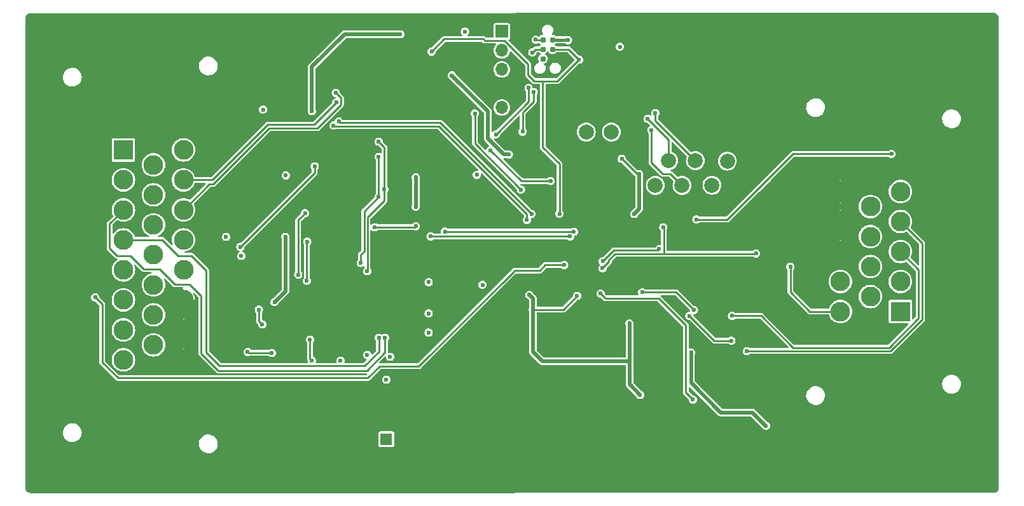
<source format=gbr>
%TF.GenerationSoftware,KiCad,Pcbnew,7.0.0-rc1-unknown-0.4.rc2.fc37*%
%TF.CreationDate,2023-02-14T20:33:30-08:00*%
%TF.ProjectId,prius_gen2,70726975-735f-4676-956e-322e6b696361,rev?*%
%TF.SameCoordinates,Original*%
%TF.FileFunction,Copper,L4,Bot*%
%TF.FilePolarity,Positive*%
%FSLAX46Y46*%
G04 Gerber Fmt 4.6, Leading zero omitted, Abs format (unit mm)*
G04 Created by KiCad (PCBNEW 7.0.0-rc1-unknown-0.4.rc2.fc37) date 2023-02-14 20:33:30*
%MOMM*%
%LPD*%
G01*
G04 APERTURE LIST*
%TA.AperFunction,ComponentPad*%
%ADD10R,1.600000X1.600000*%
%TD*%
%TA.AperFunction,ComponentPad*%
%ADD11C,1.600000*%
%TD*%
%TA.AperFunction,ComponentPad*%
%ADD12R,2.625000X2.625000*%
%TD*%
%TA.AperFunction,ComponentPad*%
%ADD13C,2.625000*%
%TD*%
%TA.AperFunction,ConnectorPad*%
%ADD14C,0.787400*%
%TD*%
%TA.AperFunction,ComponentPad*%
%ADD15R,1.700000X1.700000*%
%TD*%
%TA.AperFunction,ComponentPad*%
%ADD16O,1.700000X1.700000*%
%TD*%
%TA.AperFunction,ComponentPad*%
%ADD17C,2.000000*%
%TD*%
%TA.AperFunction,ViaPad*%
%ADD18C,0.600000*%
%TD*%
%TA.AperFunction,Conductor*%
%ADD19C,0.508000*%
%TD*%
%TA.AperFunction,Conductor*%
%ADD20C,0.254000*%
%TD*%
%TA.AperFunction,Conductor*%
%ADD21C,0.406400*%
%TD*%
G04 APERTURE END LIST*
D10*
%TO.P,C30,1*%
%TO.N,Net-(U5-EN)*%
X130873499Y-124844999D03*
D11*
%TO.P,C30,2*%
%TO.N,GND*%
X130873500Y-128345000D03*
%TD*%
D12*
%TO.P,J3,1,Pin_1*%
%TO.N,/SIN+*%
X95882999Y-86254499D03*
D13*
%TO.P,J3,2,Pin_2*%
%TO.N,/SIN-*%
X95883000Y-90254500D03*
%TO.P,J3,3,Pin_3*%
%TO.N,/COS+*%
X95883000Y-94254500D03*
%TO.P,J3,4,Pin_4*%
%TO.N,/COS-*%
X95883000Y-98254500D03*
%TO.P,J3,5,Pin_5*%
%TO.N,/EXC+*%
X95883000Y-102254500D03*
%TO.P,J3,6,Pin_6*%
%TO.N,/EXC-*%
X95883000Y-106254500D03*
%TO.P,J3,7,Pin_7*%
%TO.N,+5V*%
X95883000Y-110254500D03*
%TO.P,J3,8,Pin_8*%
%TO.N,unconnected-(J3-Pin_8-Pad8)*%
X95883000Y-114254500D03*
%TO.P,J3,9,Pin_9*%
%TO.N,unconnected-(J3-Pin_9-Pad9)*%
X99883000Y-88254500D03*
%TO.P,J3,10,Pin_10*%
%TO.N,unconnected-(J3-Pin_10-Pad10)*%
X99883000Y-92254500D03*
%TO.P,J3,11,Pin_11*%
%TO.N,unconnected-(J3-Pin_11-Pad11)*%
X99883000Y-96254500D03*
%TO.P,J3,12,Pin_12*%
%TO.N,unconnected-(J3-Pin_12-Pad12)*%
X99883000Y-100254500D03*
%TO.P,J3,13,Pin_13*%
%TO.N,/MTEMP-*%
X99883000Y-104254500D03*
%TO.P,J3,14,Pin_14*%
%TO.N,/MTEMP+*%
X99883000Y-108254500D03*
%TO.P,J3,15,Pin_15*%
%TO.N,unconnected-(J3-Pin_15-Pad15)*%
X99883000Y-112254500D03*
%TO.P,J3,16,Pin_16*%
%TO.N,unconnected-(J3-Pin_16-Pad16)*%
X103883000Y-86254500D03*
%TO.P,J3,17,Pin_17*%
%TO.N,/Communication/CANL*%
X103883000Y-90254500D03*
%TO.P,J3,18,Pin_18*%
%TO.N,/Communication/CANH*%
X103883000Y-94254500D03*
%TO.P,J3,19,Pin_19*%
%TO.N,+5V*%
X103883000Y-98254500D03*
%TO.P,J3,20,Pin_20*%
%TO.N,+12V*%
X103883000Y-102254500D03*
%TO.P,J3,21,Pin_21*%
%TO.N,GND*%
X103883000Y-106254500D03*
%TO.P,J3,22,Pin_22*%
X103883000Y-110254500D03*
%TO.P,J3,23,Pin_23*%
X103883000Y-114254500D03*
%TD*%
D14*
%TO.P,J2,1,Pin_1*%
%TO.N,+3V3*%
X152990000Y-71559000D03*
%TO.P,J2,2,Pin_2*%
%TO.N,/SWDIO*%
X151720000Y-71559000D03*
%TO.P,J2,3,Pin_3*%
%TO.N,/nRESET*%
X152990000Y-72829000D03*
%TO.P,J2,4,Pin_4*%
%TO.N,/SWCLK*%
X151720000Y-72829000D03*
%TO.P,J2,5,Pin_5*%
%TO.N,GND*%
X152990000Y-74099000D03*
%TO.P,J2,6,Pin_6*%
%TO.N,unconnected-(J2-Pin_6-Pad6)*%
X151720000Y-74099000D03*
%TD*%
D12*
%TO.P,J4,1,Pin_1*%
%TO.N,/Connectors/GIVA*%
X199322999Y-107809499D03*
D13*
%TO.P,J4,2,Pin_2*%
%TO.N,/Connectors/MIVA*%
X199323000Y-103809500D03*
%TO.P,J4,3,Pin_3*%
%TO.N,/Connectors/GIWA*%
X199323000Y-99809500D03*
%TO.P,J4,4,Pin_4*%
%TO.N,/Connectors/MIWA*%
X199323000Y-95809500D03*
%TO.P,J4,5,Pin_5*%
%TO.N,/VH*%
X199323000Y-91809500D03*
%TO.P,J4,6,Pin_6*%
%TO.N,/MIVT*%
X195323000Y-105809500D03*
%TO.P,J4,7,Pin_7*%
%TO.N,/MFIV*%
X195323000Y-101809500D03*
%TO.P,J4,8,Pin_8*%
%TO.N,unconnected-(J4-Pin_8-Pad8)*%
X195323000Y-97809500D03*
%TO.P,J4,9,Pin_9*%
%TO.N,/Connectors/MWU*%
X195323000Y-93809500D03*
%TO.P,J4,10,Pin_10*%
%TO.N,/Connectors/MVU*%
X191323000Y-107809500D03*
%TO.P,J4,11,Pin_11*%
%TO.N,/Connectors/MUU*%
X191323000Y-103809500D03*
%TO.P,J4,12,Pin_12*%
%TO.N,GND*%
X191323000Y-99809500D03*
%TO.P,J4,13,Pin_13*%
X191323000Y-95809500D03*
%TO.P,J4,14,Pin_14*%
X191323000Y-91809500D03*
%TD*%
D15*
%TO.P,J5,1,Pin_1*%
%TO.N,Net-(D11-A)*%
X146249999Y-70454999D03*
D16*
%TO.P,J5,2,Pin_2*%
%TO.N,/USB_D-*%
X146249999Y-72994999D03*
%TO.P,J5,3,Pin_3*%
%TO.N,/USB_D+*%
X146249999Y-75534999D03*
%TO.P,J5,4,Pin_4*%
%TO.N,GND*%
X146249999Y-78074999D03*
%TO.P,J5,5,Pin_5*%
%TO.N,Net-(J5-Pin_5)*%
X146249999Y-80614999D03*
%TD*%
D17*
%TO.P,TP6,1,1*%
%TO.N,/TIM1_CH1*%
X170241000Y-90983500D03*
%TD*%
%TO.P,TP3,1,1*%
%TO.N,/TIM1_CH3N*%
X157500000Y-83871500D03*
%TD*%
%TO.P,TP4,1,1*%
%TO.N,/TIM1_CH3*%
X172019000Y-87681500D03*
%TD*%
%TO.P,TP7,1,1*%
%TO.N,/TIM1_BKIN*%
X166685000Y-90983500D03*
%TD*%
%TO.P,TP9,1,1*%
%TO.N,/UART3_RX*%
X176275000Y-87750000D03*
%TD*%
%TO.P,TP8,1,1*%
%TO.N,/UART3_TX*%
X174225000Y-90975000D03*
%TD*%
%TO.P,TP1,1,1*%
%TO.N,/TIM1_CH1N*%
X160843000Y-83871500D03*
%TD*%
%TO.P,TP5,1,1*%
%TO.N,/TIM1_CH2*%
X168463000Y-87681500D03*
%TD*%
D18*
%TO.N,GND*%
X190750000Y-84558500D03*
X168209000Y-122035000D03*
X164335500Y-85395500D03*
X208339500Y-102783000D03*
X168000000Y-94475000D03*
X158000000Y-90750000D03*
X169240000Y-98971500D03*
X114424500Y-77394500D03*
X165575000Y-89550000D03*
X148270000Y-117272500D03*
X158250000Y-93750000D03*
X144800000Y-103775000D03*
X136332000Y-126543500D03*
X145075000Y-76725000D03*
X178115000Y-117272500D03*
X166192000Y-98971500D03*
X144975000Y-79425000D03*
X149222500Y-117272500D03*
X142555000Y-130290000D03*
X146301500Y-124067000D03*
X168209000Y-123813000D03*
X144075000Y-99650000D03*
X155572500Y-131242500D03*
X152104000Y-105334500D03*
X120393500Y-70854000D03*
X179829500Y-109271500D03*
X88326000Y-106731500D03*
X140396000Y-104255000D03*
X150775000Y-91250000D03*
X150600000Y-99800000D03*
X137348000Y-94857000D03*
X156588500Y-77648500D03*
X149476500Y-109970000D03*
X128077000Y-111557500D03*
X150625000Y-101600000D03*
X163129000Y-101969000D03*
X137348000Y-88316500D03*
X113345000Y-128702500D03*
X150683000Y-126035500D03*
X141285000Y-101715000D03*
X125575000Y-89483500D03*
X130109000Y-100381500D03*
X133157000Y-111811500D03*
X145150000Y-74300000D03*
X122870000Y-128829500D03*
X142555000Y-128258000D03*
X139507000Y-130861500D03*
X144206000Y-101524500D03*
X147762000Y-109970000D03*
X126000000Y-111700000D03*
X208339500Y-100687500D03*
X166304000Y-119177500D03*
X145349000Y-130861500D03*
X177607000Y-118225000D03*
X153162000Y-85852000D03*
X147750000Y-94950000D03*
X157731500Y-130925000D03*
X157985500Y-109970000D03*
X167193000Y-101270500D03*
X175145500Y-98908000D03*
X147317500Y-117272500D03*
X132649000Y-105461500D03*
X125283000Y-106223500D03*
X143375000Y-72100000D03*
X168209000Y-122987500D03*
X154429500Y-113335500D03*
X138554500Y-81649000D03*
X85278000Y-106731500D03*
X162600000Y-104575000D03*
X123251000Y-98857500D03*
X153921500Y-131242500D03*
X154747000Y-131242500D03*
X152842000Y-113335500D03*
X157096500Y-105779000D03*
X158300000Y-100650000D03*
X154048500Y-74092500D03*
X159509500Y-109970000D03*
X112329000Y-128702500D03*
X176654500Y-76315000D03*
X127175000Y-89483500D03*
X146936500Y-118415500D03*
X114361000Y-128702500D03*
X161900000Y-88550000D03*
X123060500Y-70854000D03*
X172161000Y-98908000D03*
X126045000Y-79271500D03*
X122679500Y-76696000D03*
X142555000Y-129274000D03*
%TO.N,+3V3*%
X162225000Y-87425000D03*
X120965000Y-81077500D03*
X132737500Y-70829000D03*
X143698000Y-104255000D03*
X156271000Y-105715500D03*
X142936000Y-89586500D03*
X139600000Y-76325000D03*
X147190500Y-86856000D03*
X149921000Y-105588500D03*
X163891000Y-94793500D03*
X164526000Y-89459500D03*
X163258500Y-109396000D03*
X164653000Y-118923500D03*
X155064500Y-71616000D03*
X150378500Y-107544000D03*
%TO.N,/nRESET*%
X136903500Y-73140000D03*
X153921500Y-94764900D03*
X156525000Y-74219500D03*
%TO.N,+5V*%
X136509500Y-110618000D03*
X161986000Y-72505000D03*
X114488000Y-80887000D03*
X134808000Y-93841000D03*
X171447500Y-113272000D03*
X136509500Y-108052000D03*
X134808000Y-89904000D03*
X181417000Y-123051000D03*
X136509500Y-103887000D03*
X134808000Y-96444500D03*
X129347000Y-96571500D03*
X141350000Y-70500000D03*
%TO.N,/Resolver/VREF*%
X115631000Y-113335500D03*
X112424500Y-113208500D03*
%TO.N,Net-(U8A--)*%
X124775000Y-114351500D03*
X130871000Y-116891500D03*
%TO.N,/TIM3_CH2*%
X138681500Y-97143000D03*
X155856234Y-97159000D03*
%TO.N,/TIM3_CH1*%
X155344929Y-97786000D03*
X136776500Y-97778000D03*
%TO.N,/Communication/CANH*%
X124160000Y-78644500D03*
%TO.N,/Communication/CANL*%
X124223500Y-79914500D03*
%TO.N,+12V*%
X117505000Y-89649500D03*
X117455000Y-97849500D03*
X116005000Y-106549500D03*
%TO.N,/SWCLK*%
X149823500Y-77985618D03*
X145476000Y-84200000D03*
X150325000Y-73275000D03*
%TO.N,/SWDIO*%
X150775000Y-71550000D03*
X150501500Y-78550000D03*
X149032000Y-83825000D03*
%TO.N,/Connectors/GIWA*%
X176908500Y-108382500D03*
%TO.N,/Connectors/MIWA*%
X178877000Y-113081500D03*
%TO.N,Net-(U7B-+)*%
X176816500Y-111713000D03*
X171233675Y-108390275D03*
%TO.N,Net-(D1-K)*%
X144750000Y-86300000D03*
X152750000Y-90400000D03*
%TO.N,/CAN_TX*%
X124561600Y-82453700D03*
X150215600Y-94792800D03*
%TO.N,/CAN_RX*%
X123850400Y-83007200D03*
X149580600Y-95580200D03*
%TO.N,/TIM1_CH3*%
X166685000Y-81331500D03*
%TO.N,/TIM1_CH2*%
X165669000Y-82093500D03*
%TO.N,/TIM1_CH1*%
X166166228Y-83606728D03*
%TO.N,/Connectors/MVU*%
X184654000Y-101830500D03*
%TO.N,Net-(D7-K)*%
X114361000Y-109525500D03*
X113924194Y-107564694D03*
%TO.N,Net-(D7-A)*%
X121355000Y-88449500D03*
X111455000Y-99199500D03*
%TO.N,Net-(D8-K)*%
X119155000Y-102889500D03*
X120055000Y-94699500D03*
%TO.N,Net-(D10-A)*%
X120711000Y-111557500D03*
X120965000Y-114351500D03*
%TO.N,Net-(D9-A)*%
X120355000Y-98499500D03*
X120305000Y-103699500D03*
%TO.N,Net-(U1-BOOT0)*%
X148803000Y-91547000D03*
X142675000Y-81400000D03*
%TO.N,/EXC+*%
X109535000Y-97841500D03*
X128331000Y-113589500D03*
%TO.N,/EXC-*%
X131379000Y-113843500D03*
X111567000Y-100381500D03*
%TO.N,/SIN+*%
X129855000Y-92507500D03*
X129855000Y-87173500D03*
X127492800Y-101321300D03*
%TO.N,/SIN-*%
X128331000Y-102413500D03*
X130617000Y-91526500D03*
X129855000Y-85141500D03*
%TO.N,/COS+*%
X130718600Y-111303500D03*
%TO.N,/COS-*%
X129880400Y-111303500D03*
%TO.N,/ADC123_IN10*%
X92136000Y-105906000D03*
X154550000Y-101600000D03*
%TO.N,/ADC123_IN12*%
X159668003Y-102018003D03*
X180084750Y-100065250D03*
X167750000Y-96571500D03*
%TO.N,/ADC123_IN11*%
X172161000Y-95542500D03*
X167200000Y-99477500D03*
X159700000Y-101100000D03*
X198116000Y-86781000D03*
%TO.N,/ADC123_IN1*%
X171685500Y-119542500D03*
X159400000Y-105400000D03*
%TO.N,/ADC123_IN2*%
X171828500Y-107600000D03*
X164950000Y-105250000D03*
%TD*%
D19*
%TO.N,GND*%
X154755000Y-131234500D02*
X154747000Y-131242500D01*
D20*
X154042000Y-74099000D02*
X154048500Y-74092500D01*
X152990000Y-74099000D02*
X154042000Y-74099000D01*
%TO.N,+3V3*%
X164526000Y-89459500D02*
X164259500Y-89459500D01*
D19*
X120965000Y-81077500D02*
X120965000Y-75172000D01*
X150378500Y-113158000D02*
X151696500Y-114476000D01*
X163258500Y-117529000D02*
X163258500Y-114476000D01*
D20*
X164259500Y-89459500D02*
X162225000Y-87425000D01*
D19*
X139600000Y-76325000D02*
X144396500Y-81121500D01*
X146492000Y-86856000D02*
X147190500Y-86856000D01*
X150378500Y-106046000D02*
X149921000Y-105588500D01*
X151696500Y-114476000D02*
X163258500Y-114476000D01*
D20*
X154442500Y-107544000D02*
X156271000Y-105715500D01*
D19*
X144396500Y-81121500D02*
X144396500Y-84760500D01*
X144396500Y-84760500D02*
X146492000Y-86856000D01*
X164526000Y-90225000D02*
X164526000Y-94158500D01*
X125308000Y-70829000D02*
X132737500Y-70829000D01*
D20*
X150378500Y-107544000D02*
X154442500Y-107544000D01*
D19*
X150378500Y-107544000D02*
X150378500Y-106046000D01*
X120965000Y-75172000D02*
X125308000Y-70829000D01*
X164526000Y-94158500D02*
X163891000Y-94793500D01*
D21*
X152990000Y-71559000D02*
X155007500Y-71559000D01*
D19*
X164526000Y-89459500D02*
X164526000Y-90225000D01*
X163258500Y-114476000D02*
X163258500Y-109396000D01*
X164653000Y-118923500D02*
X163258500Y-117529000D01*
X150378500Y-107544000D02*
X150378500Y-113158000D01*
D21*
X155007500Y-71559000D02*
X155064500Y-71616000D01*
D20*
%TO.N,/nRESET*%
X153921500Y-94764900D02*
X153921500Y-88126000D01*
X155134500Y-72829000D02*
X156525000Y-74219500D01*
X151699000Y-85903500D02*
X151699000Y-79045500D01*
X143975000Y-71675000D02*
X146594530Y-71675000D01*
X153921500Y-88126000D02*
X151699000Y-85903500D01*
X150601761Y-77099000D02*
X151699000Y-77099000D01*
X154797250Y-75947250D02*
X156525000Y-74219500D01*
X151699000Y-79045500D02*
X151699000Y-77099000D01*
X136903500Y-73140000D02*
X138570500Y-71473000D01*
X153645500Y-77099000D02*
X154797250Y-75947250D01*
X143773000Y-71473000D02*
X143975000Y-71675000D01*
X152990000Y-72829000D02*
X155134500Y-72829000D01*
X149744062Y-74824532D02*
X149744062Y-76241301D01*
X149744062Y-76241301D02*
X150601761Y-77099000D01*
X138570500Y-71473000D02*
X143773000Y-71473000D01*
X146594530Y-71675000D02*
X149744062Y-74824532D01*
X151699000Y-77099000D02*
X153645500Y-77099000D01*
%TO.N,+5V*%
X134681000Y-96571500D02*
X134808000Y-96444500D01*
D19*
X134808000Y-93841000D02*
X134808000Y-89904000D01*
X181417000Y-123051000D02*
X179639000Y-121273000D01*
X171447500Y-117336000D02*
X171447500Y-113272000D01*
X179639000Y-121273000D02*
X175384500Y-121273000D01*
X175384500Y-121273000D02*
X171447500Y-117336000D01*
D20*
X129347000Y-96571500D02*
X134681000Y-96571500D01*
%TO.N,/Resolver/VREF*%
X115631000Y-113335500D02*
X112551500Y-113335500D01*
%TO.N,/TIM3_CH2*%
X155856234Y-97159000D02*
X139078500Y-97159000D01*
X138697500Y-97159000D02*
X138681500Y-97143000D01*
X139078500Y-97159000D02*
X138697500Y-97159000D01*
%TO.N,/TIM3_CH1*%
X138499000Y-97786000D02*
X136784500Y-97786000D01*
X155344929Y-97786000D02*
X138499000Y-97786000D01*
X136784500Y-97786000D02*
X136776500Y-97778000D01*
%TO.N,/Communication/CANH*%
X121714731Y-83351231D02*
X115269321Y-83351231D01*
X124850501Y-80215461D02*
X121714731Y-83351231D01*
X124850501Y-79335001D02*
X124850501Y-80215461D01*
X124160000Y-78644500D02*
X124850501Y-79335001D01*
X115269321Y-83351231D02*
X107811552Y-90809000D01*
X107811552Y-90809000D02*
X107328500Y-90809000D01*
X107328500Y-90809000D02*
X103883000Y-94254500D01*
%TO.N,/Communication/CANL*%
X103883000Y-90254500D02*
X107724000Y-90254500D01*
X121250750Y-82887250D02*
X124223500Y-79914500D01*
X107724000Y-90254500D02*
X115091250Y-82887250D01*
X115091250Y-82887250D02*
X121250750Y-82887250D01*
D19*
%TO.N,+12V*%
X116005000Y-106549500D02*
X117455000Y-105099500D01*
X117455000Y-105099500D02*
X117455000Y-97849500D01*
D20*
%TO.N,/SWCLK*%
X149823500Y-79851500D02*
X145476000Y-84199000D01*
X150779000Y-72829000D02*
X151720000Y-72829000D01*
X149823500Y-77985618D02*
X149823500Y-79851500D01*
X150325000Y-73275000D02*
X150779000Y-72829000D01*
X145476000Y-84199000D02*
X145476000Y-84200000D01*
%TO.N,/SWDIO*%
X150501500Y-79815552D02*
X150501500Y-78550000D01*
X149032000Y-81285052D02*
X150501500Y-79815552D01*
X150784000Y-71559000D02*
X150775000Y-71550000D01*
X149032000Y-83825000D02*
X149032000Y-81285052D01*
X151720000Y-71559000D02*
X150784000Y-71559000D01*
%TO.N,/Connectors/GIWA*%
X201737000Y-102223500D02*
X199323000Y-99809500D01*
X180782000Y-108382500D02*
X185027000Y-112627500D01*
X185027000Y-112627500D02*
X197784000Y-112627500D01*
X197784000Y-112627500D02*
X201737000Y-108674500D01*
X201737000Y-108674500D02*
X201737000Y-102223500D01*
X176908500Y-108382500D02*
X180782000Y-108382500D01*
%TO.N,/Connectors/MIWA*%
X202191000Y-108862552D02*
X197972052Y-113081500D01*
X197972052Y-113081500D02*
X178877000Y-113081500D01*
X199323000Y-95809500D02*
X202191000Y-98677500D01*
X202191000Y-98677500D02*
X202191000Y-108862552D01*
%TO.N,Net-(U7B-+)*%
X174556400Y-111713000D02*
X176816500Y-111713000D01*
X171233675Y-108390275D02*
X174556400Y-111713000D01*
%TO.N,Net-(D1-K)*%
X148850000Y-90400000D02*
X152750000Y-90400000D01*
X144750000Y-86300000D02*
X148850000Y-90400000D01*
%TO.N,/CAN_TX*%
X124734100Y-82626200D02*
X138049000Y-82626200D01*
X124561600Y-82453700D02*
X124734100Y-82626200D01*
X138049000Y-82626200D02*
X150215600Y-94792800D01*
%TO.N,/CAN_RX*%
X149580600Y-95580200D02*
X149580600Y-94799852D01*
X137860948Y-83080200D02*
X123923400Y-83080200D01*
X123923400Y-83080200D02*
X123850400Y-83007200D01*
X149580600Y-94799852D02*
X137860948Y-83080200D01*
%TO.N,/TIM1_CH3*%
X166685000Y-82347500D02*
X166685000Y-81331500D01*
X172019000Y-87681500D02*
X166685000Y-82347500D01*
%TO.N,/TIM1_CH2*%
X168463000Y-84887500D02*
X165669000Y-82093500D01*
X168463000Y-87681500D02*
X168463000Y-84887500D01*
%TO.N,/TIM1_CH1*%
X167701000Y-89459500D02*
X166166228Y-87924728D01*
X170241000Y-90983500D02*
X168717000Y-89459500D01*
X166166228Y-83606728D02*
X166166228Y-87924728D01*
X168717000Y-89459500D02*
X167701000Y-89459500D01*
%TO.N,/Connectors/MVU*%
X187247500Y-107809500D02*
X191323000Y-107809500D01*
X184654000Y-105216000D02*
X187247500Y-107809500D01*
X184654000Y-101830500D02*
X184654000Y-105216000D01*
%TO.N,Net-(D7-K)*%
X113924194Y-107564694D02*
X113924194Y-109088694D01*
X113924194Y-109088694D02*
X114361000Y-109525500D01*
%TO.N,Net-(D7-A)*%
X121355000Y-89299500D02*
X121355000Y-88449500D01*
X111455000Y-99199500D02*
X121355000Y-89299500D01*
%TO.N,Net-(D8-K)*%
X119155000Y-95599500D02*
X120055000Y-94699500D01*
X119155000Y-102889500D02*
X119155000Y-95599500D01*
%TO.N,Net-(D10-A)*%
X120711000Y-114097500D02*
X120965000Y-114351500D01*
X120711000Y-111557500D02*
X120711000Y-114097500D01*
%TO.N,Net-(D9-A)*%
X120305000Y-103699500D02*
X120305000Y-98549500D01*
X120305000Y-98549500D02*
X120355000Y-98499500D01*
%TO.N,Net-(U1-BOOT0)*%
X142675000Y-81400000D02*
X142675000Y-85419000D01*
X142675000Y-85419000D02*
X148803000Y-91547000D01*
%TO.N,/SIN+*%
X127931000Y-99765500D02*
X127931000Y-94431500D01*
X129855000Y-87173500D02*
X129855000Y-92507500D01*
X127931000Y-94431500D02*
X129855000Y-92507500D01*
X127492800Y-101321300D02*
X127492800Y-100203700D01*
X127492800Y-100203700D02*
X127931000Y-99765500D01*
%TO.N,/SIN-*%
X130617000Y-91526500D02*
X130617000Y-85903500D01*
X128385000Y-102359500D02*
X128331000Y-102413500D01*
X130617000Y-92594029D02*
X130617000Y-91526500D01*
X130617000Y-91526500D02*
X130617000Y-93015500D01*
X130617000Y-85903500D02*
X129855000Y-85141500D01*
X130617000Y-92594029D02*
X130617000Y-92648030D01*
X130617000Y-93015500D02*
X128385000Y-95247500D01*
X128385000Y-95247500D02*
X128385000Y-95355500D01*
X128385000Y-95355500D02*
X128385000Y-102359500D01*
%TO.N,/COS+*%
X130718600Y-113233900D02*
X128267500Y-115685000D01*
X106233000Y-113399000D02*
X106233000Y-105715500D01*
X128267500Y-115685000D02*
X108519000Y-115685000D01*
X95057000Y-100381500D02*
X94041000Y-99365500D01*
X100708500Y-102159500D02*
X98613000Y-102159500D01*
X106233000Y-105715500D02*
X104709000Y-104191500D01*
X94041000Y-99365500D02*
X94041000Y-96096500D01*
X108519000Y-115685000D02*
X106233000Y-113399000D01*
X94041000Y-96096500D02*
X95883000Y-94254500D01*
X102740500Y-104191500D02*
X100708500Y-102159500D01*
X130718600Y-111303500D02*
X130718600Y-113233900D01*
X104709000Y-104191500D02*
X102740500Y-104191500D01*
X98613000Y-102159500D02*
X96835000Y-100381500D01*
X96835000Y-100381500D02*
X95057000Y-100381500D01*
%TO.N,/COS-*%
X129880400Y-113173600D02*
X128008750Y-115045250D01*
X106903276Y-113243776D02*
X106903276Y-102321776D01*
X106903276Y-102321776D02*
X104963000Y-100381500D01*
X129880400Y-111303500D02*
X129880400Y-113173600D01*
X103185000Y-100381500D02*
X101058000Y-98254500D01*
X104963000Y-100381500D02*
X103185000Y-100381500D01*
X128008750Y-115045250D02*
X108704750Y-115045250D01*
X101058000Y-98254500D02*
X95883000Y-98254500D01*
X108704750Y-115045250D02*
X106903276Y-113243776D01*
%TO.N,/ADC123_IN10*%
X152050000Y-101600000D02*
X151300000Y-102350000D01*
X129967866Y-115113500D02*
X135199406Y-115113500D01*
X154550000Y-101600000D02*
X152050000Y-101600000D01*
X93060283Y-114570217D02*
X95172046Y-116681980D01*
X93060283Y-106830283D02*
X93060283Y-114570217D01*
X135199406Y-115113500D02*
X147756453Y-102556453D01*
X128399387Y-116681980D02*
X129967866Y-115113500D01*
X92136000Y-105906000D02*
X93060283Y-106830283D01*
X95172046Y-116681980D02*
X128399387Y-116681980D01*
X147962906Y-102350000D02*
X147756453Y-102556453D01*
X151300000Y-102350000D02*
X147962906Y-102350000D01*
%TO.N,/ADC123_IN12*%
X159668003Y-102018003D02*
X160521026Y-101164980D01*
X160521026Y-101164980D02*
X160521026Y-100921026D01*
X162900000Y-100104000D02*
X167650000Y-100104000D01*
X161338052Y-100104000D02*
X162900000Y-100104000D01*
X167750000Y-96571500D02*
X167827000Y-96648500D01*
X167650000Y-100104000D02*
X180046000Y-100104000D01*
X167650000Y-100104000D02*
X167888053Y-100104000D01*
X160521026Y-100921026D02*
X161338052Y-100104000D01*
X167827000Y-100042947D02*
X167888053Y-100104000D01*
X180046000Y-100104000D02*
X180084750Y-100065250D01*
X167827000Y-96648500D02*
X167827000Y-100042947D01*
%TO.N,/ADC123_IN11*%
X185027000Y-86781000D02*
X198116000Y-86781000D01*
X176265500Y-95542500D02*
X172161000Y-95542500D01*
X167027500Y-99650000D02*
X167200000Y-99477500D01*
X185027000Y-86781000D02*
X176265500Y-95542500D01*
X161150000Y-99650000D02*
X167027500Y-99650000D01*
X159700000Y-101100000D02*
X161150000Y-99650000D01*
%TO.N,/ADC123_IN1*%
X160050000Y-106050000D02*
X167150000Y-106050000D01*
X160050000Y-106050000D02*
X159400000Y-105400000D01*
X170746500Y-118603500D02*
X171685500Y-119542500D01*
X167150000Y-106050000D02*
X170746500Y-109646500D01*
X170746500Y-109646500D02*
X170746500Y-118603500D01*
%TO.N,/ADC123_IN2*%
X169478500Y-105250000D02*
X171828500Y-107600000D01*
X164950000Y-105250000D02*
X169478500Y-105250000D01*
%TD*%
%TA.AperFunction,Conductor*%
%TO.N,GND*%
G36*
X211716306Y-67989502D02*
G01*
X211838256Y-68001511D01*
X211857274Y-68005295D01*
X211969837Y-68039439D01*
X211987766Y-68046864D01*
X212091506Y-68102313D01*
X212107641Y-68113095D01*
X212198563Y-68187713D01*
X212212286Y-68201436D01*
X212286904Y-68292358D01*
X212297687Y-68308495D01*
X212353134Y-68412231D01*
X212360560Y-68430162D01*
X212394704Y-68542725D01*
X212398489Y-68561751D01*
X212410495Y-68683671D01*
X212410971Y-68693374D01*
X212410971Y-68708516D01*
X212410970Y-68754408D01*
X212410972Y-68754415D01*
X212410972Y-131225585D01*
X212410970Y-131225592D01*
X212410970Y-131225608D01*
X212410970Y-131225609D01*
X212410971Y-131286625D01*
X212410495Y-131296327D01*
X212398489Y-131418246D01*
X212394704Y-131437274D01*
X212360560Y-131549837D01*
X212353134Y-131567768D01*
X212297687Y-131671504D01*
X212286904Y-131687641D01*
X212212286Y-131778563D01*
X212198563Y-131792286D01*
X212107641Y-131866904D01*
X212091504Y-131877687D01*
X211987768Y-131933134D01*
X211969837Y-131940561D01*
X211857279Y-131974703D01*
X211838243Y-131978489D01*
X211716322Y-131990494D01*
X211706621Y-131990970D01*
X211645701Y-131990970D01*
X211645700Y-131990970D01*
X211645592Y-131990970D01*
X211645556Y-131990978D01*
X211645517Y-131990981D01*
X83533376Y-132010970D01*
X83523663Y-132010494D01*
X83401751Y-131998489D01*
X83382725Y-131994704D01*
X83270162Y-131960560D01*
X83252231Y-131953134D01*
X83148495Y-131897687D01*
X83132358Y-131886904D01*
X83041436Y-131812286D01*
X83027713Y-131798563D01*
X82953095Y-131707641D01*
X82942312Y-131691504D01*
X82940247Y-131687641D01*
X82886864Y-131587766D01*
X82879439Y-131569837D01*
X82845295Y-131457274D01*
X82841511Y-131438256D01*
X82829503Y-131316307D01*
X82829028Y-131306624D01*
X82829028Y-131296328D01*
X82829030Y-131245592D01*
X82829028Y-131245585D01*
X82829028Y-125510830D01*
X105928710Y-125510830D01*
X105929305Y-125515228D01*
X105929306Y-125515232D01*
X105958328Y-125729486D01*
X105958330Y-125729495D01*
X105958925Y-125733887D01*
X105960295Y-125738105D01*
X105960296Y-125738107D01*
X106027110Y-125943741D01*
X106027113Y-125943749D01*
X106028483Y-125947964D01*
X106030587Y-125951874D01*
X106030588Y-125951876D01*
X106133039Y-126142263D01*
X106133042Y-126142268D01*
X106135148Y-126146181D01*
X106275492Y-126322166D01*
X106445004Y-126470265D01*
X106638236Y-126585715D01*
X106848976Y-126664807D01*
X107070453Y-126705000D01*
X107236932Y-126705000D01*
X107239155Y-126705000D01*
X107407188Y-126689877D01*
X107624170Y-126629993D01*
X107826973Y-126532329D01*
X108009078Y-126400022D01*
X108164632Y-126237325D01*
X108288635Y-126049468D01*
X108377103Y-125842488D01*
X108416546Y-125669674D01*
X129823000Y-125669674D01*
X129823946Y-125674432D01*
X129823947Y-125674437D01*
X129835631Y-125733177D01*
X129835632Y-125733180D01*
X129837534Y-125742740D01*
X129892899Y-125825601D01*
X129975760Y-125880966D01*
X130048826Y-125895500D01*
X131693316Y-125895500D01*
X131698174Y-125895500D01*
X131771240Y-125880966D01*
X131854101Y-125825601D01*
X131909466Y-125742740D01*
X131924000Y-125669674D01*
X131924000Y-124020326D01*
X131909466Y-123947260D01*
X131854101Y-123864399D01*
X131771240Y-123809034D01*
X131761680Y-123807132D01*
X131761677Y-123807131D01*
X131702937Y-123795447D01*
X131702932Y-123795446D01*
X131698174Y-123794500D01*
X130048826Y-123794500D01*
X130044068Y-123795446D01*
X130044062Y-123795447D01*
X129985322Y-123807131D01*
X129985317Y-123807132D01*
X129975760Y-123809034D01*
X129967656Y-123814448D01*
X129967653Y-123814450D01*
X129901008Y-123858980D01*
X129901005Y-123858982D01*
X129892899Y-123864399D01*
X129887482Y-123872505D01*
X129887480Y-123872508D01*
X129842950Y-123939153D01*
X129842948Y-123939156D01*
X129837534Y-123947260D01*
X129835632Y-123956817D01*
X129835631Y-123956822D01*
X129823947Y-124015562D01*
X129823946Y-124015568D01*
X129823000Y-124020326D01*
X129823000Y-125669674D01*
X108416546Y-125669674D01*
X108427191Y-125623037D01*
X108437290Y-125398170D01*
X108407075Y-125175113D01*
X108337517Y-124961036D01*
X108230852Y-124762819D01*
X108090508Y-124586834D01*
X108051988Y-124553180D01*
X107924343Y-124441659D01*
X107924341Y-124441658D01*
X107920996Y-124438735D01*
X107917182Y-124436456D01*
X107731581Y-124325565D01*
X107731576Y-124325562D01*
X107727764Y-124323285D01*
X107517024Y-124244193D01*
X107512654Y-124243399D01*
X107512647Y-124243398D01*
X107299917Y-124204793D01*
X107299916Y-124204792D01*
X107295547Y-124204000D01*
X107126845Y-124204000D01*
X107124642Y-124204198D01*
X107124625Y-124204199D01*
X106963242Y-124218724D01*
X106963238Y-124218724D01*
X106958812Y-124219123D01*
X106954526Y-124220305D01*
X106954525Y-124220306D01*
X106746114Y-124277824D01*
X106746107Y-124277826D01*
X106741830Y-124279007D01*
X106737831Y-124280932D01*
X106737825Y-124280935D01*
X106543030Y-124374742D01*
X106543019Y-124374748D01*
X106539027Y-124376671D01*
X106535437Y-124379278D01*
X106535434Y-124379281D01*
X106360515Y-124506367D01*
X106360511Y-124506370D01*
X106356922Y-124508978D01*
X106353856Y-124512183D01*
X106353851Y-124512189D01*
X106204439Y-124668462D01*
X106204434Y-124668467D01*
X106201368Y-124671675D01*
X106198926Y-124675372D01*
X106198919Y-124675383D01*
X106079815Y-124855819D01*
X106079810Y-124855826D01*
X106077365Y-124859532D01*
X106075618Y-124863619D01*
X106075616Y-124863623D01*
X105990646Y-125062418D01*
X105990643Y-125062426D01*
X105988897Y-125066512D01*
X105987907Y-125070847D01*
X105987906Y-125070852D01*
X105939797Y-125281631D01*
X105939795Y-125281639D01*
X105938809Y-125285963D01*
X105938609Y-125290396D01*
X105938609Y-125290403D01*
X105933570Y-125402610D01*
X105928710Y-125510830D01*
X82829028Y-125510830D01*
X82829028Y-124010830D01*
X87828710Y-124010830D01*
X87829305Y-124015228D01*
X87829306Y-124015232D01*
X87858328Y-124229486D01*
X87858330Y-124229495D01*
X87858925Y-124233887D01*
X87860295Y-124238105D01*
X87860296Y-124238107D01*
X87927110Y-124443741D01*
X87927113Y-124443749D01*
X87928483Y-124447964D01*
X87930587Y-124451874D01*
X87930588Y-124451876D01*
X88033039Y-124642263D01*
X88033042Y-124642268D01*
X88035148Y-124646181D01*
X88175492Y-124822166D01*
X88345004Y-124970265D01*
X88538236Y-125085715D01*
X88748976Y-125164807D01*
X88970453Y-125205000D01*
X89136932Y-125205000D01*
X89139155Y-125205000D01*
X89307188Y-125189877D01*
X89524170Y-125129993D01*
X89726973Y-125032329D01*
X89909078Y-124900022D01*
X90064632Y-124737325D01*
X90188635Y-124549468D01*
X90277103Y-124342488D01*
X90327191Y-124123037D01*
X90337290Y-123898170D01*
X90307075Y-123675113D01*
X90237517Y-123461036D01*
X90163037Y-123322628D01*
X90132960Y-123266736D01*
X90132959Y-123266734D01*
X90130852Y-123262819D01*
X89990508Y-123086834D01*
X89942130Y-123044567D01*
X89824343Y-122941659D01*
X89824341Y-122941658D01*
X89820996Y-122938735D01*
X89817182Y-122936456D01*
X89631581Y-122825565D01*
X89631576Y-122825562D01*
X89627764Y-122823285D01*
X89417024Y-122744193D01*
X89412654Y-122743399D01*
X89412647Y-122743398D01*
X89199917Y-122704793D01*
X89199916Y-122704792D01*
X89195547Y-122704000D01*
X89026845Y-122704000D01*
X89024642Y-122704198D01*
X89024625Y-122704199D01*
X88863242Y-122718724D01*
X88863238Y-122718724D01*
X88858812Y-122719123D01*
X88854526Y-122720305D01*
X88854525Y-122720306D01*
X88646114Y-122777824D01*
X88646107Y-122777826D01*
X88641830Y-122779007D01*
X88637831Y-122780932D01*
X88637825Y-122780935D01*
X88443030Y-122874742D01*
X88443019Y-122874748D01*
X88439027Y-122876671D01*
X88435437Y-122879278D01*
X88435434Y-122879281D01*
X88260515Y-123006367D01*
X88260511Y-123006370D01*
X88256922Y-123008978D01*
X88253856Y-123012183D01*
X88253851Y-123012189D01*
X88104439Y-123168462D01*
X88104434Y-123168467D01*
X88101368Y-123171675D01*
X88098926Y-123175372D01*
X88098919Y-123175383D01*
X87979815Y-123355819D01*
X87979810Y-123355826D01*
X87977365Y-123359532D01*
X87975618Y-123363619D01*
X87975616Y-123363623D01*
X87890646Y-123562418D01*
X87890643Y-123562426D01*
X87888897Y-123566512D01*
X87887907Y-123570847D01*
X87887906Y-123570852D01*
X87839797Y-123781631D01*
X87839795Y-123781639D01*
X87838809Y-123785963D01*
X87838609Y-123790396D01*
X87838609Y-123790403D01*
X87828909Y-124006388D01*
X87828710Y-124010830D01*
X82829028Y-124010830D01*
X82829028Y-105906000D01*
X91580750Y-105906000D01*
X91581597Y-105912433D01*
X91597971Y-106036809D01*
X91599670Y-106049709D01*
X91602151Y-106055699D01*
X91602152Y-106055702D01*
X91652654Y-106177626D01*
X91655139Y-106183625D01*
X91659088Y-106188771D01*
X91659089Y-106188773D01*
X91736188Y-106289249D01*
X91743379Y-106298621D01*
X91858375Y-106386861D01*
X91992291Y-106442330D01*
X92127310Y-106460105D01*
X92158172Y-106469468D01*
X92184389Y-106488254D01*
X92653787Y-106957652D01*
X92675247Y-106989770D01*
X92682783Y-107027656D01*
X92682783Y-114520798D01*
X92680676Y-114541114D01*
X92679572Y-114546375D01*
X92679571Y-114546380D01*
X92677890Y-114554401D01*
X92678904Y-114562536D01*
X92678904Y-114562537D01*
X92682023Y-114587559D01*
X92682381Y-114593328D01*
X92682445Y-114593323D01*
X92682783Y-114597406D01*
X92682783Y-114601498D01*
X92683455Y-114605527D01*
X92683456Y-114605536D01*
X92686307Y-114622622D01*
X92686895Y-114626663D01*
X92692457Y-114671280D01*
X92692459Y-114671287D01*
X92693473Y-114679420D01*
X92696957Y-114686548D01*
X92696993Y-114686660D01*
X92698300Y-114694486D01*
X92702201Y-114701694D01*
X92702203Y-114701700D01*
X92723600Y-114741238D01*
X92725470Y-114744871D01*
X92748807Y-114792606D01*
X92754417Y-114798216D01*
X92754485Y-114798307D01*
X92758263Y-114805288D01*
X92797363Y-114841282D01*
X92800316Y-114844115D01*
X94870170Y-116913970D01*
X94883043Y-116929822D01*
X94890470Y-116941189D01*
X94914223Y-116959676D01*
X94916831Y-116961706D01*
X94921169Y-116965536D01*
X94921211Y-116965488D01*
X94924334Y-116968133D01*
X94927232Y-116971032D01*
X94930563Y-116973410D01*
X94930571Y-116973417D01*
X94944677Y-116983488D01*
X94947947Y-116985926D01*
X94989891Y-117018572D01*
X94997402Y-117021150D01*
X94997494Y-117021197D01*
X95003957Y-117025812D01*
X95051797Y-117040054D01*
X95054887Y-117040974D01*
X95058786Y-117042223D01*
X95098781Y-117055954D01*
X95109052Y-117059480D01*
X95116992Y-117059480D01*
X95117093Y-117059494D01*
X95124706Y-117061761D01*
X95177795Y-117059564D01*
X95181887Y-117059480D01*
X128349968Y-117059480D01*
X128370283Y-117061586D01*
X128383571Y-117064373D01*
X128416727Y-117060239D01*
X128422494Y-117059882D01*
X128422489Y-117059818D01*
X128426566Y-117059480D01*
X128430668Y-117059480D01*
X128451841Y-117055946D01*
X128455821Y-117055366D01*
X128508591Y-117048789D01*
X128515729Y-117045298D01*
X128515816Y-117045270D01*
X128523656Y-117043963D01*
X128570422Y-117018653D01*
X128573983Y-117016819D01*
X128621776Y-116993456D01*
X128627394Y-116987836D01*
X128627467Y-116987781D01*
X128634458Y-116984000D01*
X128670453Y-116944897D01*
X128673262Y-116941968D01*
X128723730Y-116891500D01*
X130315750Y-116891500D01*
X130316597Y-116897933D01*
X130332701Y-117020258D01*
X130334670Y-117035209D01*
X130337151Y-117041199D01*
X130337152Y-117041202D01*
X130384713Y-117156025D01*
X130390139Y-117169125D01*
X130478379Y-117284121D01*
X130593375Y-117372361D01*
X130727291Y-117427830D01*
X130871000Y-117446750D01*
X131014709Y-117427830D01*
X131148625Y-117372361D01*
X131263621Y-117284121D01*
X131351861Y-117169125D01*
X131407330Y-117035209D01*
X131426250Y-116891500D01*
X131407330Y-116747791D01*
X131351861Y-116613875D01*
X131263621Y-116498879D01*
X131179436Y-116434281D01*
X131153773Y-116414589D01*
X131153771Y-116414588D01*
X131148625Y-116410639D01*
X131142626Y-116408154D01*
X131020702Y-116357652D01*
X131020699Y-116357651D01*
X131014709Y-116355170D01*
X131008278Y-116354323D01*
X131008277Y-116354323D01*
X130877433Y-116337097D01*
X130871000Y-116336250D01*
X130864567Y-116337097D01*
X130733722Y-116354323D01*
X130733719Y-116354323D01*
X130727291Y-116355170D01*
X130721302Y-116357650D01*
X130721297Y-116357652D01*
X130599373Y-116408154D01*
X130599369Y-116408156D01*
X130593375Y-116410639D01*
X130588231Y-116414586D01*
X130588226Y-116414589D01*
X130483527Y-116494928D01*
X130483523Y-116494931D01*
X130478379Y-116498879D01*
X130474431Y-116504023D01*
X130474428Y-116504027D01*
X130394089Y-116608726D01*
X130394086Y-116608731D01*
X130390139Y-116613875D01*
X130387656Y-116619869D01*
X130387654Y-116619873D01*
X130337152Y-116741797D01*
X130337150Y-116741802D01*
X130334670Y-116747791D01*
X130315750Y-116891500D01*
X128723730Y-116891500D01*
X130095235Y-115519996D01*
X130127354Y-115498536D01*
X130165240Y-115491000D01*
X135149987Y-115491000D01*
X135170302Y-115493106D01*
X135183590Y-115495893D01*
X135216747Y-115491760D01*
X135222513Y-115491402D01*
X135222508Y-115491338D01*
X135226584Y-115491000D01*
X135230687Y-115491000D01*
X135251807Y-115487475D01*
X135255849Y-115486885D01*
X135308609Y-115480310D01*
X135315744Y-115476820D01*
X135315841Y-115476789D01*
X135323675Y-115475483D01*
X135370457Y-115450164D01*
X135373998Y-115448341D01*
X135421795Y-115424976D01*
X135427413Y-115419356D01*
X135427486Y-115419301D01*
X135434477Y-115415520D01*
X135470472Y-115376417D01*
X135473281Y-115373488D01*
X145258271Y-105588500D01*
X149365750Y-105588500D01*
X149366597Y-105594933D01*
X149382747Y-105717607D01*
X149384670Y-105732209D01*
X149387151Y-105738199D01*
X149387152Y-105738202D01*
X149422000Y-105822333D01*
X149440139Y-105866125D01*
X149444088Y-105871271D01*
X149444089Y-105871273D01*
X149476010Y-105912873D01*
X149528379Y-105981121D01*
X149643375Y-106069361D01*
X149702027Y-106093655D01*
X149734142Y-106115113D01*
X149845004Y-106225975D01*
X149866464Y-106258093D01*
X149874000Y-106295979D01*
X149874000Y-107303754D01*
X149866464Y-107341639D01*
X149844652Y-107394297D01*
X149844650Y-107394302D01*
X149842170Y-107400291D01*
X149841323Y-107406719D01*
X149841323Y-107406722D01*
X149829471Y-107496750D01*
X149823250Y-107544000D01*
X149826424Y-107568107D01*
X149837128Y-107649416D01*
X149842170Y-107687709D01*
X149844651Y-107693699D01*
X149844652Y-107693702D01*
X149862701Y-107737277D01*
X149865365Y-107743709D01*
X149866464Y-107746361D01*
X149874000Y-107784246D01*
X149874000Y-113093118D01*
X149871737Y-113114162D01*
X149871616Y-113114717D01*
X149871615Y-113114723D01*
X149870111Y-113121640D01*
X149870615Y-113128701D01*
X149870616Y-113128701D01*
X149873748Y-113172493D01*
X149874000Y-113179555D01*
X149874000Y-113194083D01*
X149874501Y-113197572D01*
X149874502Y-113197579D01*
X149876067Y-113208466D01*
X149876821Y-113215481D01*
X149879954Y-113259282D01*
X149879955Y-113259288D01*
X149880460Y-113266342D01*
X149883135Y-113273516D01*
X149888367Y-113294013D01*
X149889458Y-113301596D01*
X149892397Y-113308031D01*
X149892398Y-113308035D01*
X149910633Y-113347964D01*
X149913337Y-113354491D01*
X149928684Y-113395639D01*
X149928686Y-113395643D01*
X149931157Y-113402267D01*
X149935396Y-113407931D01*
X149935398Y-113407933D01*
X149935745Y-113408397D01*
X149946539Y-113426589D01*
X149946779Y-113427114D01*
X149946782Y-113427119D01*
X149949723Y-113433558D01*
X149972117Y-113459402D01*
X149983106Y-113472084D01*
X149987540Y-113477586D01*
X149994136Y-113486398D01*
X149994141Y-113486403D01*
X149996250Y-113489221D01*
X149998739Y-113491710D01*
X150006532Y-113499503D01*
X150011347Y-113504676D01*
X150044725Y-113543196D01*
X150050681Y-113547024D01*
X150050684Y-113547026D01*
X150051160Y-113547332D01*
X150067642Y-113560613D01*
X151293887Y-114786858D01*
X151307166Y-114803337D01*
X151307473Y-114803815D01*
X151307475Y-114803818D01*
X151311304Y-114809775D01*
X151316657Y-114814413D01*
X151349822Y-114843151D01*
X151354994Y-114847965D01*
X151365279Y-114858250D01*
X151368106Y-114860366D01*
X151368107Y-114860367D01*
X151376913Y-114866959D01*
X151382416Y-114871394D01*
X151415590Y-114900140D01*
X151415592Y-114900141D01*
X151420942Y-114904777D01*
X151427898Y-114907953D01*
X151446107Y-114918757D01*
X151452232Y-114923342D01*
X151500028Y-114941168D01*
X151506495Y-114943847D01*
X151552904Y-114965042D01*
X151559917Y-114966050D01*
X151560471Y-114966130D01*
X151580991Y-114971367D01*
X151588157Y-114974040D01*
X151639017Y-114977677D01*
X151646039Y-114978432D01*
X151660417Y-114980500D01*
X151674945Y-114980500D01*
X151682006Y-114980751D01*
X151732860Y-114984389D01*
X151739933Y-114982850D01*
X151740338Y-114982763D01*
X151761382Y-114980500D01*
X162655000Y-114980500D01*
X162704500Y-114993763D01*
X162740737Y-115030000D01*
X162754000Y-115079500D01*
X162754000Y-117464118D01*
X162751737Y-117485162D01*
X162751616Y-117485717D01*
X162751615Y-117485723D01*
X162750111Y-117492640D01*
X162750615Y-117499701D01*
X162750616Y-117499701D01*
X162753748Y-117543493D01*
X162754000Y-117550555D01*
X162754000Y-117565083D01*
X162754501Y-117568572D01*
X162754502Y-117568579D01*
X162756067Y-117579466D01*
X162756821Y-117586481D01*
X162759954Y-117630282D01*
X162759955Y-117630288D01*
X162760460Y-117637342D01*
X162763135Y-117644516D01*
X162768367Y-117665013D01*
X162769458Y-117672596D01*
X162772397Y-117679031D01*
X162772398Y-117679035D01*
X162790633Y-117718964D01*
X162793337Y-117725491D01*
X162808684Y-117766639D01*
X162808686Y-117766643D01*
X162811157Y-117773267D01*
X162815396Y-117778931D01*
X162815398Y-117778933D01*
X162815745Y-117779397D01*
X162826539Y-117797589D01*
X162826779Y-117798114D01*
X162826782Y-117798119D01*
X162829723Y-117804558D01*
X162834358Y-117809907D01*
X162863106Y-117843084D01*
X162867540Y-117848586D01*
X162874136Y-117857398D01*
X162874141Y-117857403D01*
X162876250Y-117860221D01*
X162878739Y-117862710D01*
X162886532Y-117870503D01*
X162891347Y-117875676D01*
X162924725Y-117914196D01*
X162930681Y-117918024D01*
X162930684Y-117918026D01*
X162931160Y-117918332D01*
X162947642Y-117931613D01*
X164126385Y-119110356D01*
X164147845Y-119142474D01*
X164172139Y-119201125D01*
X164176088Y-119206271D01*
X164176089Y-119206273D01*
X164242720Y-119293107D01*
X164260379Y-119316121D01*
X164375375Y-119404361D01*
X164509291Y-119459830D01*
X164653000Y-119478750D01*
X164796709Y-119459830D01*
X164930625Y-119404361D01*
X165045621Y-119316121D01*
X165133861Y-119201125D01*
X165189330Y-119067209D01*
X165208250Y-118923500D01*
X165189330Y-118779791D01*
X165133861Y-118645875D01*
X165045621Y-118530879D01*
X164930625Y-118442639D01*
X164871974Y-118418345D01*
X164839856Y-118396885D01*
X163791996Y-117349025D01*
X163770536Y-117316907D01*
X163763000Y-117279021D01*
X163763000Y-109636246D01*
X163770536Y-109598361D01*
X163792094Y-109546314D01*
X163794830Y-109539709D01*
X163813750Y-109396000D01*
X163794830Y-109252291D01*
X163739361Y-109118375D01*
X163651121Y-109003379D01*
X163631500Y-108988323D01*
X163541273Y-108919089D01*
X163541271Y-108919088D01*
X163536125Y-108915139D01*
X163530126Y-108912654D01*
X163408202Y-108862152D01*
X163408199Y-108862151D01*
X163402209Y-108859670D01*
X163395778Y-108858823D01*
X163395777Y-108858823D01*
X163264933Y-108841597D01*
X163258500Y-108840750D01*
X163252067Y-108841597D01*
X163121222Y-108858823D01*
X163121219Y-108858823D01*
X163114791Y-108859670D01*
X163108802Y-108862150D01*
X163108797Y-108862152D01*
X162986873Y-108912654D01*
X162986869Y-108912656D01*
X162980875Y-108915139D01*
X162975731Y-108919086D01*
X162975726Y-108919089D01*
X162871027Y-108999428D01*
X162871023Y-108999431D01*
X162865879Y-109003379D01*
X162861931Y-109008523D01*
X162861928Y-109008527D01*
X162781589Y-109113226D01*
X162781586Y-109113231D01*
X162777639Y-109118375D01*
X162775156Y-109124369D01*
X162775154Y-109124373D01*
X162724652Y-109246297D01*
X162724650Y-109246302D01*
X162722170Y-109252291D01*
X162721323Y-109258719D01*
X162721323Y-109258722D01*
X162708368Y-109357123D01*
X162703250Y-109396000D01*
X162704097Y-109402433D01*
X162719957Y-109522904D01*
X162722170Y-109539709D01*
X162724651Y-109545699D01*
X162724652Y-109545702D01*
X162746464Y-109598361D01*
X162754000Y-109636246D01*
X162754000Y-113872500D01*
X162740737Y-113922000D01*
X162704500Y-113958237D01*
X162655000Y-113971500D01*
X151946479Y-113971500D01*
X151908593Y-113963964D01*
X151876475Y-113942504D01*
X150911996Y-112978025D01*
X150890536Y-112945907D01*
X150883000Y-112908021D01*
X150883000Y-108020500D01*
X150896263Y-107971000D01*
X150932500Y-107934763D01*
X150982000Y-107921500D01*
X154393081Y-107921500D01*
X154413396Y-107923606D01*
X154426684Y-107926393D01*
X154459841Y-107922260D01*
X154465607Y-107921902D01*
X154465602Y-107921838D01*
X154469678Y-107921500D01*
X154473781Y-107921500D01*
X154494901Y-107917975D01*
X154498943Y-107917385D01*
X154551703Y-107910810D01*
X154558838Y-107907320D01*
X154558935Y-107907289D01*
X154566769Y-107905983D01*
X154613551Y-107880664D01*
X154617092Y-107878841D01*
X154664889Y-107855476D01*
X154670507Y-107849856D01*
X154670580Y-107849801D01*
X154677571Y-107846020D01*
X154713566Y-107806917D01*
X154716375Y-107803988D01*
X156222612Y-106297751D01*
X156248827Y-106278968D01*
X156279686Y-106269606D01*
X156414709Y-106251830D01*
X156548625Y-106196361D01*
X156663621Y-106108121D01*
X156751861Y-105993125D01*
X156807330Y-105859209D01*
X156826250Y-105715500D01*
X156807330Y-105571791D01*
X156751861Y-105437875D01*
X156722798Y-105400000D01*
X158844750Y-105400000D01*
X158845597Y-105406433D01*
X158856585Y-105489898D01*
X158863670Y-105543709D01*
X158866151Y-105549699D01*
X158866152Y-105549702D01*
X158913895Y-105664964D01*
X158919139Y-105677625D01*
X158923088Y-105682771D01*
X158923089Y-105682773D01*
X158986252Y-105765088D01*
X159007379Y-105792621D01*
X159122375Y-105880861D01*
X159256291Y-105936330D01*
X159391308Y-105954105D01*
X159422171Y-105963468D01*
X159448388Y-105982254D01*
X159748124Y-106281990D01*
X159760997Y-106297842D01*
X159768424Y-106309209D01*
X159774897Y-106314247D01*
X159774898Y-106314248D01*
X159794783Y-106329725D01*
X159799123Y-106333557D01*
X159799164Y-106333509D01*
X159802292Y-106336158D01*
X159805186Y-106339052D01*
X159808521Y-106341433D01*
X159808522Y-106341434D01*
X159822631Y-106351508D01*
X159825901Y-106353946D01*
X159867845Y-106386592D01*
X159875356Y-106389170D01*
X159875448Y-106389217D01*
X159881911Y-106393832D01*
X159932263Y-106408822D01*
X159932841Y-106408994D01*
X159936740Y-106410243D01*
X159949381Y-106414583D01*
X159987006Y-106427500D01*
X159994946Y-106427500D01*
X159995047Y-106427514D01*
X160002660Y-106429781D01*
X160055749Y-106427584D01*
X160059841Y-106427500D01*
X166952627Y-106427500D01*
X166990513Y-106435036D01*
X167022631Y-106456496D01*
X170340004Y-109773870D01*
X170361464Y-109805988D01*
X170369000Y-109843874D01*
X170369000Y-118554081D01*
X170366893Y-118574397D01*
X170365789Y-118579658D01*
X170365788Y-118579663D01*
X170364107Y-118587684D01*
X170365121Y-118595819D01*
X170365121Y-118595820D01*
X170368240Y-118620842D01*
X170368598Y-118626611D01*
X170368662Y-118626606D01*
X170369000Y-118630689D01*
X170369000Y-118634781D01*
X170369672Y-118638810D01*
X170369673Y-118638819D01*
X170372524Y-118655905D01*
X170373112Y-118659946D01*
X170378674Y-118704563D01*
X170378676Y-118704570D01*
X170379690Y-118712703D01*
X170383174Y-118719831D01*
X170383210Y-118719943D01*
X170384517Y-118727769D01*
X170388418Y-118734977D01*
X170388420Y-118734983D01*
X170409817Y-118774521D01*
X170411687Y-118778154D01*
X170435024Y-118825889D01*
X170440634Y-118831499D01*
X170440702Y-118831590D01*
X170444480Y-118838571D01*
X170451902Y-118845403D01*
X170483580Y-118874565D01*
X170486533Y-118877398D01*
X171103245Y-119494110D01*
X171122031Y-119520327D01*
X171131394Y-119551191D01*
X171137869Y-119600376D01*
X171149170Y-119686209D01*
X171151651Y-119692199D01*
X171151652Y-119692202D01*
X171156812Y-119704659D01*
X171204639Y-119820125D01*
X171292879Y-119935121D01*
X171407875Y-120023361D01*
X171541791Y-120078830D01*
X171685500Y-120097750D01*
X171829209Y-120078830D01*
X171963125Y-120023361D01*
X172078121Y-119935121D01*
X172166361Y-119820125D01*
X172221830Y-119686209D01*
X172240750Y-119542500D01*
X172221830Y-119398791D01*
X172166361Y-119264875D01*
X172078121Y-119149879D01*
X171963125Y-119061639D01*
X171957126Y-119059154D01*
X171835202Y-119008652D01*
X171835199Y-119008651D01*
X171829209Y-119006170D01*
X171822780Y-119005323D01*
X171822778Y-119005323D01*
X171694192Y-118988394D01*
X171663328Y-118979031D01*
X171637111Y-118960245D01*
X171152996Y-118476130D01*
X171131536Y-118444012D01*
X171124000Y-118406126D01*
X171124000Y-117964979D01*
X171140685Y-117909978D01*
X171185114Y-117873515D01*
X171242314Y-117867881D01*
X171293004Y-117894975D01*
X174981887Y-121583858D01*
X174995166Y-121600337D01*
X174995473Y-121600815D01*
X174995475Y-121600818D01*
X174999304Y-121606775D01*
X175004657Y-121611413D01*
X175037822Y-121640151D01*
X175042995Y-121644966D01*
X175053279Y-121655250D01*
X175056106Y-121657366D01*
X175056107Y-121657367D01*
X175064913Y-121663959D01*
X175070416Y-121668394D01*
X175108942Y-121701777D01*
X175115901Y-121704955D01*
X175134104Y-121715755D01*
X175134567Y-121716102D01*
X175134569Y-121716103D01*
X175140233Y-121720343D01*
X175187995Y-121738157D01*
X175194526Y-121740862D01*
X175240904Y-121762042D01*
X175248398Y-121763119D01*
X175248473Y-121763130D01*
X175268986Y-121768364D01*
X175276158Y-121771040D01*
X175327022Y-121774677D01*
X175334032Y-121775431D01*
X175348417Y-121777500D01*
X175362945Y-121777500D01*
X175370006Y-121777751D01*
X175420860Y-121781389D01*
X175427933Y-121779850D01*
X175428338Y-121779763D01*
X175449382Y-121777500D01*
X179389021Y-121777500D01*
X179426907Y-121785036D01*
X179459025Y-121806496D01*
X180890385Y-123237856D01*
X180911845Y-123269974D01*
X180936139Y-123328625D01*
X181024379Y-123443621D01*
X181139375Y-123531861D01*
X181273291Y-123587330D01*
X181417000Y-123606250D01*
X181560709Y-123587330D01*
X181694625Y-123531861D01*
X181809621Y-123443621D01*
X181897861Y-123328625D01*
X181953330Y-123194709D01*
X181972250Y-123051000D01*
X181953330Y-122907291D01*
X181897861Y-122773375D01*
X181809621Y-122658379D01*
X181694625Y-122570139D01*
X181635974Y-122545845D01*
X181603856Y-122524385D01*
X180041613Y-120962142D01*
X180028332Y-120945660D01*
X180028026Y-120945184D01*
X180028024Y-120945181D01*
X180024196Y-120939225D01*
X179985676Y-120905847D01*
X179980503Y-120901032D01*
X179972710Y-120893239D01*
X179970221Y-120890750D01*
X179967403Y-120888641D01*
X179967398Y-120888636D01*
X179958586Y-120882040D01*
X179953084Y-120877606D01*
X179919907Y-120848858D01*
X179914558Y-120844223D01*
X179908119Y-120841282D01*
X179908114Y-120841279D01*
X179907589Y-120841039D01*
X179889397Y-120830245D01*
X179888933Y-120829898D01*
X179888931Y-120829896D01*
X179883267Y-120825657D01*
X179876643Y-120823186D01*
X179876639Y-120823184D01*
X179835491Y-120807837D01*
X179828964Y-120805133D01*
X179789035Y-120786898D01*
X179789031Y-120786897D01*
X179782596Y-120783958D01*
X179775013Y-120782867D01*
X179754516Y-120777635D01*
X179747342Y-120774960D01*
X179740288Y-120774455D01*
X179740282Y-120774454D01*
X179696481Y-120771321D01*
X179689466Y-120770567D01*
X179678579Y-120769002D01*
X179678572Y-120769001D01*
X179675083Y-120768500D01*
X179671547Y-120768500D01*
X179660555Y-120768500D01*
X179653493Y-120768248D01*
X179609701Y-120765116D01*
X179602640Y-120764611D01*
X179595723Y-120766115D01*
X179595717Y-120766116D01*
X179595162Y-120766237D01*
X179574118Y-120768500D01*
X175634479Y-120768500D01*
X175596593Y-120760964D01*
X175564475Y-120739504D01*
X173890801Y-119065830D01*
X186768710Y-119065830D01*
X186769305Y-119070228D01*
X186769306Y-119070232D01*
X186798328Y-119284486D01*
X186798330Y-119284495D01*
X186798925Y-119288887D01*
X186800295Y-119293105D01*
X186800296Y-119293107D01*
X186867110Y-119498741D01*
X186867113Y-119498749D01*
X186868483Y-119502964D01*
X186870587Y-119506874D01*
X186870588Y-119506876D01*
X186973039Y-119697263D01*
X186973042Y-119697268D01*
X186975148Y-119701181D01*
X187115492Y-119877166D01*
X187285004Y-120025265D01*
X187478236Y-120140715D01*
X187688976Y-120219807D01*
X187910453Y-120260000D01*
X188076932Y-120260000D01*
X188079155Y-120260000D01*
X188247188Y-120244877D01*
X188464170Y-120184993D01*
X188666973Y-120087329D01*
X188849078Y-119955022D01*
X189004632Y-119792325D01*
X189128635Y-119604468D01*
X189217103Y-119397488D01*
X189267191Y-119178037D01*
X189277290Y-118953170D01*
X189247075Y-118730113D01*
X189189879Y-118554081D01*
X189178889Y-118520258D01*
X189178888Y-118520256D01*
X189177517Y-118516036D01*
X189070852Y-118317819D01*
X188930508Y-118141834D01*
X188891988Y-118108180D01*
X188764343Y-117996659D01*
X188764341Y-117996658D01*
X188760996Y-117993735D01*
X188757182Y-117991456D01*
X188571581Y-117880565D01*
X188571576Y-117880562D01*
X188567764Y-117878285D01*
X188432438Y-117827496D01*
X188361189Y-117800756D01*
X188361187Y-117800755D01*
X188357024Y-117799193D01*
X188352654Y-117798399D01*
X188352647Y-117798398D01*
X188139917Y-117759793D01*
X188139916Y-117759792D01*
X188135547Y-117759000D01*
X187966845Y-117759000D01*
X187964642Y-117759198D01*
X187964625Y-117759199D01*
X187803242Y-117773724D01*
X187803238Y-117773724D01*
X187798812Y-117774123D01*
X187794526Y-117775305D01*
X187794525Y-117775306D01*
X187586114Y-117832824D01*
X187586107Y-117832826D01*
X187581830Y-117834007D01*
X187577831Y-117835932D01*
X187577825Y-117835935D01*
X187383030Y-117929742D01*
X187383019Y-117929748D01*
X187379027Y-117931671D01*
X187375437Y-117934278D01*
X187375434Y-117934281D01*
X187200515Y-118061367D01*
X187200511Y-118061370D01*
X187196922Y-118063978D01*
X187193856Y-118067183D01*
X187193851Y-118067189D01*
X187044439Y-118223462D01*
X187044434Y-118223467D01*
X187041368Y-118226675D01*
X187038926Y-118230372D01*
X187038919Y-118230383D01*
X186919815Y-118410819D01*
X186919810Y-118410826D01*
X186917365Y-118414532D01*
X186915618Y-118418619D01*
X186915616Y-118418623D01*
X186830646Y-118617418D01*
X186830643Y-118617426D01*
X186828897Y-118621512D01*
X186827907Y-118625847D01*
X186827906Y-118625852D01*
X186779797Y-118836631D01*
X186779795Y-118836639D01*
X186778809Y-118840963D01*
X186778609Y-118845396D01*
X186778609Y-118845403D01*
X186768909Y-119061388D01*
X186768710Y-119065830D01*
X173890801Y-119065830D01*
X172390801Y-117565830D01*
X204868710Y-117565830D01*
X204869305Y-117570228D01*
X204869306Y-117570232D01*
X204898328Y-117784486D01*
X204898330Y-117784495D01*
X204898925Y-117788887D01*
X204900295Y-117793105D01*
X204900296Y-117793107D01*
X204967110Y-117998741D01*
X204967113Y-117998749D01*
X204968483Y-118002964D01*
X204970587Y-118006874D01*
X204970588Y-118006876D01*
X205073039Y-118197263D01*
X205073042Y-118197268D01*
X205075148Y-118201181D01*
X205215492Y-118377166D01*
X205385004Y-118525265D01*
X205578236Y-118640715D01*
X205788976Y-118719807D01*
X206010453Y-118760000D01*
X206176932Y-118760000D01*
X206179155Y-118760000D01*
X206347188Y-118744877D01*
X206564170Y-118684993D01*
X206766973Y-118587329D01*
X206949078Y-118455022D01*
X207104632Y-118292325D01*
X207228635Y-118104468D01*
X207317103Y-117897488D01*
X207367191Y-117678037D01*
X207377290Y-117453170D01*
X207347075Y-117230113D01*
X207291828Y-117060081D01*
X207278889Y-117020258D01*
X207278888Y-117020256D01*
X207277517Y-117016036D01*
X207170852Y-116817819D01*
X207030508Y-116641834D01*
X206992613Y-116608726D01*
X206864343Y-116496659D01*
X206864341Y-116496658D01*
X206860996Y-116493735D01*
X206857182Y-116491456D01*
X206671581Y-116380565D01*
X206671576Y-116380562D01*
X206667764Y-116378285D01*
X206532438Y-116327496D01*
X206461189Y-116300756D01*
X206461187Y-116300755D01*
X206457024Y-116299193D01*
X206452654Y-116298399D01*
X206452647Y-116298398D01*
X206239917Y-116259793D01*
X206239916Y-116259792D01*
X206235547Y-116259000D01*
X206066845Y-116259000D01*
X206064642Y-116259198D01*
X206064625Y-116259199D01*
X205903242Y-116273724D01*
X205903238Y-116273724D01*
X205898812Y-116274123D01*
X205894526Y-116275305D01*
X205894525Y-116275306D01*
X205686114Y-116332824D01*
X205686107Y-116332826D01*
X205681830Y-116334007D01*
X205677831Y-116335932D01*
X205677825Y-116335935D01*
X205483030Y-116429742D01*
X205483019Y-116429748D01*
X205479027Y-116431671D01*
X205475437Y-116434278D01*
X205475434Y-116434281D01*
X205300515Y-116561367D01*
X205300511Y-116561370D01*
X205296922Y-116563978D01*
X205293856Y-116567183D01*
X205293851Y-116567189D01*
X205144439Y-116723462D01*
X205144434Y-116723467D01*
X205141368Y-116726675D01*
X205138926Y-116730372D01*
X205138919Y-116730383D01*
X205019815Y-116910819D01*
X205019810Y-116910826D01*
X205017365Y-116914532D01*
X205015618Y-116918619D01*
X205015616Y-116918623D01*
X204930646Y-117117418D01*
X204930643Y-117117426D01*
X204928897Y-117121512D01*
X204927907Y-117125847D01*
X204927906Y-117125852D01*
X204879797Y-117336631D01*
X204879795Y-117336639D01*
X204878809Y-117340963D01*
X204878609Y-117345396D01*
X204878609Y-117345403D01*
X204869396Y-117550555D01*
X204868710Y-117565830D01*
X172390801Y-117565830D01*
X171980996Y-117156025D01*
X171959536Y-117123907D01*
X171952000Y-117086021D01*
X171952000Y-113512246D01*
X171959536Y-113474361D01*
X171965732Y-113459402D01*
X171983830Y-113415709D01*
X172002750Y-113272000D01*
X171983830Y-113128291D01*
X171928361Y-112994375D01*
X171840121Y-112879379D01*
X171834972Y-112875428D01*
X171730273Y-112795089D01*
X171730271Y-112795088D01*
X171725125Y-112791139D01*
X171719126Y-112788654D01*
X171597202Y-112738152D01*
X171597199Y-112738151D01*
X171591209Y-112735670D01*
X171584778Y-112734823D01*
X171584777Y-112734823D01*
X171453933Y-112717597D01*
X171447500Y-112716750D01*
X171441067Y-112717597D01*
X171310222Y-112734823D01*
X171310219Y-112734823D01*
X171303791Y-112735670D01*
X171297802Y-112738150D01*
X171297797Y-112738152D01*
X171260885Y-112753442D01*
X171213296Y-112760501D01*
X171167998Y-112744293D01*
X171135690Y-112708646D01*
X171124000Y-112661978D01*
X171124000Y-109695919D01*
X171126107Y-109675603D01*
X171127210Y-109670341D01*
X171128893Y-109662316D01*
X171124759Y-109629159D01*
X171124402Y-109623392D01*
X171124338Y-109623398D01*
X171124000Y-109619324D01*
X171124000Y-109615219D01*
X171120468Y-109594058D01*
X171119883Y-109590041D01*
X171114433Y-109546314D01*
X171113309Y-109537296D01*
X171109820Y-109530161D01*
X171109789Y-109530063D01*
X171108483Y-109522231D01*
X171100025Y-109506603D01*
X171083185Y-109475485D01*
X171081311Y-109471844D01*
X171061579Y-109431481D01*
X171061578Y-109431480D01*
X171057976Y-109424111D01*
X171052362Y-109418497D01*
X171052297Y-109418410D01*
X171048520Y-109411429D01*
X171023310Y-109388222D01*
X171009418Y-109375433D01*
X171006465Y-109372600D01*
X167451872Y-105818006D01*
X167438999Y-105802152D01*
X167431576Y-105790791D01*
X167430535Y-105789980D01*
X167407468Y-105742794D01*
X167414457Y-105686731D01*
X167450970Y-105643620D01*
X167505118Y-105627500D01*
X169281127Y-105627500D01*
X169319013Y-105635036D01*
X169351131Y-105656496D01*
X171246245Y-107551611D01*
X171265031Y-107577828D01*
X171274394Y-107608693D01*
X171290068Y-107727746D01*
X171283379Y-107778553D01*
X171252183Y-107819210D01*
X171204838Y-107838821D01*
X171096396Y-107853098D01*
X171096392Y-107853098D01*
X171089966Y-107853945D01*
X171083977Y-107856425D01*
X171083972Y-107856427D01*
X170962048Y-107906929D01*
X170962044Y-107906931D01*
X170956050Y-107909414D01*
X170950906Y-107913361D01*
X170950901Y-107913364D01*
X170846202Y-107993703D01*
X170846198Y-107993706D01*
X170841054Y-107997654D01*
X170837106Y-108002798D01*
X170837103Y-108002802D01*
X170756764Y-108107501D01*
X170756761Y-108107506D01*
X170752814Y-108112650D01*
X170750331Y-108118644D01*
X170750329Y-108118648D01*
X170699827Y-108240572D01*
X170699825Y-108240577D01*
X170697345Y-108246566D01*
X170696498Y-108252994D01*
X170696498Y-108252997D01*
X170695196Y-108262889D01*
X170678425Y-108390275D01*
X170679272Y-108396708D01*
X170695672Y-108521281D01*
X170697345Y-108533984D01*
X170699826Y-108539974D01*
X170699827Y-108539977D01*
X170750329Y-108661901D01*
X170752814Y-108667900D01*
X170756763Y-108673046D01*
X170756764Y-108673048D01*
X170804463Y-108735210D01*
X170841054Y-108782896D01*
X170956050Y-108871136D01*
X171089966Y-108926605D01*
X171224985Y-108944380D01*
X171255847Y-108953743D01*
X171282064Y-108972529D01*
X174254524Y-111944990D01*
X174267397Y-111960842D01*
X174274824Y-111972209D01*
X174298485Y-111990625D01*
X174301182Y-111992724D01*
X174305523Y-111996557D01*
X174305564Y-111996509D01*
X174308692Y-111999158D01*
X174311586Y-112002052D01*
X174314921Y-112004433D01*
X174314922Y-112004434D01*
X174329031Y-112014508D01*
X174332301Y-112016946D01*
X174374245Y-112049592D01*
X174381756Y-112052170D01*
X174381848Y-112052217D01*
X174388311Y-112056832D01*
X174439241Y-112071994D01*
X174443141Y-112073243D01*
X174493406Y-112090500D01*
X174501346Y-112090500D01*
X174501447Y-112090514D01*
X174509060Y-112092781D01*
X174562149Y-112090584D01*
X174566241Y-112090500D01*
X176370566Y-112090500D01*
X176402389Y-112095754D01*
X176430833Y-112110958D01*
X176533722Y-112189907D01*
X176538875Y-112193861D01*
X176672791Y-112249330D01*
X176816500Y-112268250D01*
X176960209Y-112249330D01*
X177094125Y-112193861D01*
X177209121Y-112105621D01*
X177297361Y-111990625D01*
X177352830Y-111856709D01*
X177371750Y-111713000D01*
X177352830Y-111569291D01*
X177297361Y-111435375D01*
X177209121Y-111320379D01*
X177164152Y-111285873D01*
X177099273Y-111236089D01*
X177099271Y-111236088D01*
X177094125Y-111232139D01*
X177088126Y-111229654D01*
X176966202Y-111179152D01*
X176966199Y-111179151D01*
X176960209Y-111176670D01*
X176953778Y-111175823D01*
X176953777Y-111175823D01*
X176840639Y-111160928D01*
X176816500Y-111157750D01*
X176792361Y-111160928D01*
X176679222Y-111175823D01*
X176679219Y-111175823D01*
X176672791Y-111176670D01*
X176666802Y-111179150D01*
X176666797Y-111179152D01*
X176544873Y-111229654D01*
X176544869Y-111229656D01*
X176538875Y-111232139D01*
X176533727Y-111236088D01*
X176533722Y-111236092D01*
X176430833Y-111315042D01*
X176402389Y-111330246D01*
X176370566Y-111335500D01*
X174753773Y-111335500D01*
X174715887Y-111327964D01*
X174683769Y-111306504D01*
X171815929Y-108438663D01*
X171797143Y-108412446D01*
X171788059Y-108382500D01*
X176353250Y-108382500D01*
X176354097Y-108388933D01*
X176368178Y-108495892D01*
X176372170Y-108526209D01*
X176374651Y-108532199D01*
X176374652Y-108532202D01*
X176397901Y-108588330D01*
X176427639Y-108660125D01*
X176431588Y-108665271D01*
X176431589Y-108665273D01*
X176485254Y-108735210D01*
X176515879Y-108775121D01*
X176630875Y-108863361D01*
X176764791Y-108918830D01*
X176908500Y-108937750D01*
X177052209Y-108918830D01*
X177186125Y-108863361D01*
X177239205Y-108822631D01*
X177294167Y-108780458D01*
X177322611Y-108765254D01*
X177354434Y-108760000D01*
X180584627Y-108760000D01*
X180622513Y-108767536D01*
X180654631Y-108788996D01*
X184400630Y-112534996D01*
X184427724Y-112585686D01*
X184422090Y-112642886D01*
X184385627Y-112687315D01*
X184330626Y-112704000D01*
X179322934Y-112704000D01*
X179291111Y-112698746D01*
X179262667Y-112683542D01*
X179159777Y-112604592D01*
X179159775Y-112604591D01*
X179154625Y-112600639D01*
X179118525Y-112585686D01*
X179026702Y-112547652D01*
X179026699Y-112547651D01*
X179020709Y-112545170D01*
X179014278Y-112544323D01*
X179014277Y-112544323D01*
X178883433Y-112527097D01*
X178877000Y-112526250D01*
X178870567Y-112527097D01*
X178739722Y-112544323D01*
X178739719Y-112544323D01*
X178733291Y-112545170D01*
X178727302Y-112547650D01*
X178727297Y-112547652D01*
X178605373Y-112598154D01*
X178605369Y-112598156D01*
X178599375Y-112600639D01*
X178594231Y-112604586D01*
X178594226Y-112604589D01*
X178489527Y-112684928D01*
X178489523Y-112684931D01*
X178484379Y-112688879D01*
X178480431Y-112694023D01*
X178480428Y-112694027D01*
X178400089Y-112798726D01*
X178400086Y-112798731D01*
X178396139Y-112803875D01*
X178393656Y-112809869D01*
X178393654Y-112809873D01*
X178343152Y-112931797D01*
X178343150Y-112931802D01*
X178340670Y-112937791D01*
X178339823Y-112944219D01*
X178339823Y-112944222D01*
X178333898Y-112989226D01*
X178321750Y-113081500D01*
X178322597Y-113087933D01*
X178339544Y-113216661D01*
X178340670Y-113225209D01*
X178343151Y-113231199D01*
X178343152Y-113231202D01*
X178392186Y-113349581D01*
X178396139Y-113359125D01*
X178400088Y-113364271D01*
X178400089Y-113364273D01*
X178462816Y-113446020D01*
X178484379Y-113474121D01*
X178599375Y-113562361D01*
X178733291Y-113617830D01*
X178877000Y-113636750D01*
X179020709Y-113617830D01*
X179154625Y-113562361D01*
X179215845Y-113515385D01*
X179262667Y-113479458D01*
X179291111Y-113464254D01*
X179322934Y-113459000D01*
X197922633Y-113459000D01*
X197942948Y-113461106D01*
X197956236Y-113463893D01*
X197989393Y-113459760D01*
X197995159Y-113459402D01*
X197995154Y-113459338D01*
X197999230Y-113459000D01*
X198003333Y-113459000D01*
X198024453Y-113455475D01*
X198028495Y-113454885D01*
X198081255Y-113448310D01*
X198088390Y-113444820D01*
X198088487Y-113444789D01*
X198096321Y-113443483D01*
X198143103Y-113418164D01*
X198146644Y-113416341D01*
X198194441Y-113392976D01*
X198200059Y-113387356D01*
X198200132Y-113387301D01*
X198207123Y-113383520D01*
X198243118Y-113344417D01*
X198245927Y-113341488D01*
X202422993Y-109164422D01*
X202438845Y-109151551D01*
X202450209Y-109144128D01*
X202470736Y-109117753D01*
X202474554Y-109113432D01*
X202474504Y-109113390D01*
X202477146Y-109110270D01*
X202480051Y-109107366D01*
X202492522Y-109089899D01*
X202494908Y-109086697D01*
X202527592Y-109044707D01*
X202530171Y-109037191D01*
X202530214Y-109037108D01*
X202534832Y-109030642D01*
X202550000Y-108979689D01*
X202551228Y-108975852D01*
X202568500Y-108925546D01*
X202568500Y-108917601D01*
X202568514Y-108917502D01*
X202570780Y-108909892D01*
X202568585Y-108856818D01*
X202568500Y-108852727D01*
X202568500Y-98726914D01*
X202570607Y-98706597D01*
X202573392Y-98693316D01*
X202569260Y-98660165D01*
X202568901Y-98654392D01*
X202568838Y-98654398D01*
X202568500Y-98650322D01*
X202568500Y-98646219D01*
X202564972Y-98625080D01*
X202564381Y-98621027D01*
X202563910Y-98617245D01*
X202557809Y-98568296D01*
X202554321Y-98561163D01*
X202554289Y-98561061D01*
X202552983Y-98553231D01*
X202527667Y-98506451D01*
X202525814Y-98502849D01*
X202506080Y-98462482D01*
X202506079Y-98462481D01*
X202502476Y-98455110D01*
X202496861Y-98449495D01*
X202496796Y-98449408D01*
X202493020Y-98442429D01*
X202453930Y-98406444D01*
X202450977Y-98403611D01*
X200717646Y-96670280D01*
X200694328Y-96633322D01*
X200689192Y-96589926D01*
X200703240Y-96548547D01*
X200717916Y-96524598D01*
X200717917Y-96524597D01*
X200719949Y-96521281D01*
X200814098Y-96293987D01*
X200871530Y-96054763D01*
X200890833Y-95809500D01*
X200871530Y-95564237D01*
X200814098Y-95325013D01*
X200719949Y-95097719D01*
X200591404Y-94887951D01*
X200553190Y-94843209D01*
X200436750Y-94706876D01*
X200431625Y-94700875D01*
X200414990Y-94686667D01*
X200247500Y-94543616D01*
X200247496Y-94543613D01*
X200244549Y-94541096D01*
X200034781Y-94412551D01*
X200031189Y-94411063D01*
X200031185Y-94411061D01*
X199811077Y-94319889D01*
X199811076Y-94319888D01*
X199807487Y-94318402D01*
X199803712Y-94317495D01*
X199803710Y-94317495D01*
X199572037Y-94261876D01*
X199572036Y-94261875D01*
X199568263Y-94260970D01*
X199564396Y-94260665D01*
X199564392Y-94260665D01*
X199326875Y-94241972D01*
X199323000Y-94241667D01*
X199319125Y-94241972D01*
X199081607Y-94260665D01*
X199081601Y-94260665D01*
X199077737Y-94260970D01*
X199073965Y-94261875D01*
X199073962Y-94261876D01*
X198842289Y-94317495D01*
X198842283Y-94317496D01*
X198838513Y-94318402D01*
X198834927Y-94319887D01*
X198834922Y-94319889D01*
X198614814Y-94411061D01*
X198614804Y-94411065D01*
X198611219Y-94412551D01*
X198607908Y-94414579D01*
X198607902Y-94414583D01*
X198404760Y-94539068D01*
X198401451Y-94541096D01*
X198398508Y-94543608D01*
X198398499Y-94543616D01*
X198217335Y-94698346D01*
X198217328Y-94698352D01*
X198214375Y-94700875D01*
X198211852Y-94703828D01*
X198211846Y-94703835D01*
X198057116Y-94884999D01*
X198057108Y-94885008D01*
X198054596Y-94887951D01*
X198052569Y-94891257D01*
X198052568Y-94891260D01*
X197928083Y-95094402D01*
X197928079Y-95094408D01*
X197926051Y-95097719D01*
X197924565Y-95101304D01*
X197924561Y-95101314D01*
X197834838Y-95317924D01*
X197831902Y-95325013D01*
X197830996Y-95328783D01*
X197830995Y-95328789D01*
X197775376Y-95560462D01*
X197774470Y-95564237D01*
X197774165Y-95568101D01*
X197774165Y-95568107D01*
X197758557Y-95766422D01*
X197755167Y-95809500D01*
X197755472Y-95813375D01*
X197773927Y-96047872D01*
X197774470Y-96054763D01*
X197775375Y-96058536D01*
X197775376Y-96058537D01*
X197822029Y-96252865D01*
X197831902Y-96293987D01*
X197833388Y-96297576D01*
X197833389Y-96297577D01*
X197917137Y-96499763D01*
X197926051Y-96521281D01*
X198054596Y-96731049D01*
X198057113Y-96733996D01*
X198057116Y-96734000D01*
X198186309Y-96885264D01*
X198214375Y-96918125D01*
X198217335Y-96920653D01*
X198374452Y-97054845D01*
X198401451Y-97077904D01*
X198611219Y-97206449D01*
X198838513Y-97300598D01*
X199077737Y-97358030D01*
X199323000Y-97377333D01*
X199568263Y-97358030D01*
X199807487Y-97300598D01*
X200034781Y-97206449D01*
X200062053Y-97189736D01*
X200103426Y-97175692D01*
X200146822Y-97180827D01*
X200183780Y-97204145D01*
X201784504Y-98804869D01*
X201805964Y-98836987D01*
X201813500Y-98874873D01*
X201813500Y-101527126D01*
X201796815Y-101582127D01*
X201752386Y-101618590D01*
X201695186Y-101624224D01*
X201644496Y-101597130D01*
X200717646Y-100670280D01*
X200694328Y-100633322D01*
X200689192Y-100589926D01*
X200703240Y-100548547D01*
X200709049Y-100539068D01*
X200719949Y-100521281D01*
X200814098Y-100293987D01*
X200871530Y-100054763D01*
X200890833Y-99809500D01*
X200871530Y-99564237D01*
X200814098Y-99325013D01*
X200719949Y-99097719D01*
X200591404Y-98887951D01*
X200584846Y-98880273D01*
X200454569Y-98727739D01*
X200431625Y-98700875D01*
X200393950Y-98668697D01*
X200247500Y-98543616D01*
X200247496Y-98543613D01*
X200244549Y-98541096D01*
X200034781Y-98412551D01*
X200031189Y-98411063D01*
X200031185Y-98411061D01*
X199811077Y-98319889D01*
X199811076Y-98319888D01*
X199807487Y-98318402D01*
X199803712Y-98317495D01*
X199803710Y-98317495D01*
X199572037Y-98261876D01*
X199572036Y-98261875D01*
X199568263Y-98260970D01*
X199564396Y-98260665D01*
X199564392Y-98260665D01*
X199326875Y-98241972D01*
X199323000Y-98241667D01*
X199319125Y-98241972D01*
X199081607Y-98260665D01*
X199081601Y-98260665D01*
X199077737Y-98260970D01*
X199073965Y-98261875D01*
X199073962Y-98261876D01*
X198842289Y-98317495D01*
X198842283Y-98317496D01*
X198838513Y-98318402D01*
X198834927Y-98319887D01*
X198834922Y-98319889D01*
X198614814Y-98411061D01*
X198614804Y-98411065D01*
X198611219Y-98412551D01*
X198607908Y-98414579D01*
X198607902Y-98414583D01*
X198433786Y-98521281D01*
X198401451Y-98541096D01*
X198398508Y-98543608D01*
X198398499Y-98543616D01*
X198217335Y-98698346D01*
X198217328Y-98698352D01*
X198214375Y-98700875D01*
X198211852Y-98703828D01*
X198211846Y-98703835D01*
X198057116Y-98884999D01*
X198057108Y-98885008D01*
X198054596Y-98887951D01*
X198052569Y-98891257D01*
X198052568Y-98891260D01*
X197928083Y-99094402D01*
X197928079Y-99094408D01*
X197926051Y-99097719D01*
X197924565Y-99101304D01*
X197924561Y-99101314D01*
X197833389Y-99321422D01*
X197831902Y-99325013D01*
X197830996Y-99328783D01*
X197830995Y-99328789D01*
X197782353Y-99531402D01*
X197774470Y-99564237D01*
X197774165Y-99568101D01*
X197774165Y-99568107D01*
X197763264Y-99706618D01*
X197755167Y-99809500D01*
X197755472Y-99813375D01*
X197773625Y-100044036D01*
X197774470Y-100054763D01*
X197775375Y-100058536D01*
X197775376Y-100058537D01*
X197819954Y-100244222D01*
X197831902Y-100293987D01*
X197833388Y-100297576D01*
X197833389Y-100297577D01*
X197921583Y-100510496D01*
X197926051Y-100521281D01*
X198054596Y-100731049D01*
X198057113Y-100733996D01*
X198057116Y-100734000D01*
X198188604Y-100887951D01*
X198214375Y-100918125D01*
X198217335Y-100920653D01*
X198383793Y-101062823D01*
X198401451Y-101077904D01*
X198611219Y-101206449D01*
X198838513Y-101300598D01*
X199077737Y-101358030D01*
X199323000Y-101377333D01*
X199568263Y-101358030D01*
X199807487Y-101300598D01*
X200034781Y-101206449D01*
X200062053Y-101189736D01*
X200103426Y-101175692D01*
X200146822Y-101180827D01*
X200183780Y-101204145D01*
X201330504Y-102350869D01*
X201351964Y-102382987D01*
X201359500Y-102420873D01*
X201359500Y-108477127D01*
X201351964Y-108515013D01*
X201330504Y-108547131D01*
X201055004Y-108822631D01*
X201004314Y-108849725D01*
X200947114Y-108844091D01*
X200902685Y-108807628D01*
X200886000Y-108752627D01*
X200886000Y-106477184D01*
X200886000Y-106472326D01*
X200871466Y-106399260D01*
X200816101Y-106316399D01*
X200795061Y-106302341D01*
X200741346Y-106266450D01*
X200741345Y-106266449D01*
X200733240Y-106261034D01*
X200723680Y-106259132D01*
X200723677Y-106259131D01*
X200664937Y-106247447D01*
X200664932Y-106247446D01*
X200660174Y-106246500D01*
X197985826Y-106246500D01*
X197981068Y-106247446D01*
X197981062Y-106247447D01*
X197922322Y-106259131D01*
X197922317Y-106259132D01*
X197912760Y-106261034D01*
X197904656Y-106266448D01*
X197904653Y-106266450D01*
X197838008Y-106310980D01*
X197838005Y-106310982D01*
X197829899Y-106316399D01*
X197824482Y-106324505D01*
X197824480Y-106324508D01*
X197779950Y-106391153D01*
X197779948Y-106391156D01*
X197774534Y-106399260D01*
X197772632Y-106408817D01*
X197772631Y-106408822D01*
X197760947Y-106467562D01*
X197760946Y-106467568D01*
X197760000Y-106472326D01*
X197760000Y-109146674D01*
X197760946Y-109151432D01*
X197760947Y-109151437D01*
X197772631Y-109210177D01*
X197772632Y-109210180D01*
X197774534Y-109219740D01*
X197779949Y-109227845D01*
X197779950Y-109227846D01*
X197797340Y-109253873D01*
X197829899Y-109302601D01*
X197912760Y-109357966D01*
X197985826Y-109372500D01*
X200266127Y-109372500D01*
X200321128Y-109389185D01*
X200357591Y-109433614D01*
X200363225Y-109490814D01*
X200336131Y-109541503D01*
X198992683Y-110884951D01*
X197656630Y-112221004D01*
X197624512Y-112242464D01*
X197586626Y-112250000D01*
X185224374Y-112250000D01*
X185186488Y-112242464D01*
X185154370Y-112221004D01*
X181083873Y-108150507D01*
X181070997Y-108134650D01*
X181070472Y-108133847D01*
X181063576Y-108123291D01*
X181037216Y-108102774D01*
X181032877Y-108098943D01*
X181032837Y-108098991D01*
X181029701Y-108096335D01*
X181026814Y-108093448D01*
X181009356Y-108080983D01*
X181006091Y-108078548D01*
X180970628Y-108050946D01*
X180970627Y-108050945D01*
X180964155Y-108045908D01*
X180956647Y-108043330D01*
X180956545Y-108043278D01*
X180950089Y-108038668D01*
X180942231Y-108036328D01*
X180942228Y-108036327D01*
X180899156Y-108023504D01*
X180895260Y-108022256D01*
X180852754Y-108007664D01*
X180852753Y-108007663D01*
X180844994Y-108005000D01*
X180837058Y-108005000D01*
X180836948Y-108004984D01*
X180829340Y-108002719D01*
X180821143Y-108003058D01*
X180776251Y-108004915D01*
X180772159Y-108005000D01*
X177354434Y-108005000D01*
X177322611Y-107999746D01*
X177294167Y-107984542D01*
X177191277Y-107905592D01*
X177191275Y-107905591D01*
X177186125Y-107901639D01*
X177131013Y-107878811D01*
X177058202Y-107848652D01*
X177058199Y-107848651D01*
X177052209Y-107846170D01*
X177045778Y-107845323D01*
X177045777Y-107845323D01*
X176914933Y-107828097D01*
X176908500Y-107827250D01*
X176902067Y-107828097D01*
X176771222Y-107845323D01*
X176771219Y-107845323D01*
X176764791Y-107846170D01*
X176758802Y-107848650D01*
X176758797Y-107848652D01*
X176636873Y-107899154D01*
X176636869Y-107899156D01*
X176630875Y-107901639D01*
X176625731Y-107905586D01*
X176625726Y-107905589D01*
X176521027Y-107985928D01*
X176521023Y-107985931D01*
X176515879Y-107989879D01*
X176511931Y-107995023D01*
X176511928Y-107995027D01*
X176431589Y-108099726D01*
X176431586Y-108099731D01*
X176427639Y-108104875D01*
X176425156Y-108110869D01*
X176425154Y-108110873D01*
X176374652Y-108232797D01*
X176374650Y-108232802D01*
X176372170Y-108238791D01*
X176371323Y-108245219D01*
X176371323Y-108245222D01*
X176361001Y-108323626D01*
X176353250Y-108382500D01*
X171788059Y-108382500D01*
X171787780Y-108381581D01*
X171787054Y-108376067D01*
X171772106Y-108262526D01*
X171778795Y-108211720D01*
X171809992Y-108171064D01*
X171857335Y-108151453D01*
X171972209Y-108136330D01*
X172106125Y-108080861D01*
X172221121Y-107992621D01*
X172309361Y-107877625D01*
X172364830Y-107743709D01*
X172383750Y-107600000D01*
X172364830Y-107456291D01*
X172309361Y-107322375D01*
X172221121Y-107207379D01*
X172150562Y-107153237D01*
X172111273Y-107123089D01*
X172111271Y-107123088D01*
X172106125Y-107119139D01*
X172100126Y-107116654D01*
X171978202Y-107066152D01*
X171978199Y-107066151D01*
X171972209Y-107063670D01*
X171965780Y-107062823D01*
X171965778Y-107062823D01*
X171837192Y-107045894D01*
X171806328Y-107036531D01*
X171780111Y-107017745D01*
X169780372Y-105018006D01*
X169767499Y-105002152D01*
X169760076Y-104990791D01*
X169733716Y-104970274D01*
X169729377Y-104966443D01*
X169729337Y-104966491D01*
X169726201Y-104963835D01*
X169723314Y-104960948D01*
X169705856Y-104948483D01*
X169702591Y-104946048D01*
X169667128Y-104918446D01*
X169667127Y-104918445D01*
X169660655Y-104913408D01*
X169653147Y-104910830D01*
X169653045Y-104910778D01*
X169646589Y-104906168D01*
X169638731Y-104903828D01*
X169638728Y-104903827D01*
X169595656Y-104891004D01*
X169591760Y-104889756D01*
X169549254Y-104875164D01*
X169549253Y-104875163D01*
X169541494Y-104872500D01*
X169533558Y-104872500D01*
X169533448Y-104872484D01*
X169525840Y-104870219D01*
X169517643Y-104870558D01*
X169472751Y-104872415D01*
X169468659Y-104872500D01*
X165395934Y-104872500D01*
X165364111Y-104867246D01*
X165335667Y-104852042D01*
X165232777Y-104773092D01*
X165232775Y-104773091D01*
X165227625Y-104769139D01*
X165221626Y-104766654D01*
X165099702Y-104716152D01*
X165099699Y-104716151D01*
X165093709Y-104713670D01*
X165087278Y-104712823D01*
X165087277Y-104712823D01*
X164956433Y-104695597D01*
X164950000Y-104694750D01*
X164943567Y-104695597D01*
X164812722Y-104712823D01*
X164812719Y-104712823D01*
X164806291Y-104713670D01*
X164800302Y-104716150D01*
X164800297Y-104716152D01*
X164678373Y-104766654D01*
X164678369Y-104766656D01*
X164672375Y-104769139D01*
X164667231Y-104773086D01*
X164667226Y-104773089D01*
X164562527Y-104853428D01*
X164562523Y-104853431D01*
X164557379Y-104857379D01*
X164553431Y-104862523D01*
X164553428Y-104862527D01*
X164473089Y-104967226D01*
X164473086Y-104967231D01*
X164469139Y-104972375D01*
X164466656Y-104978369D01*
X164466654Y-104978373D01*
X164416152Y-105100297D01*
X164416150Y-105100302D01*
X164413670Y-105106291D01*
X164412823Y-105112719D01*
X164412823Y-105112722D01*
X164400751Y-105204416D01*
X164394750Y-105250000D01*
X164395597Y-105256433D01*
X164411214Y-105375058D01*
X164413670Y-105393709D01*
X164416151Y-105399699D01*
X164416152Y-105399702D01*
X164466139Y-105520383D01*
X164468732Y-105526643D01*
X164468734Y-105526649D01*
X164469139Y-105527625D01*
X164469010Y-105527678D01*
X164481288Y-105573500D01*
X164468024Y-105623000D01*
X164431788Y-105659237D01*
X164382288Y-105672500D01*
X160247372Y-105672500D01*
X160209486Y-105664964D01*
X160177368Y-105643503D01*
X159982254Y-105448388D01*
X159963468Y-105422171D01*
X159954105Y-105391310D01*
X159936330Y-105256291D01*
X159880861Y-105122375D01*
X159792621Y-105007379D01*
X159739335Y-104966491D01*
X159682773Y-104923089D01*
X159682771Y-104923088D01*
X159677625Y-104919139D01*
X159671626Y-104916654D01*
X159549702Y-104866152D01*
X159549699Y-104866151D01*
X159543709Y-104863670D01*
X159537278Y-104862823D01*
X159537277Y-104862823D01*
X159406433Y-104845597D01*
X159400000Y-104844750D01*
X159393567Y-104845597D01*
X159262722Y-104862823D01*
X159262719Y-104862823D01*
X159256291Y-104863670D01*
X159250302Y-104866150D01*
X159250297Y-104866152D01*
X159128373Y-104916654D01*
X159128369Y-104916656D01*
X159122375Y-104919139D01*
X159117231Y-104923086D01*
X159117226Y-104923089D01*
X159012527Y-105003428D01*
X159012523Y-105003431D01*
X159007379Y-105007379D01*
X159003431Y-105012523D01*
X159003428Y-105012527D01*
X158923089Y-105117226D01*
X158923086Y-105117231D01*
X158919139Y-105122375D01*
X158916656Y-105128369D01*
X158916654Y-105128373D01*
X158866152Y-105250297D01*
X158866150Y-105250302D01*
X158863670Y-105256291D01*
X158862823Y-105262719D01*
X158862823Y-105262722D01*
X158850225Y-105358415D01*
X158844750Y-105400000D01*
X156722798Y-105400000D01*
X156663621Y-105322879D01*
X156657130Y-105317898D01*
X156553773Y-105238589D01*
X156553771Y-105238588D01*
X156548625Y-105234639D01*
X156499937Y-105214472D01*
X156420702Y-105181652D01*
X156420699Y-105181651D01*
X156414709Y-105179170D01*
X156408278Y-105178323D01*
X156408277Y-105178323D01*
X156277433Y-105161097D01*
X156271000Y-105160250D01*
X156264567Y-105161097D01*
X156133722Y-105178323D01*
X156133719Y-105178323D01*
X156127291Y-105179170D01*
X156121302Y-105181650D01*
X156121297Y-105181652D01*
X155999373Y-105232154D01*
X155999369Y-105232156D01*
X155993375Y-105234639D01*
X155988231Y-105238586D01*
X155988226Y-105238589D01*
X155883527Y-105318928D01*
X155883523Y-105318931D01*
X155878379Y-105322879D01*
X155874431Y-105328023D01*
X155874428Y-105328027D01*
X155794089Y-105432726D01*
X155794086Y-105432731D01*
X155790139Y-105437875D01*
X155787656Y-105443869D01*
X155787654Y-105443873D01*
X155737152Y-105565797D01*
X155737150Y-105565802D01*
X155734670Y-105571791D01*
X155733823Y-105578217D01*
X155733823Y-105578221D01*
X155716894Y-105706806D01*
X155707531Y-105737670D01*
X155688745Y-105763887D01*
X154315130Y-107137504D01*
X154283012Y-107158964D01*
X154245126Y-107166500D01*
X150982000Y-107166500D01*
X150932500Y-107153237D01*
X150896263Y-107117000D01*
X150883000Y-107067500D01*
X150883000Y-106110882D01*
X150885263Y-106089838D01*
X150885383Y-106089282D01*
X150886889Y-106082360D01*
X150883251Y-106031506D01*
X150883000Y-106024445D01*
X150883000Y-106013460D01*
X150883000Y-106009917D01*
X150880931Y-105995532D01*
X150880177Y-105988515D01*
X150877736Y-105954388D01*
X150876540Y-105937658D01*
X150873864Y-105930486D01*
X150868630Y-105909973D01*
X150868619Y-105909898D01*
X150867542Y-105902404D01*
X150848234Y-105860126D01*
X150846362Y-105856026D01*
X150843657Y-105849495D01*
X150833526Y-105822333D01*
X150825843Y-105801733D01*
X150821255Y-105795604D01*
X150810455Y-105777401D01*
X150810219Y-105776885D01*
X150807277Y-105770442D01*
X150773894Y-105731916D01*
X150769459Y-105726413D01*
X150762867Y-105717607D01*
X150762866Y-105717606D01*
X150760750Y-105714779D01*
X150750466Y-105704494D01*
X150745651Y-105699322D01*
X150726850Y-105677625D01*
X150712275Y-105660804D01*
X150706318Y-105656975D01*
X150706315Y-105656973D01*
X150705837Y-105656666D01*
X150689358Y-105643387D01*
X150447613Y-105401642D01*
X150426155Y-105369527D01*
X150401861Y-105310875D01*
X150313621Y-105195879D01*
X150308472Y-105191928D01*
X150203773Y-105111589D01*
X150203771Y-105111588D01*
X150198625Y-105107639D01*
X150152733Y-105088630D01*
X150070702Y-105054652D01*
X150070699Y-105054651D01*
X150064709Y-105052170D01*
X150058278Y-105051323D01*
X150058277Y-105051323D01*
X149927433Y-105034097D01*
X149921000Y-105033250D01*
X149914567Y-105034097D01*
X149783722Y-105051323D01*
X149783719Y-105051323D01*
X149777291Y-105052170D01*
X149771302Y-105054650D01*
X149771297Y-105054652D01*
X149649373Y-105105154D01*
X149649369Y-105105156D01*
X149643375Y-105107639D01*
X149638231Y-105111586D01*
X149638226Y-105111589D01*
X149533527Y-105191928D01*
X149533523Y-105191931D01*
X149528379Y-105195879D01*
X149524431Y-105201023D01*
X149524428Y-105201027D01*
X149444089Y-105305726D01*
X149444086Y-105305731D01*
X149440139Y-105310875D01*
X149437656Y-105316869D01*
X149437654Y-105316873D01*
X149387152Y-105438797D01*
X149387150Y-105438802D01*
X149384670Y-105444791D01*
X149383823Y-105451219D01*
X149383823Y-105451222D01*
X149372494Y-105537277D01*
X149365750Y-105588500D01*
X145258271Y-105588500D01*
X148045505Y-102801267D01*
X148045510Y-102801260D01*
X148090277Y-102756495D01*
X148122394Y-102735036D01*
X148160279Y-102727500D01*
X151250581Y-102727500D01*
X151270896Y-102729606D01*
X151284184Y-102732393D01*
X151317341Y-102728260D01*
X151323107Y-102727902D01*
X151323102Y-102727838D01*
X151327178Y-102727500D01*
X151331281Y-102727500D01*
X151352401Y-102723975D01*
X151356443Y-102723385D01*
X151409203Y-102716810D01*
X151416338Y-102713320D01*
X151416435Y-102713289D01*
X151424269Y-102711983D01*
X151471051Y-102686664D01*
X151474592Y-102684841D01*
X151522389Y-102661476D01*
X151528007Y-102655856D01*
X151528080Y-102655801D01*
X151535071Y-102652020D01*
X151571089Y-102612893D01*
X151573899Y-102609966D01*
X152177371Y-102006496D01*
X152209488Y-101985036D01*
X152247374Y-101977500D01*
X154104066Y-101977500D01*
X154135889Y-101982754D01*
X154164333Y-101997958D01*
X154243282Y-102058537D01*
X154272375Y-102080861D01*
X154406291Y-102136330D01*
X154550000Y-102155250D01*
X154693709Y-102136330D01*
X154827625Y-102080861D01*
X154909543Y-102018003D01*
X159112753Y-102018003D01*
X159113600Y-102024436D01*
X159129996Y-102148978D01*
X159131673Y-102161712D01*
X159134154Y-102167702D01*
X159134155Y-102167705D01*
X159184657Y-102289629D01*
X159187142Y-102295628D01*
X159191091Y-102300774D01*
X159191092Y-102300776D01*
X159219342Y-102337592D01*
X159275382Y-102410624D01*
X159390378Y-102498864D01*
X159524294Y-102554333D01*
X159668003Y-102573253D01*
X159811712Y-102554333D01*
X159945628Y-102498864D01*
X160060624Y-102410624D01*
X160148864Y-102295628D01*
X160204333Y-102161712D01*
X160222109Y-102026691D01*
X160231471Y-101995831D01*
X160250254Y-101969616D01*
X160389370Y-101830500D01*
X184098750Y-101830500D01*
X184117670Y-101974209D01*
X184120151Y-101980199D01*
X184120152Y-101980202D01*
X184170654Y-102102126D01*
X184173139Y-102108125D01*
X184177091Y-102113275D01*
X184177092Y-102113277D01*
X184256042Y-102216167D01*
X184271246Y-102244611D01*
X184276500Y-102276434D01*
X184276500Y-105166581D01*
X184274393Y-105186897D01*
X184273289Y-105192158D01*
X184273288Y-105192163D01*
X184271607Y-105200184D01*
X184272621Y-105208319D01*
X184272621Y-105208320D01*
X184275740Y-105233342D01*
X184276098Y-105239111D01*
X184276162Y-105239106D01*
X184276500Y-105243189D01*
X184276500Y-105247281D01*
X184277172Y-105251310D01*
X184277173Y-105251319D01*
X184280024Y-105268405D01*
X184280612Y-105272446D01*
X184286174Y-105317063D01*
X184286176Y-105317070D01*
X184287190Y-105325203D01*
X184290674Y-105332331D01*
X184290710Y-105332443D01*
X184292017Y-105340269D01*
X184295918Y-105347477D01*
X184295920Y-105347483D01*
X184317317Y-105387021D01*
X184319187Y-105390654D01*
X184342524Y-105438389D01*
X184348134Y-105443999D01*
X184348202Y-105444090D01*
X184351980Y-105451071D01*
X184374627Y-105471919D01*
X184391080Y-105487065D01*
X184394033Y-105489898D01*
X186945624Y-108041490D01*
X186958497Y-108057342D01*
X186965924Y-108068709D01*
X186992282Y-108089224D01*
X186996623Y-108093057D01*
X186996664Y-108093009D01*
X186999792Y-108095658D01*
X187002686Y-108098552D01*
X187006021Y-108100933D01*
X187006022Y-108100934D01*
X187020131Y-108111008D01*
X187023401Y-108113446D01*
X187065345Y-108146092D01*
X187072856Y-108148670D01*
X187072948Y-108148717D01*
X187079411Y-108153332D01*
X187130341Y-108168494D01*
X187134241Y-108169743D01*
X187184506Y-108187000D01*
X187192446Y-108187000D01*
X187192547Y-108187014D01*
X187200160Y-108189281D01*
X187253249Y-108187084D01*
X187257341Y-108187000D01*
X189728171Y-108187000D01*
X189770792Y-108196644D01*
X189805108Y-108223697D01*
X189824436Y-108262889D01*
X189831902Y-108293987D01*
X189833388Y-108297576D01*
X189833389Y-108297577D01*
X189923454Y-108515013D01*
X189926051Y-108521281D01*
X190054596Y-108731049D01*
X190057113Y-108733996D01*
X190057116Y-108734000D01*
X190207343Y-108909892D01*
X190214375Y-108918125D01*
X190246456Y-108945525D01*
X190368243Y-109049542D01*
X190401451Y-109077904D01*
X190611219Y-109206449D01*
X190838513Y-109300598D01*
X191077737Y-109358030D01*
X191323000Y-109377333D01*
X191568263Y-109358030D01*
X191807487Y-109300598D01*
X192034781Y-109206449D01*
X192244549Y-109077904D01*
X192431625Y-108918125D01*
X192591404Y-108731049D01*
X192719949Y-108521281D01*
X192814098Y-108293987D01*
X192871530Y-108054763D01*
X192890833Y-107809500D01*
X192871530Y-107564237D01*
X192814098Y-107325013D01*
X192719949Y-107097719D01*
X192591404Y-106887951D01*
X192539453Y-106827125D01*
X192436014Y-106706014D01*
X192431625Y-106700875D01*
X192415347Y-106686972D01*
X192247500Y-106543616D01*
X192247496Y-106543613D01*
X192244549Y-106541096D01*
X192034781Y-106412551D01*
X192031189Y-106411063D01*
X192031185Y-106411061D01*
X191811077Y-106319889D01*
X191811076Y-106319888D01*
X191807487Y-106318402D01*
X191803712Y-106317495D01*
X191803710Y-106317495D01*
X191572037Y-106261876D01*
X191572036Y-106261875D01*
X191568263Y-106260970D01*
X191564396Y-106260665D01*
X191564392Y-106260665D01*
X191326875Y-106241972D01*
X191323000Y-106241667D01*
X191319125Y-106241972D01*
X191081607Y-106260665D01*
X191081601Y-106260665D01*
X191077737Y-106260970D01*
X191073965Y-106261875D01*
X191073962Y-106261876D01*
X190842289Y-106317495D01*
X190842283Y-106317496D01*
X190838513Y-106318402D01*
X190834927Y-106319887D01*
X190834922Y-106319889D01*
X190614814Y-106411061D01*
X190614804Y-106411065D01*
X190611219Y-106412551D01*
X190607908Y-106414579D01*
X190607902Y-106414583D01*
X190433786Y-106521281D01*
X190401451Y-106541096D01*
X190398508Y-106543608D01*
X190398499Y-106543616D01*
X190217335Y-106698346D01*
X190217328Y-106698352D01*
X190214375Y-106700875D01*
X190211852Y-106703828D01*
X190211846Y-106703835D01*
X190057116Y-106884999D01*
X190057108Y-106885008D01*
X190054596Y-106887951D01*
X190052569Y-106891257D01*
X190052568Y-106891260D01*
X189928083Y-107094402D01*
X189928079Y-107094408D01*
X189926051Y-107097719D01*
X189924565Y-107101304D01*
X189924561Y-107101314D01*
X189833389Y-107321422D01*
X189831902Y-107325013D01*
X189830995Y-107328787D01*
X189830995Y-107328790D01*
X189824436Y-107356111D01*
X189805108Y-107395303D01*
X189770792Y-107422356D01*
X189728171Y-107432000D01*
X187444873Y-107432000D01*
X187406987Y-107424464D01*
X187374869Y-107403004D01*
X185781366Y-105809500D01*
X193755167Y-105809500D01*
X193755472Y-105813375D01*
X193772639Y-106031507D01*
X193774470Y-106054763D01*
X193775375Y-106058536D01*
X193775376Y-106058537D01*
X193830764Y-106289249D01*
X193831902Y-106293987D01*
X193833388Y-106297576D01*
X193833389Y-106297577D01*
X193917137Y-106499763D01*
X193926051Y-106521281D01*
X194054596Y-106731049D01*
X194057113Y-106733996D01*
X194057116Y-106734000D01*
X194188604Y-106887951D01*
X194214375Y-106918125D01*
X194217335Y-106920653D01*
X194389269Y-107067500D01*
X194401451Y-107077904D01*
X194611219Y-107206449D01*
X194838513Y-107300598D01*
X195077737Y-107358030D01*
X195323000Y-107377333D01*
X195568263Y-107358030D01*
X195807487Y-107300598D01*
X196034781Y-107206449D01*
X196244549Y-107077904D01*
X196431625Y-106918125D01*
X196591404Y-106731049D01*
X196719949Y-106521281D01*
X196814098Y-106293987D01*
X196871530Y-106054763D01*
X196890833Y-105809500D01*
X196871530Y-105564237D01*
X196814098Y-105325013D01*
X196719949Y-105097719D01*
X196591404Y-104887951D01*
X196577558Y-104871740D01*
X196436750Y-104706876D01*
X196431625Y-104700875D01*
X196414990Y-104686667D01*
X196247500Y-104543616D01*
X196247496Y-104543613D01*
X196244549Y-104541096D01*
X196034781Y-104412551D01*
X196031189Y-104411063D01*
X196031185Y-104411061D01*
X195811077Y-104319889D01*
X195811076Y-104319888D01*
X195807487Y-104318402D01*
X195803712Y-104317495D01*
X195803710Y-104317495D01*
X195572037Y-104261876D01*
X195572036Y-104261875D01*
X195568263Y-104260970D01*
X195564396Y-104260665D01*
X195564392Y-104260665D01*
X195326875Y-104241972D01*
X195323000Y-104241667D01*
X195319125Y-104241972D01*
X195081607Y-104260665D01*
X195081601Y-104260665D01*
X195077737Y-104260970D01*
X195073965Y-104261875D01*
X195073962Y-104261876D01*
X194842289Y-104317495D01*
X194842283Y-104317496D01*
X194838513Y-104318402D01*
X194834927Y-104319887D01*
X194834922Y-104319889D01*
X194614814Y-104411061D01*
X194614804Y-104411065D01*
X194611219Y-104412551D01*
X194607908Y-104414579D01*
X194607902Y-104414583D01*
X194404760Y-104539068D01*
X194401451Y-104541096D01*
X194398508Y-104543608D01*
X194398499Y-104543616D01*
X194217335Y-104698346D01*
X194217328Y-104698352D01*
X194214375Y-104700875D01*
X194211852Y-104703828D01*
X194211846Y-104703835D01*
X194057116Y-104884999D01*
X194057108Y-104885008D01*
X194054596Y-104887951D01*
X194052569Y-104891257D01*
X194052568Y-104891260D01*
X193928083Y-105094402D01*
X193928079Y-105094408D01*
X193926051Y-105097719D01*
X193924565Y-105101304D01*
X193924561Y-105101314D01*
X193833389Y-105321422D01*
X193831902Y-105325013D01*
X193830996Y-105328783D01*
X193830995Y-105328789D01*
X193775376Y-105560462D01*
X193774470Y-105564237D01*
X193774165Y-105568101D01*
X193774165Y-105568107D01*
X193758757Y-105763887D01*
X193755167Y-105809500D01*
X185781366Y-105809500D01*
X185060496Y-105088630D01*
X185039036Y-105056512D01*
X185031500Y-105018626D01*
X185031500Y-103809500D01*
X189755167Y-103809500D01*
X189755472Y-103813375D01*
X189773048Y-104036702D01*
X189774470Y-104054763D01*
X189775375Y-104058536D01*
X189775376Y-104058537D01*
X189824086Y-104261433D01*
X189831902Y-104293987D01*
X189833388Y-104297576D01*
X189833389Y-104297577D01*
X189917137Y-104499763D01*
X189926051Y-104521281D01*
X190054596Y-104731049D01*
X190057113Y-104733996D01*
X190057116Y-104734000D01*
X190210346Y-104913408D01*
X190214375Y-104918125D01*
X190217335Y-104920653D01*
X190384164Y-105063140D01*
X190401451Y-105077904D01*
X190611219Y-105206449D01*
X190838513Y-105300598D01*
X191077737Y-105358030D01*
X191323000Y-105377333D01*
X191568263Y-105358030D01*
X191807487Y-105300598D01*
X192034781Y-105206449D01*
X192244549Y-105077904D01*
X192431625Y-104918125D01*
X192591404Y-104731049D01*
X192719949Y-104521281D01*
X192814098Y-104293987D01*
X192871530Y-104054763D01*
X192890833Y-103809500D01*
X197755167Y-103809500D01*
X197755472Y-103813375D01*
X197773048Y-104036702D01*
X197774470Y-104054763D01*
X197775375Y-104058536D01*
X197775376Y-104058537D01*
X197824086Y-104261433D01*
X197831902Y-104293987D01*
X197833388Y-104297576D01*
X197833389Y-104297577D01*
X197917137Y-104499763D01*
X197926051Y-104521281D01*
X198054596Y-104731049D01*
X198057113Y-104733996D01*
X198057116Y-104734000D01*
X198210346Y-104913408D01*
X198214375Y-104918125D01*
X198217335Y-104920653D01*
X198384164Y-105063140D01*
X198401451Y-105077904D01*
X198611219Y-105206449D01*
X198838513Y-105300598D01*
X199077737Y-105358030D01*
X199323000Y-105377333D01*
X199568263Y-105358030D01*
X199807487Y-105300598D01*
X200034781Y-105206449D01*
X200244549Y-105077904D01*
X200431625Y-104918125D01*
X200591404Y-104731049D01*
X200719949Y-104521281D01*
X200814098Y-104293987D01*
X200871530Y-104054763D01*
X200890833Y-103809500D01*
X200871530Y-103564237D01*
X200814098Y-103325013D01*
X200719949Y-103097719D01*
X200591404Y-102887951D01*
X200580233Y-102874872D01*
X200437775Y-102708076D01*
X200431625Y-102700875D01*
X200413874Y-102685714D01*
X200247500Y-102543616D01*
X200247496Y-102543613D01*
X200244549Y-102541096D01*
X200034781Y-102412551D01*
X200031189Y-102411063D01*
X200031185Y-102411061D01*
X199811077Y-102319889D01*
X199811076Y-102319888D01*
X199807487Y-102318402D01*
X199803712Y-102317495D01*
X199803710Y-102317495D01*
X199572037Y-102261876D01*
X199572036Y-102261875D01*
X199568263Y-102260970D01*
X199564396Y-102260665D01*
X199564392Y-102260665D01*
X199326875Y-102241972D01*
X199323000Y-102241667D01*
X199319125Y-102241972D01*
X199081607Y-102260665D01*
X199081601Y-102260665D01*
X199077737Y-102260970D01*
X199073965Y-102261875D01*
X199073962Y-102261876D01*
X198842289Y-102317495D01*
X198842283Y-102317496D01*
X198838513Y-102318402D01*
X198834927Y-102319887D01*
X198834922Y-102319889D01*
X198614814Y-102411061D01*
X198614804Y-102411065D01*
X198611219Y-102412551D01*
X198607908Y-102414579D01*
X198607902Y-102414583D01*
X198404760Y-102539068D01*
X198401451Y-102541096D01*
X198398508Y-102543608D01*
X198398499Y-102543616D01*
X198217335Y-102698346D01*
X198217328Y-102698352D01*
X198214375Y-102700875D01*
X198211852Y-102703828D01*
X198211846Y-102703835D01*
X198057116Y-102884999D01*
X198057108Y-102885008D01*
X198054596Y-102887951D01*
X198052569Y-102891257D01*
X198052568Y-102891260D01*
X197928083Y-103094402D01*
X197928079Y-103094408D01*
X197926051Y-103097719D01*
X197924565Y-103101304D01*
X197924561Y-103101314D01*
X197833389Y-103321422D01*
X197831902Y-103325013D01*
X197830996Y-103328783D01*
X197830995Y-103328789D01*
X197775376Y-103560462D01*
X197774470Y-103564237D01*
X197774165Y-103568101D01*
X197774165Y-103568107D01*
X197762120Y-103721152D01*
X197755167Y-103809500D01*
X192890833Y-103809500D01*
X192871530Y-103564237D01*
X192814098Y-103325013D01*
X192719949Y-103097719D01*
X192591404Y-102887951D01*
X192580233Y-102874872D01*
X192437775Y-102708076D01*
X192431625Y-102700875D01*
X192413874Y-102685714D01*
X192247500Y-102543616D01*
X192247496Y-102543613D01*
X192244549Y-102541096D01*
X192034781Y-102412551D01*
X192031189Y-102411063D01*
X192031185Y-102411061D01*
X191811077Y-102319889D01*
X191811076Y-102319888D01*
X191807487Y-102318402D01*
X191803712Y-102317495D01*
X191803710Y-102317495D01*
X191572037Y-102261876D01*
X191572036Y-102261875D01*
X191568263Y-102260970D01*
X191564396Y-102260665D01*
X191564392Y-102260665D01*
X191326875Y-102241972D01*
X191323000Y-102241667D01*
X191319125Y-102241972D01*
X191081607Y-102260665D01*
X191081601Y-102260665D01*
X191077737Y-102260970D01*
X191073965Y-102261875D01*
X191073962Y-102261876D01*
X190842289Y-102317495D01*
X190842283Y-102317496D01*
X190838513Y-102318402D01*
X190834927Y-102319887D01*
X190834922Y-102319889D01*
X190614814Y-102411061D01*
X190614804Y-102411065D01*
X190611219Y-102412551D01*
X190607908Y-102414579D01*
X190607902Y-102414583D01*
X190404760Y-102539068D01*
X190401451Y-102541096D01*
X190398508Y-102543608D01*
X190398499Y-102543616D01*
X190217335Y-102698346D01*
X190217328Y-102698352D01*
X190214375Y-102700875D01*
X190211852Y-102703828D01*
X190211846Y-102703835D01*
X190057116Y-102884999D01*
X190057108Y-102885008D01*
X190054596Y-102887951D01*
X190052569Y-102891257D01*
X190052568Y-102891260D01*
X189928083Y-103094402D01*
X189928079Y-103094408D01*
X189926051Y-103097719D01*
X189924565Y-103101304D01*
X189924561Y-103101314D01*
X189833389Y-103321422D01*
X189831902Y-103325013D01*
X189830996Y-103328783D01*
X189830995Y-103328789D01*
X189775376Y-103560462D01*
X189774470Y-103564237D01*
X189774165Y-103568101D01*
X189774165Y-103568107D01*
X189762120Y-103721152D01*
X189755167Y-103809500D01*
X185031500Y-103809500D01*
X185031500Y-102276434D01*
X185036754Y-102244611D01*
X185051958Y-102216167D01*
X185098677Y-102155281D01*
X185134861Y-102108125D01*
X185190330Y-101974209D01*
X185209250Y-101830500D01*
X185206485Y-101809500D01*
X193755167Y-101809500D01*
X193755472Y-101813375D01*
X193774151Y-102050720D01*
X193774470Y-102054763D01*
X193775375Y-102058536D01*
X193775376Y-102058537D01*
X193810167Y-102203456D01*
X193831902Y-102293987D01*
X193833388Y-102297576D01*
X193833389Y-102297577D01*
X193919585Y-102505673D01*
X193926051Y-102521281D01*
X194054596Y-102731049D01*
X194057113Y-102733996D01*
X194057116Y-102734000D01*
X194188604Y-102887951D01*
X194214375Y-102918125D01*
X194401451Y-103077904D01*
X194611219Y-103206449D01*
X194838513Y-103300598D01*
X195077737Y-103358030D01*
X195323000Y-103377333D01*
X195568263Y-103358030D01*
X195807487Y-103300598D01*
X196034781Y-103206449D01*
X196244549Y-103077904D01*
X196431625Y-102918125D01*
X196591404Y-102731049D01*
X196719949Y-102521281D01*
X196814098Y-102293987D01*
X196871530Y-102054763D01*
X196890833Y-101809500D01*
X196871530Y-101564237D01*
X196814098Y-101325013D01*
X196719949Y-101097719D01*
X196591404Y-100887951D01*
X196580655Y-100875366D01*
X196434153Y-100703835D01*
X196431625Y-100700875D01*
X196428664Y-100698346D01*
X196247500Y-100543616D01*
X196247496Y-100543613D01*
X196244549Y-100541096D01*
X196034781Y-100412551D01*
X196031189Y-100411063D01*
X196031185Y-100411061D01*
X195811077Y-100319889D01*
X195811076Y-100319888D01*
X195807487Y-100318402D01*
X195803712Y-100317495D01*
X195803710Y-100317495D01*
X195572037Y-100261876D01*
X195572036Y-100261875D01*
X195568263Y-100260970D01*
X195564396Y-100260665D01*
X195564392Y-100260665D01*
X195326875Y-100241972D01*
X195323000Y-100241667D01*
X195319125Y-100241972D01*
X195081607Y-100260665D01*
X195081601Y-100260665D01*
X195077737Y-100260970D01*
X195073965Y-100261875D01*
X195073962Y-100261876D01*
X194842289Y-100317495D01*
X194842283Y-100317496D01*
X194838513Y-100318402D01*
X194834927Y-100319887D01*
X194834922Y-100319889D01*
X194614814Y-100411061D01*
X194614804Y-100411065D01*
X194611219Y-100412551D01*
X194607908Y-100414579D01*
X194607902Y-100414583D01*
X194408900Y-100536531D01*
X194401451Y-100541096D01*
X194398508Y-100543608D01*
X194398499Y-100543616D01*
X194217335Y-100698346D01*
X194217328Y-100698352D01*
X194214375Y-100700875D01*
X194211852Y-100703828D01*
X194211846Y-100703835D01*
X194057116Y-100884999D01*
X194057108Y-100885008D01*
X194054596Y-100887951D01*
X194052569Y-100891257D01*
X194052568Y-100891260D01*
X193928083Y-101094402D01*
X193928079Y-101094408D01*
X193926051Y-101097719D01*
X193924565Y-101101304D01*
X193924561Y-101101314D01*
X193833440Y-101321300D01*
X193831902Y-101325013D01*
X193830996Y-101328783D01*
X193830995Y-101328789D01*
X193775699Y-101559117D01*
X193774470Y-101564237D01*
X193774165Y-101568101D01*
X193774165Y-101568107D01*
X193758355Y-101768994D01*
X193755167Y-101809500D01*
X185206485Y-101809500D01*
X185190330Y-101686791D01*
X185134861Y-101552875D01*
X185046621Y-101437879D01*
X184968097Y-101377625D01*
X184936773Y-101353589D01*
X184936771Y-101353588D01*
X184931625Y-101349639D01*
X184925580Y-101347135D01*
X184852979Y-101317063D01*
X191233240Y-101317063D01*
X191241695Y-101320277D01*
X191319125Y-101326372D01*
X191326875Y-101326372D01*
X191404303Y-101320277D01*
X191412758Y-101317063D01*
X191408418Y-101309132D01*
X191332214Y-101232928D01*
X191322999Y-101227608D01*
X191313785Y-101232928D01*
X191237581Y-101309131D01*
X191233240Y-101317063D01*
X184852979Y-101317063D01*
X184803702Y-101296652D01*
X184803699Y-101296651D01*
X184797709Y-101294170D01*
X184791278Y-101293323D01*
X184791277Y-101293323D01*
X184691393Y-101280173D01*
X184654000Y-101275250D01*
X184626220Y-101278907D01*
X184516722Y-101293323D01*
X184516719Y-101293323D01*
X184510291Y-101294170D01*
X184504302Y-101296650D01*
X184504297Y-101296652D01*
X184382373Y-101347154D01*
X184382369Y-101347156D01*
X184376375Y-101349639D01*
X184371231Y-101353586D01*
X184371226Y-101353589D01*
X184266527Y-101433928D01*
X184266523Y-101433931D01*
X184261379Y-101437879D01*
X184257431Y-101443023D01*
X184257428Y-101443027D01*
X184177089Y-101547726D01*
X184177086Y-101547731D01*
X184173139Y-101552875D01*
X184170656Y-101558869D01*
X184170654Y-101558873D01*
X184120152Y-101680797D01*
X184120150Y-101680802D01*
X184117670Y-101686791D01*
X184116823Y-101693219D01*
X184116823Y-101693222D01*
X184103001Y-101798210D01*
X184098750Y-101830500D01*
X160389370Y-101830500D01*
X160753023Y-101466847D01*
X160768865Y-101453983D01*
X160780235Y-101446556D01*
X160800759Y-101420185D01*
X160804581Y-101415859D01*
X160804532Y-101415818D01*
X160807179Y-101412692D01*
X160810078Y-101409794D01*
X160822532Y-101392349D01*
X160824965Y-101389085D01*
X160857618Y-101347135D01*
X160860198Y-101339615D01*
X160860239Y-101339535D01*
X160864858Y-101333069D01*
X160880030Y-101282101D01*
X160881257Y-101278271D01*
X160898526Y-101227974D01*
X160898526Y-101220031D01*
X160898539Y-101219935D01*
X160900807Y-101212320D01*
X160898610Y-101159230D01*
X160898526Y-101155139D01*
X160898526Y-101118399D01*
X160906062Y-101080513D01*
X160927522Y-101048395D01*
X161465422Y-100510496D01*
X161497540Y-100489036D01*
X161535426Y-100481500D01*
X162837006Y-100481500D01*
X162931281Y-100481500D01*
X167587006Y-100481500D01*
X167681281Y-100481500D01*
X167827183Y-100481500D01*
X167834597Y-100481960D01*
X167840713Y-100483781D01*
X167893802Y-100481584D01*
X167897894Y-100481500D01*
X167919334Y-100481500D01*
X179689316Y-100481500D01*
X179721139Y-100486754D01*
X179749584Y-100501958D01*
X179807125Y-100546111D01*
X179941041Y-100601580D01*
X180084750Y-100620500D01*
X180228459Y-100601580D01*
X180362375Y-100546111D01*
X180477371Y-100457871D01*
X180565611Y-100342875D01*
X180621080Y-100208959D01*
X180640000Y-100065250D01*
X180621080Y-99921541D01*
X180576277Y-99813375D01*
X189806128Y-99813375D01*
X189812221Y-99890806D01*
X189815434Y-99899258D01*
X189823368Y-99894916D01*
X189899569Y-99818716D01*
X189904891Y-99809499D01*
X192741108Y-99809499D01*
X192746428Y-99818714D01*
X192822632Y-99894918D01*
X192830563Y-99899258D01*
X192833777Y-99890803D01*
X192839872Y-99813375D01*
X192839872Y-99805625D01*
X192833777Y-99728195D01*
X192830563Y-99719740D01*
X192822631Y-99724081D01*
X192746428Y-99800285D01*
X192741108Y-99809499D01*
X189904891Y-99809499D01*
X189899571Y-99800285D01*
X189823366Y-99724080D01*
X189815434Y-99719740D01*
X189812221Y-99728192D01*
X189806128Y-99805625D01*
X189806128Y-99813375D01*
X180576277Y-99813375D01*
X180565611Y-99787625D01*
X180477371Y-99672629D01*
X180374301Y-99593540D01*
X180367523Y-99588339D01*
X180367521Y-99588338D01*
X180362375Y-99584389D01*
X180353027Y-99580517D01*
X180234452Y-99531402D01*
X180234449Y-99531401D01*
X180228459Y-99528920D01*
X180222028Y-99528073D01*
X180222027Y-99528073D01*
X180091183Y-99510847D01*
X180084750Y-99510000D01*
X180078317Y-99510847D01*
X179947472Y-99528073D01*
X179947469Y-99528073D01*
X179941041Y-99528920D01*
X179935052Y-99531400D01*
X179935047Y-99531402D01*
X179813123Y-99581904D01*
X179813119Y-99581906D01*
X179807125Y-99584389D01*
X179801981Y-99588336D01*
X179801976Y-99588339D01*
X179697277Y-99668678D01*
X179697273Y-99668681D01*
X179692129Y-99672629D01*
X179688181Y-99677773D01*
X179688176Y-99677779D01*
X179680511Y-99687769D01*
X179645756Y-99716291D01*
X179601970Y-99726500D01*
X168303500Y-99726500D01*
X168254000Y-99713237D01*
X168217763Y-99677000D01*
X168204500Y-99627500D01*
X168204500Y-98301934D01*
X191233240Y-98301934D01*
X191237580Y-98309866D01*
X191313785Y-98386071D01*
X191322999Y-98391391D01*
X191332216Y-98386069D01*
X191408416Y-98309868D01*
X191412758Y-98301934D01*
X191404306Y-98298721D01*
X191326875Y-98292628D01*
X191319125Y-98292628D01*
X191241692Y-98298721D01*
X191233240Y-98301934D01*
X168204500Y-98301934D01*
X168204500Y-97809500D01*
X193755167Y-97809500D01*
X193755472Y-97813375D01*
X193774065Y-98049626D01*
X193774470Y-98054763D01*
X193775375Y-98058536D01*
X193775376Y-98058537D01*
X193825389Y-98266861D01*
X193831902Y-98293987D01*
X193833388Y-98297576D01*
X193833389Y-98297577D01*
X193919693Y-98505933D01*
X193926051Y-98521281D01*
X194054596Y-98731049D01*
X194057113Y-98733996D01*
X194057116Y-98734000D01*
X194187770Y-98886975D01*
X194214375Y-98918125D01*
X194223279Y-98925730D01*
X194306302Y-98996639D01*
X194401451Y-99077904D01*
X194611219Y-99206449D01*
X194838513Y-99300598D01*
X195077737Y-99358030D01*
X195323000Y-99377333D01*
X195568263Y-99358030D01*
X195807487Y-99300598D01*
X196034781Y-99206449D01*
X196244549Y-99077904D01*
X196431625Y-98918125D01*
X196591404Y-98731049D01*
X196719949Y-98521281D01*
X196814098Y-98293987D01*
X196871530Y-98054763D01*
X196890833Y-97809500D01*
X196871530Y-97564237D01*
X196814098Y-97325013D01*
X196719949Y-97097719D01*
X196591404Y-96887951D01*
X196567724Y-96860226D01*
X196436750Y-96706876D01*
X196431625Y-96700875D01*
X196352531Y-96633322D01*
X196247500Y-96543616D01*
X196247496Y-96543613D01*
X196244549Y-96541096D01*
X196034781Y-96412551D01*
X196031189Y-96411063D01*
X196031185Y-96411061D01*
X195811077Y-96319889D01*
X195811076Y-96319888D01*
X195807487Y-96318402D01*
X195803712Y-96317495D01*
X195803710Y-96317495D01*
X195572037Y-96261876D01*
X195572036Y-96261875D01*
X195568263Y-96260970D01*
X195564396Y-96260665D01*
X195564392Y-96260665D01*
X195326875Y-96241972D01*
X195323000Y-96241667D01*
X195319125Y-96241972D01*
X195081607Y-96260665D01*
X195081601Y-96260665D01*
X195077737Y-96260970D01*
X195073965Y-96261875D01*
X195073962Y-96261876D01*
X194842289Y-96317495D01*
X194842283Y-96317496D01*
X194838513Y-96318402D01*
X194834927Y-96319887D01*
X194834922Y-96319889D01*
X194614814Y-96411061D01*
X194614804Y-96411065D01*
X194611219Y-96412551D01*
X194607908Y-96414579D01*
X194607902Y-96414583D01*
X194439648Y-96517689D01*
X194401451Y-96541096D01*
X194398508Y-96543608D01*
X194398499Y-96543616D01*
X194217335Y-96698346D01*
X194217328Y-96698352D01*
X194214375Y-96700875D01*
X194211852Y-96703828D01*
X194211846Y-96703835D01*
X194057116Y-96884999D01*
X194057108Y-96885008D01*
X194054596Y-96887951D01*
X194052569Y-96891257D01*
X194052568Y-96891260D01*
X193928083Y-97094402D01*
X193928079Y-97094408D01*
X193926051Y-97097719D01*
X193924565Y-97101304D01*
X193924561Y-97101314D01*
X193833389Y-97321422D01*
X193831902Y-97325013D01*
X193830996Y-97328783D01*
X193830995Y-97328789D01*
X193775793Y-97558726D01*
X193774470Y-97564237D01*
X193774165Y-97568101D01*
X193774165Y-97568107D01*
X193762226Y-97719809D01*
X193755167Y-97809500D01*
X168204500Y-97809500D01*
X168204500Y-97317063D01*
X191233240Y-97317063D01*
X191241695Y-97320277D01*
X191319125Y-97326372D01*
X191326875Y-97326372D01*
X191404303Y-97320277D01*
X191412758Y-97317063D01*
X191408418Y-97309132D01*
X191332214Y-97232928D01*
X191322999Y-97227608D01*
X191313785Y-97232928D01*
X191237581Y-97309131D01*
X191233240Y-97317063D01*
X168204500Y-97317063D01*
X168204500Y-96917086D01*
X168209754Y-96885264D01*
X168224958Y-96856819D01*
X168226041Y-96855405D01*
X168230861Y-96849125D01*
X168286330Y-96715209D01*
X168305250Y-96571500D01*
X168286330Y-96427791D01*
X168230861Y-96293875D01*
X168142621Y-96178879D01*
X168048088Y-96106341D01*
X168032773Y-96094589D01*
X168032771Y-96094588D01*
X168027625Y-96090639D01*
X168001158Y-96079676D01*
X167899702Y-96037652D01*
X167899699Y-96037651D01*
X167893709Y-96035170D01*
X167887278Y-96034323D01*
X167887277Y-96034323D01*
X167756433Y-96017097D01*
X167750000Y-96016250D01*
X167743567Y-96017097D01*
X167612722Y-96034323D01*
X167612719Y-96034323D01*
X167606291Y-96035170D01*
X167600302Y-96037650D01*
X167600297Y-96037652D01*
X167478373Y-96088154D01*
X167478369Y-96088156D01*
X167472375Y-96090639D01*
X167467231Y-96094586D01*
X167467226Y-96094589D01*
X167362527Y-96174928D01*
X167362523Y-96174931D01*
X167357379Y-96178879D01*
X167353431Y-96184023D01*
X167353428Y-96184027D01*
X167273089Y-96288726D01*
X167273086Y-96288731D01*
X167269139Y-96293875D01*
X167266656Y-96299869D01*
X167266654Y-96299873D01*
X167216152Y-96421797D01*
X167216150Y-96421802D01*
X167213670Y-96427791D01*
X167212823Y-96434219D01*
X167212823Y-96434222D01*
X167203698Y-96503537D01*
X167194750Y-96571500D01*
X167195597Y-96577933D01*
X167212453Y-96705970D01*
X167213670Y-96715209D01*
X167216151Y-96721199D01*
X167216152Y-96721202D01*
X167229116Y-96752500D01*
X167269139Y-96849125D01*
X167273088Y-96854271D01*
X167273089Y-96854273D01*
X167351558Y-96956536D01*
X167357379Y-96964121D01*
X167362523Y-96968068D01*
X167362526Y-96968071D01*
X167410767Y-97005087D01*
X167439290Y-97039842D01*
X167449500Y-97083629D01*
X167449500Y-98842210D01*
X167433996Y-98895403D01*
X167392339Y-98931935D01*
X167337578Y-98940362D01*
X167200000Y-98922250D01*
X167193567Y-98923097D01*
X167062722Y-98940323D01*
X167062719Y-98940323D01*
X167056291Y-98941170D01*
X167050302Y-98943650D01*
X167050297Y-98943652D01*
X166928373Y-98994154D01*
X166928369Y-98994156D01*
X166922375Y-98996639D01*
X166917231Y-99000586D01*
X166917226Y-99000589D01*
X166812527Y-99080928D01*
X166812523Y-99080931D01*
X166807379Y-99084879D01*
X166803431Y-99090023D01*
X166803428Y-99090027D01*
X166723089Y-99194726D01*
X166723086Y-99194731D01*
X166719139Y-99199875D01*
X166716656Y-99205869D01*
X166716654Y-99205873D01*
X166714370Y-99211388D01*
X166677907Y-99255816D01*
X166622907Y-99272500D01*
X161199419Y-99272500D01*
X161179103Y-99270393D01*
X161173841Y-99269289D01*
X161173837Y-99269288D01*
X161165816Y-99267607D01*
X161157680Y-99268621D01*
X161132658Y-99271740D01*
X161126888Y-99272098D01*
X161126894Y-99272162D01*
X161122812Y-99272500D01*
X161118719Y-99272500D01*
X161114686Y-99273172D01*
X161114672Y-99273174D01*
X161097599Y-99276023D01*
X161093556Y-99276613D01*
X161048927Y-99282176D01*
X161048923Y-99282176D01*
X161040797Y-99283190D01*
X161033664Y-99286675D01*
X161033556Y-99286710D01*
X161025731Y-99288017D01*
X161018525Y-99291916D01*
X161018518Y-99291919D01*
X160978996Y-99313307D01*
X160975363Y-99315178D01*
X160934972Y-99334924D01*
X160934970Y-99334925D01*
X160927611Y-99338523D01*
X160921999Y-99344133D01*
X160921903Y-99344204D01*
X160914929Y-99347980D01*
X160909379Y-99354008D01*
X160909376Y-99354011D01*
X160878944Y-99387068D01*
X160876113Y-99390019D01*
X159748387Y-100517745D01*
X159722170Y-100536531D01*
X159691306Y-100545894D01*
X159562721Y-100562823D01*
X159562717Y-100562823D01*
X159556291Y-100563670D01*
X159550302Y-100566150D01*
X159550297Y-100566152D01*
X159428373Y-100616654D01*
X159428369Y-100616656D01*
X159422375Y-100619139D01*
X159417231Y-100623086D01*
X159417226Y-100623089D01*
X159312527Y-100703428D01*
X159312523Y-100703431D01*
X159307379Y-100707379D01*
X159303431Y-100712523D01*
X159303428Y-100712527D01*
X159223089Y-100817226D01*
X159223086Y-100817231D01*
X159219139Y-100822375D01*
X159216656Y-100828369D01*
X159216654Y-100828373D01*
X159166152Y-100950297D01*
X159166150Y-100950302D01*
X159163670Y-100956291D01*
X159162823Y-100962719D01*
X159162823Y-100962722D01*
X159161918Y-100969597D01*
X159144750Y-101100000D01*
X159145597Y-101106433D01*
X159162510Y-101234903D01*
X159163670Y-101243709D01*
X159166151Y-101249699D01*
X159166152Y-101249702D01*
X159213133Y-101363125D01*
X159219139Y-101377625D01*
X159223088Y-101382771D01*
X159223089Y-101382773D01*
X159299372Y-101482186D01*
X159318983Y-101529528D01*
X159312297Y-101580333D01*
X159284645Y-101616375D01*
X159285116Y-101616846D01*
X159281548Y-101620413D01*
X159281106Y-101620989D01*
X159275382Y-101625382D01*
X159271437Y-101630522D01*
X159271433Y-101630527D01*
X159191092Y-101735229D01*
X159191089Y-101735234D01*
X159187142Y-101740378D01*
X159184659Y-101746372D01*
X159184657Y-101746376D01*
X159134155Y-101868300D01*
X159134153Y-101868305D01*
X159131673Y-101874294D01*
X159130826Y-101880722D01*
X159130826Y-101880725D01*
X159119357Y-101967840D01*
X159112753Y-102018003D01*
X154909543Y-102018003D01*
X154942621Y-101992621D01*
X155030861Y-101877625D01*
X155086330Y-101743709D01*
X155105250Y-101600000D01*
X155086330Y-101456291D01*
X155030861Y-101322375D01*
X154942621Y-101207379D01*
X154866488Y-101148960D01*
X154832773Y-101123089D01*
X154832771Y-101123088D01*
X154827625Y-101119139D01*
X154796950Y-101106433D01*
X154699702Y-101066152D01*
X154699699Y-101066151D01*
X154693709Y-101063670D01*
X154687278Y-101062823D01*
X154687277Y-101062823D01*
X154556433Y-101045597D01*
X154550000Y-101044750D01*
X154543567Y-101045597D01*
X154412722Y-101062823D01*
X154412719Y-101062823D01*
X154406291Y-101063670D01*
X154400302Y-101066150D01*
X154400297Y-101066152D01*
X154278373Y-101116654D01*
X154278369Y-101116656D01*
X154272375Y-101119139D01*
X154267227Y-101123088D01*
X154267222Y-101123092D01*
X154164333Y-101202042D01*
X154135889Y-101217246D01*
X154104066Y-101222500D01*
X152099419Y-101222500D01*
X152079103Y-101220393D01*
X152073841Y-101219289D01*
X152073837Y-101219288D01*
X152065816Y-101217607D01*
X152057680Y-101218621D01*
X152032660Y-101221740D01*
X152026888Y-101222098D01*
X152026894Y-101222162D01*
X152022812Y-101222500D01*
X152018719Y-101222500D01*
X152014687Y-101223172D01*
X152014671Y-101223174D01*
X151997586Y-101226025D01*
X151993544Y-101226614D01*
X151948934Y-101232175D01*
X151948925Y-101232177D01*
X151940796Y-101233191D01*
X151933667Y-101236675D01*
X151933557Y-101236710D01*
X151925731Y-101238017D01*
X151918524Y-101241916D01*
X151918521Y-101241918D01*
X151878992Y-101263310D01*
X151875358Y-101265181D01*
X151834974Y-101284924D01*
X151834972Y-101284925D01*
X151827611Y-101288524D01*
X151822002Y-101294131D01*
X151821905Y-101294204D01*
X151814929Y-101297980D01*
X151809379Y-101304008D01*
X151809377Y-101304010D01*
X151778933Y-101337079D01*
X151776103Y-101340028D01*
X151172630Y-101943503D01*
X151140512Y-101964964D01*
X151102626Y-101972500D01*
X148012325Y-101972500D01*
X147992009Y-101970393D01*
X147986747Y-101969289D01*
X147986743Y-101969288D01*
X147978722Y-101967607D01*
X147970586Y-101968621D01*
X147945564Y-101971740D01*
X147939794Y-101972098D01*
X147939800Y-101972162D01*
X147935718Y-101972500D01*
X147931625Y-101972500D01*
X147927592Y-101973172D01*
X147927578Y-101973174D01*
X147910505Y-101976023D01*
X147906462Y-101976613D01*
X147861833Y-101982176D01*
X147861829Y-101982176D01*
X147853703Y-101983190D01*
X147846570Y-101986675D01*
X147846462Y-101986710D01*
X147838637Y-101988017D01*
X147831431Y-101991916D01*
X147831424Y-101991919D01*
X147791902Y-102013307D01*
X147788269Y-102015178D01*
X147747878Y-102034924D01*
X147747876Y-102034925D01*
X147740517Y-102038523D01*
X147734905Y-102044133D01*
X147734809Y-102044204D01*
X147727835Y-102047980D01*
X147722285Y-102054008D01*
X147722282Y-102054011D01*
X147691838Y-102087081D01*
X147689007Y-102090031D01*
X147467401Y-102311638D01*
X147467401Y-102311639D01*
X135072036Y-114707004D01*
X135039918Y-114728464D01*
X135002032Y-114736000D01*
X130017285Y-114736000D01*
X129996969Y-114733893D01*
X129991706Y-114732789D01*
X129991703Y-114732788D01*
X129983682Y-114731107D01*
X129983704Y-114731000D01*
X129935097Y-114714311D01*
X129900399Y-114669727D01*
X129895735Y-114613425D01*
X129922622Y-114563742D01*
X130660755Y-113825609D01*
X130708276Y-113799201D01*
X130762579Y-113801869D01*
X130807285Y-113832810D01*
X130828909Y-113882692D01*
X130842670Y-113987209D01*
X130845151Y-113993199D01*
X130845152Y-113993202D01*
X130895654Y-114115126D01*
X130898139Y-114121125D01*
X130902088Y-114126271D01*
X130902089Y-114126273D01*
X130966514Y-114210232D01*
X130986379Y-114236121D01*
X131101375Y-114324361D01*
X131235291Y-114379830D01*
X131379000Y-114398750D01*
X131522709Y-114379830D01*
X131656625Y-114324361D01*
X131771621Y-114236121D01*
X131859861Y-114121125D01*
X131915330Y-113987209D01*
X131934250Y-113843500D01*
X131915330Y-113699791D01*
X131859861Y-113565875D01*
X131771621Y-113450879D01*
X131739966Y-113426589D01*
X131661773Y-113366589D01*
X131661771Y-113366588D01*
X131656625Y-113362639D01*
X131649887Y-113359848D01*
X131528702Y-113309652D01*
X131528699Y-113309651D01*
X131522709Y-113307170D01*
X131516278Y-113306323D01*
X131516277Y-113306323D01*
X131385433Y-113289097D01*
X131379000Y-113288250D01*
X131372567Y-113289097D01*
X131241722Y-113306323D01*
X131241719Y-113306323D01*
X131235291Y-113307170D01*
X131229298Y-113309652D01*
X131223030Y-113311332D01*
X131222584Y-113309669D01*
X131185391Y-113315184D01*
X131140096Y-113298975D01*
X131107789Y-113263328D01*
X131096100Y-113216661D01*
X131096100Y-111749434D01*
X131101354Y-111717611D01*
X131116558Y-111689167D01*
X131162324Y-111629521D01*
X131199461Y-111581125D01*
X131254930Y-111447209D01*
X131273850Y-111303500D01*
X131254930Y-111159791D01*
X131199461Y-111025875D01*
X131111221Y-110910879D01*
X130996225Y-110822639D01*
X130990226Y-110820154D01*
X130868302Y-110769652D01*
X130868299Y-110769651D01*
X130862309Y-110767170D01*
X130855878Y-110766323D01*
X130855877Y-110766323D01*
X130725033Y-110749097D01*
X130718600Y-110748250D01*
X130712167Y-110749097D01*
X130581322Y-110766323D01*
X130581319Y-110766323D01*
X130574891Y-110767170D01*
X130568902Y-110769650D01*
X130568897Y-110769652D01*
X130446973Y-110820154D01*
X130446969Y-110820156D01*
X130440975Y-110822639D01*
X130435827Y-110826588D01*
X130435822Y-110826592D01*
X130359767Y-110884951D01*
X130320927Y-110903062D01*
X130278073Y-110903062D01*
X130239233Y-110884951D01*
X130163177Y-110826592D01*
X130163175Y-110826591D01*
X130158025Y-110822639D01*
X130152026Y-110820154D01*
X130030102Y-110769652D01*
X130030099Y-110769651D01*
X130024109Y-110767170D01*
X130017678Y-110766323D01*
X130017677Y-110766323D01*
X129886833Y-110749097D01*
X129880400Y-110748250D01*
X129873967Y-110749097D01*
X129743122Y-110766323D01*
X129743119Y-110766323D01*
X129736691Y-110767170D01*
X129730702Y-110769650D01*
X129730697Y-110769652D01*
X129608773Y-110820154D01*
X129608769Y-110820156D01*
X129602775Y-110822639D01*
X129597631Y-110826586D01*
X129597626Y-110826589D01*
X129492927Y-110906928D01*
X129492923Y-110906931D01*
X129487779Y-110910879D01*
X129483831Y-110916023D01*
X129483828Y-110916027D01*
X129403489Y-111020726D01*
X129403486Y-111020731D01*
X129399539Y-111025875D01*
X129397056Y-111031869D01*
X129397054Y-111031873D01*
X129346552Y-111153797D01*
X129346550Y-111153802D01*
X129344070Y-111159791D01*
X129343223Y-111166219D01*
X129343223Y-111166222D01*
X129328938Y-111274726D01*
X129325150Y-111303500D01*
X129344070Y-111447209D01*
X129346551Y-111453199D01*
X129346552Y-111453202D01*
X129392418Y-111563933D01*
X129399539Y-111581125D01*
X129403491Y-111586275D01*
X129403492Y-111586277D01*
X129482442Y-111689167D01*
X129497646Y-111717611D01*
X129502900Y-111749434D01*
X129502900Y-112976227D01*
X129495364Y-113014113D01*
X129473903Y-113046231D01*
X129031634Y-113488498D01*
X128987254Y-113514121D01*
X128936008Y-113514121D01*
X128891627Y-113488497D01*
X128867436Y-113446597D01*
X128867330Y-113445791D01*
X128859376Y-113426589D01*
X128843621Y-113388551D01*
X128811861Y-113311875D01*
X128723621Y-113196879D01*
X128691841Y-113172493D01*
X128613773Y-113112589D01*
X128613771Y-113112588D01*
X128608625Y-113108639D01*
X128596851Y-113103762D01*
X128480702Y-113055652D01*
X128480699Y-113055651D01*
X128474709Y-113053170D01*
X128468278Y-113052323D01*
X128468277Y-113052323D01*
X128337433Y-113035097D01*
X128331000Y-113034250D01*
X128324567Y-113035097D01*
X128193722Y-113052323D01*
X128193719Y-113052323D01*
X128187291Y-113053170D01*
X128181302Y-113055650D01*
X128181297Y-113055652D01*
X128059373Y-113106154D01*
X128059369Y-113106156D01*
X128053375Y-113108639D01*
X128048231Y-113112586D01*
X128048226Y-113112589D01*
X127943527Y-113192928D01*
X127943523Y-113192931D01*
X127938379Y-113196879D01*
X127934431Y-113202023D01*
X127934428Y-113202027D01*
X127854089Y-113306726D01*
X127854086Y-113306731D01*
X127850139Y-113311875D01*
X127847656Y-113317869D01*
X127847654Y-113317873D01*
X127797152Y-113439797D01*
X127797150Y-113439802D01*
X127794670Y-113445791D01*
X127793823Y-113452219D01*
X127793823Y-113452222D01*
X127784710Y-113521446D01*
X127775750Y-113589500D01*
X127776597Y-113595933D01*
X127793001Y-113720536D01*
X127794670Y-113733209D01*
X127797151Y-113739199D01*
X127797152Y-113739202D01*
X127835637Y-113832114D01*
X127850139Y-113867125D01*
X127938379Y-113982121D01*
X128053375Y-114070361D01*
X128080712Y-114081684D01*
X128181291Y-114123345D01*
X128181292Y-114123345D01*
X128187291Y-114125830D01*
X128188097Y-114125936D01*
X128229997Y-114150127D01*
X128255621Y-114194508D01*
X128255621Y-114245754D01*
X128229998Y-114290134D01*
X127881380Y-114638753D01*
X127849262Y-114660214D01*
X127811376Y-114667750D01*
X125388025Y-114667750D01*
X125341357Y-114656060D01*
X125305710Y-114623752D01*
X125289502Y-114578454D01*
X125296561Y-114530865D01*
X125307880Y-114503537D01*
X125311330Y-114495209D01*
X125330250Y-114351500D01*
X125311330Y-114207791D01*
X125255861Y-114073875D01*
X125167621Y-113958879D01*
X125052625Y-113870639D01*
X125046626Y-113868154D01*
X124924702Y-113817652D01*
X124924699Y-113817651D01*
X124918709Y-113815170D01*
X124912278Y-113814323D01*
X124912277Y-113814323D01*
X124813622Y-113801334D01*
X124775000Y-113796250D01*
X124768567Y-113797097D01*
X124637722Y-113814323D01*
X124637719Y-113814323D01*
X124631291Y-113815170D01*
X124625302Y-113817650D01*
X124625297Y-113817652D01*
X124503373Y-113868154D01*
X124503369Y-113868156D01*
X124497375Y-113870639D01*
X124492231Y-113874586D01*
X124492226Y-113874589D01*
X124387527Y-113954928D01*
X124387523Y-113954931D01*
X124382379Y-113958879D01*
X124378431Y-113964023D01*
X124378428Y-113964027D01*
X124298089Y-114068726D01*
X124298086Y-114068731D01*
X124294139Y-114073875D01*
X124291656Y-114079869D01*
X124291654Y-114079873D01*
X124241152Y-114201797D01*
X124241150Y-114201802D01*
X124238670Y-114207791D01*
X124237823Y-114214219D01*
X124237823Y-114214222D01*
X124230439Y-114270308D01*
X124219750Y-114351500D01*
X124220597Y-114357933D01*
X124231390Y-114439917D01*
X124238670Y-114495209D01*
X124241151Y-114501199D01*
X124241152Y-114501202D01*
X124253439Y-114530865D01*
X124260498Y-114578454D01*
X124244290Y-114623752D01*
X124208643Y-114656060D01*
X124161975Y-114667750D01*
X121578025Y-114667750D01*
X121531357Y-114656060D01*
X121495710Y-114623752D01*
X121479502Y-114578454D01*
X121486561Y-114530865D01*
X121497880Y-114503537D01*
X121501330Y-114495209D01*
X121520250Y-114351500D01*
X121501330Y-114207791D01*
X121445861Y-114073875D01*
X121357621Y-113958879D01*
X121242625Y-113870639D01*
X121234141Y-113867125D01*
X121212064Y-113857980D01*
X121149613Y-113832113D01*
X121105185Y-113795652D01*
X121088500Y-113740650D01*
X121088500Y-112003434D01*
X121093754Y-111971611D01*
X121108958Y-111943167D01*
X121170700Y-111862702D01*
X121191861Y-111835125D01*
X121247330Y-111701209D01*
X121266250Y-111557500D01*
X121247330Y-111413791D01*
X121191861Y-111279875D01*
X121103621Y-111164879D01*
X121089179Y-111153797D01*
X120993773Y-111080589D01*
X120993771Y-111080588D01*
X120988625Y-111076639D01*
X120880549Y-111031873D01*
X120860702Y-111023652D01*
X120860699Y-111023651D01*
X120854709Y-111021170D01*
X120848278Y-111020323D01*
X120848277Y-111020323D01*
X120717433Y-111003097D01*
X120711000Y-111002250D01*
X120704567Y-111003097D01*
X120573722Y-111020323D01*
X120573719Y-111020323D01*
X120567291Y-111021170D01*
X120561302Y-111023650D01*
X120561297Y-111023652D01*
X120439373Y-111074154D01*
X120439369Y-111074156D01*
X120433375Y-111076639D01*
X120428231Y-111080586D01*
X120428226Y-111080589D01*
X120323527Y-111160928D01*
X120323523Y-111160931D01*
X120318379Y-111164879D01*
X120314431Y-111170023D01*
X120314428Y-111170027D01*
X120234089Y-111274726D01*
X120234086Y-111274731D01*
X120230139Y-111279875D01*
X120227656Y-111285869D01*
X120227654Y-111285873D01*
X120177152Y-111407797D01*
X120177150Y-111407802D01*
X120174670Y-111413791D01*
X120173823Y-111420219D01*
X120173823Y-111420222D01*
X120170270Y-111447209D01*
X120155750Y-111557500D01*
X120156597Y-111563933D01*
X120173084Y-111689167D01*
X120174670Y-111701209D01*
X120177151Y-111707199D01*
X120177152Y-111707202D01*
X120203169Y-111770013D01*
X120230139Y-111835125D01*
X120234091Y-111840275D01*
X120234092Y-111840277D01*
X120313042Y-111943167D01*
X120328246Y-111971611D01*
X120333500Y-112003434D01*
X120333500Y-114048081D01*
X120331393Y-114068397D01*
X120330289Y-114073658D01*
X120330288Y-114073663D01*
X120328607Y-114081684D01*
X120329621Y-114089819D01*
X120329621Y-114089820D01*
X120332740Y-114114842D01*
X120333098Y-114120611D01*
X120333162Y-114120606D01*
X120333500Y-114124689D01*
X120333500Y-114128781D01*
X120334172Y-114132810D01*
X120334173Y-114132819D01*
X120337024Y-114149905D01*
X120337612Y-114153946D01*
X120343174Y-114198563D01*
X120343176Y-114198570D01*
X120344190Y-114206703D01*
X120347674Y-114213831D01*
X120347710Y-114213943D01*
X120349017Y-114221769D01*
X120352918Y-114228977D01*
X120352920Y-114228983D01*
X120374317Y-114268521D01*
X120376187Y-114272154D01*
X120384977Y-114290134D01*
X120399524Y-114319888D01*
X120397549Y-114320853D01*
X120409809Y-114351949D01*
X120421390Y-114439917D01*
X120428670Y-114495209D01*
X120431151Y-114501199D01*
X120431152Y-114501202D01*
X120443439Y-114530865D01*
X120450498Y-114578454D01*
X120434290Y-114623752D01*
X120398643Y-114656060D01*
X120351975Y-114667750D01*
X108902123Y-114667750D01*
X108864237Y-114660214D01*
X108832119Y-114638754D01*
X107401866Y-113208500D01*
X111869250Y-113208500D01*
X111870097Y-113214933D01*
X111885634Y-113332951D01*
X111888170Y-113352209D01*
X111890651Y-113358199D01*
X111890652Y-113358202D01*
X111932570Y-113459402D01*
X111943639Y-113486125D01*
X111947588Y-113491271D01*
X111947589Y-113491273D01*
X112000796Y-113560613D01*
X112031879Y-113601121D01*
X112146875Y-113689361D01*
X112280791Y-113744830D01*
X112424500Y-113763750D01*
X112568209Y-113744830D01*
X112626861Y-113720535D01*
X112664746Y-113713000D01*
X115185066Y-113713000D01*
X115216889Y-113718254D01*
X115245333Y-113733458D01*
X115334489Y-113801869D01*
X115353375Y-113816361D01*
X115487291Y-113871830D01*
X115631000Y-113890750D01*
X115774709Y-113871830D01*
X115908625Y-113816361D01*
X116023621Y-113728121D01*
X116111861Y-113613125D01*
X116167330Y-113479209D01*
X116186250Y-113335500D01*
X116167330Y-113191791D01*
X116111861Y-113057875D01*
X116023621Y-112942879D01*
X115992851Y-112919268D01*
X115913773Y-112858589D01*
X115913771Y-112858588D01*
X115908625Y-112854639D01*
X115864570Y-112836391D01*
X115780702Y-112801652D01*
X115780699Y-112801651D01*
X115774709Y-112799170D01*
X115768278Y-112798323D01*
X115768277Y-112798323D01*
X115637433Y-112781097D01*
X115631000Y-112780250D01*
X115624567Y-112781097D01*
X115493722Y-112798323D01*
X115493719Y-112798323D01*
X115487291Y-112799170D01*
X115481302Y-112801650D01*
X115481297Y-112801652D01*
X115359373Y-112852154D01*
X115359369Y-112852156D01*
X115353375Y-112854639D01*
X115348227Y-112858588D01*
X115348222Y-112858592D01*
X115245333Y-112937542D01*
X115216889Y-112952746D01*
X115185066Y-112958000D01*
X112974997Y-112958000D01*
X112931211Y-112947791D01*
X112896455Y-112919268D01*
X112821072Y-112821028D01*
X112821071Y-112821027D01*
X112817121Y-112815879D01*
X112781641Y-112788654D01*
X112707273Y-112731589D01*
X112707271Y-112731588D01*
X112702125Y-112727639D01*
X112696126Y-112725154D01*
X112574202Y-112674652D01*
X112574199Y-112674651D01*
X112568209Y-112672170D01*
X112561778Y-112671323D01*
X112561777Y-112671323D01*
X112430933Y-112654097D01*
X112424500Y-112653250D01*
X112418067Y-112654097D01*
X112287222Y-112671323D01*
X112287219Y-112671323D01*
X112280791Y-112672170D01*
X112274802Y-112674650D01*
X112274797Y-112674652D01*
X112152873Y-112725154D01*
X112152869Y-112725156D01*
X112146875Y-112727639D01*
X112141731Y-112731586D01*
X112141726Y-112731589D01*
X112037027Y-112811928D01*
X112037023Y-112811931D01*
X112031879Y-112815879D01*
X112027931Y-112821023D01*
X112027928Y-112821027D01*
X111947589Y-112925726D01*
X111947586Y-112925731D01*
X111943639Y-112930875D01*
X111941156Y-112936869D01*
X111941154Y-112936873D01*
X111890652Y-113058797D01*
X111890650Y-113058802D01*
X111888170Y-113064791D01*
X111887323Y-113071219D01*
X111887323Y-113071222D01*
X111880599Y-113122297D01*
X111869250Y-113208500D01*
X107401866Y-113208500D01*
X107309772Y-113116406D01*
X107288312Y-113084288D01*
X107280776Y-113046402D01*
X107280776Y-110618000D01*
X135954250Y-110618000D01*
X135955097Y-110624433D01*
X135971509Y-110749097D01*
X135973170Y-110761709D01*
X135975651Y-110767699D01*
X135975652Y-110767702D01*
X136000044Y-110826589D01*
X136028639Y-110895625D01*
X136032588Y-110900771D01*
X136032589Y-110900773D01*
X136085400Y-110969597D01*
X136116879Y-111010621D01*
X136231875Y-111098861D01*
X136365791Y-111154330D01*
X136509500Y-111173250D01*
X136653209Y-111154330D01*
X136787125Y-111098861D01*
X136902121Y-111010621D01*
X136990361Y-110895625D01*
X137045830Y-110761709D01*
X137064750Y-110618000D01*
X137045830Y-110474291D01*
X136990361Y-110340375D01*
X136902121Y-110225379D01*
X136834110Y-110173192D01*
X136792273Y-110141089D01*
X136792271Y-110141088D01*
X136787125Y-110137139D01*
X136781126Y-110134654D01*
X136659202Y-110084152D01*
X136659199Y-110084151D01*
X136653209Y-110081670D01*
X136646778Y-110080823D01*
X136646777Y-110080823D01*
X136515933Y-110063597D01*
X136509500Y-110062750D01*
X136503067Y-110063597D01*
X136372222Y-110080823D01*
X136372219Y-110080823D01*
X136365791Y-110081670D01*
X136359802Y-110084150D01*
X136359797Y-110084152D01*
X136237873Y-110134654D01*
X136237869Y-110134656D01*
X136231875Y-110137139D01*
X136226731Y-110141086D01*
X136226726Y-110141089D01*
X136122027Y-110221428D01*
X136122023Y-110221431D01*
X136116879Y-110225379D01*
X136112931Y-110230523D01*
X136112928Y-110230527D01*
X136032589Y-110335226D01*
X136032586Y-110335231D01*
X136028639Y-110340375D01*
X136026156Y-110346369D01*
X136026154Y-110346373D01*
X135975652Y-110468297D01*
X135975650Y-110468302D01*
X135973170Y-110474291D01*
X135972323Y-110480719D01*
X135972323Y-110480722D01*
X135957907Y-110590220D01*
X135954250Y-110618000D01*
X107280776Y-110618000D01*
X107280776Y-107564694D01*
X113368944Y-107564694D01*
X113369791Y-107571127D01*
X113385928Y-107693702D01*
X113387864Y-107708403D01*
X113390345Y-107714393D01*
X113390346Y-107714396D01*
X113437091Y-107827250D01*
X113443333Y-107842319D01*
X113447285Y-107847469D01*
X113447286Y-107847471D01*
X113526236Y-107950361D01*
X113541440Y-107978805D01*
X113546694Y-108010628D01*
X113546694Y-109039275D01*
X113544587Y-109059591D01*
X113543483Y-109064852D01*
X113543482Y-109064857D01*
X113541801Y-109072878D01*
X113542815Y-109081013D01*
X113542815Y-109081014D01*
X113545934Y-109106036D01*
X113546292Y-109111805D01*
X113546356Y-109111800D01*
X113546694Y-109115883D01*
X113546694Y-109119975D01*
X113547366Y-109124004D01*
X113547367Y-109124013D01*
X113550218Y-109141099D01*
X113550806Y-109145140D01*
X113556368Y-109189757D01*
X113556370Y-109189764D01*
X113557384Y-109197897D01*
X113560868Y-109205025D01*
X113560904Y-109205137D01*
X113562211Y-109212963D01*
X113566112Y-109220171D01*
X113566114Y-109220177D01*
X113587511Y-109259715D01*
X113589381Y-109263348D01*
X113612718Y-109311083D01*
X113618328Y-109316693D01*
X113618396Y-109316784D01*
X113622174Y-109323765D01*
X113653442Y-109352549D01*
X113661285Y-109359769D01*
X113664238Y-109362603D01*
X113778745Y-109477111D01*
X113797531Y-109503327D01*
X113806894Y-109534191D01*
X113823762Y-109662316D01*
X113824670Y-109669209D01*
X113827151Y-109675199D01*
X113827152Y-109675202D01*
X113856311Y-109745598D01*
X113880139Y-109803125D01*
X113968379Y-109918121D01*
X114083375Y-110006361D01*
X114217291Y-110061830D01*
X114361000Y-110080750D01*
X114504709Y-110061830D01*
X114638625Y-110006361D01*
X114753621Y-109918121D01*
X114841861Y-109803125D01*
X114897330Y-109669209D01*
X114916250Y-109525500D01*
X114897330Y-109381791D01*
X114841861Y-109247875D01*
X114753621Y-109132879D01*
X114727596Y-109112909D01*
X114643773Y-109048589D01*
X114643771Y-109048588D01*
X114638625Y-109044639D01*
X114632626Y-109042154D01*
X114510702Y-108991652D01*
X114510699Y-108991651D01*
X114504709Y-108989170D01*
X114498278Y-108988323D01*
X114498277Y-108988323D01*
X114457480Y-108982952D01*
X114387770Y-108973774D01*
X114343910Y-108956718D01*
X114312880Y-108921335D01*
X114301694Y-108875622D01*
X114301694Y-108052000D01*
X135954250Y-108052000D01*
X135955097Y-108058433D01*
X135972102Y-108187601D01*
X135973170Y-108195709D01*
X135975651Y-108201699D01*
X135975652Y-108201702D01*
X136012313Y-108290210D01*
X136028639Y-108329625D01*
X136116879Y-108444621D01*
X136231875Y-108532861D01*
X136365791Y-108588330D01*
X136509500Y-108607250D01*
X136653209Y-108588330D01*
X136787125Y-108532861D01*
X136902121Y-108444621D01*
X136990361Y-108329625D01*
X137045830Y-108195709D01*
X137064750Y-108052000D01*
X137045830Y-107908291D01*
X136990361Y-107774375D01*
X136902121Y-107659379D01*
X136893727Y-107652938D01*
X136792273Y-107575089D01*
X136792271Y-107575088D01*
X136787125Y-107571139D01*
X136779805Y-107568107D01*
X136659202Y-107518152D01*
X136659199Y-107518151D01*
X136653209Y-107515670D01*
X136646778Y-107514823D01*
X136646777Y-107514823D01*
X136515933Y-107497597D01*
X136509500Y-107496750D01*
X136503067Y-107497597D01*
X136372222Y-107514823D01*
X136372219Y-107514823D01*
X136365791Y-107515670D01*
X136359802Y-107518150D01*
X136359797Y-107518152D01*
X136237873Y-107568654D01*
X136237869Y-107568656D01*
X136231875Y-107571139D01*
X136226731Y-107575086D01*
X136226726Y-107575089D01*
X136122027Y-107655428D01*
X136122023Y-107655431D01*
X136116879Y-107659379D01*
X136112931Y-107664523D01*
X136112928Y-107664527D01*
X136032589Y-107769226D01*
X136032586Y-107769231D01*
X136028639Y-107774375D01*
X136026156Y-107780369D01*
X136026154Y-107780373D01*
X135975652Y-107902297D01*
X135975650Y-107902302D01*
X135973170Y-107908291D01*
X135972323Y-107914719D01*
X135972323Y-107914722D01*
X135961405Y-107997654D01*
X135954250Y-108052000D01*
X114301694Y-108052000D01*
X114301694Y-108010628D01*
X114306948Y-107978805D01*
X114322152Y-107950361D01*
X114375614Y-107880687D01*
X114405055Y-107842319D01*
X114460524Y-107708403D01*
X114479444Y-107564694D01*
X114460524Y-107420985D01*
X114405055Y-107287069D01*
X114316815Y-107172073D01*
X114282673Y-107145875D01*
X114206967Y-107087783D01*
X114206965Y-107087782D01*
X114201819Y-107083833D01*
X114181419Y-107075383D01*
X114073896Y-107030846D01*
X114073893Y-107030845D01*
X114067903Y-107028364D01*
X114061472Y-107027517D01*
X114061471Y-107027517D01*
X113930627Y-107010291D01*
X113924194Y-107009444D01*
X113917761Y-107010291D01*
X113786916Y-107027517D01*
X113786913Y-107027517D01*
X113780485Y-107028364D01*
X113774496Y-107030844D01*
X113774491Y-107030846D01*
X113652567Y-107081348D01*
X113652563Y-107081350D01*
X113646569Y-107083833D01*
X113641425Y-107087780D01*
X113641420Y-107087783D01*
X113536721Y-107168122D01*
X113536717Y-107168125D01*
X113531573Y-107172073D01*
X113527625Y-107177217D01*
X113527622Y-107177221D01*
X113447283Y-107281920D01*
X113447280Y-107281925D01*
X113443333Y-107287069D01*
X113440850Y-107293063D01*
X113440848Y-107293067D01*
X113390346Y-107414991D01*
X113390344Y-107414996D01*
X113387864Y-107420985D01*
X113368944Y-107564694D01*
X107280776Y-107564694D01*
X107280776Y-106549500D01*
X115449750Y-106549500D01*
X115468670Y-106693209D01*
X115471151Y-106699199D01*
X115471152Y-106699202D01*
X115518264Y-106812941D01*
X115524139Y-106827125D01*
X115528087Y-106832270D01*
X115528089Y-106832273D01*
X115570813Y-106887951D01*
X115612379Y-106942121D01*
X115727375Y-107030361D01*
X115861291Y-107085830D01*
X116005000Y-107104750D01*
X116148709Y-107085830D01*
X116282625Y-107030361D01*
X116397621Y-106942121D01*
X116485861Y-106827125D01*
X116510153Y-106768474D01*
X116531611Y-106736358D01*
X117765863Y-105502106D01*
X117782345Y-105488827D01*
X117788775Y-105484696D01*
X117822173Y-105446151D01*
X117826962Y-105441007D01*
X117837250Y-105430721D01*
X117845971Y-105419069D01*
X117850374Y-105413605D01*
X117883777Y-105375058D01*
X117886951Y-105368106D01*
X117897760Y-105349887D01*
X117902343Y-105343767D01*
X117920169Y-105295971D01*
X117922863Y-105289470D01*
X117930638Y-105272446D01*
X117944042Y-105243096D01*
X117945130Y-105235527D01*
X117950364Y-105215012D01*
X117953040Y-105207842D01*
X117956677Y-105156979D01*
X117957433Y-105149955D01*
X117958996Y-105139089D01*
X117958996Y-105139085D01*
X117959500Y-105135583D01*
X117959500Y-105121066D01*
X117959752Y-105114003D01*
X117960207Y-105107639D01*
X117963390Y-105063140D01*
X117961762Y-105055655D01*
X117959500Y-105034612D01*
X117959500Y-103699500D01*
X119749750Y-103699500D01*
X119750597Y-103705933D01*
X119767260Y-103832504D01*
X119768670Y-103843209D01*
X119771151Y-103849199D01*
X119771152Y-103849202D01*
X119805568Y-103932291D01*
X119824139Y-103977125D01*
X119828088Y-103982271D01*
X119828089Y-103982273D01*
X119851749Y-104013107D01*
X119912379Y-104092121D01*
X120027375Y-104180361D01*
X120161291Y-104235830D01*
X120305000Y-104254750D01*
X120448709Y-104235830D01*
X120582625Y-104180361D01*
X120697621Y-104092121D01*
X120785861Y-103977125D01*
X120823191Y-103887000D01*
X135954250Y-103887000D01*
X135955097Y-103893433D01*
X135970852Y-104013107D01*
X135973170Y-104030709D01*
X135975651Y-104036699D01*
X135975652Y-104036702D01*
X136009211Y-104117722D01*
X136028639Y-104164625D01*
X136032588Y-104169771D01*
X136032589Y-104169773D01*
X136102923Y-104261433D01*
X136116879Y-104279621D01*
X136231875Y-104367861D01*
X136365791Y-104423330D01*
X136509500Y-104442250D01*
X136653209Y-104423330D01*
X136787125Y-104367861D01*
X136902121Y-104279621D01*
X136921013Y-104255000D01*
X143142750Y-104255000D01*
X143146512Y-104283571D01*
X143157088Y-104363910D01*
X143161670Y-104398709D01*
X143164151Y-104404699D01*
X143164152Y-104404702D01*
X143210951Y-104517685D01*
X143217139Y-104532625D01*
X143221088Y-104537771D01*
X143221089Y-104537773D01*
X143301428Y-104642472D01*
X143305379Y-104647621D01*
X143420375Y-104735861D01*
X143554291Y-104791330D01*
X143698000Y-104810250D01*
X143841709Y-104791330D01*
X143975625Y-104735861D01*
X144090621Y-104647621D01*
X144178861Y-104532625D01*
X144234330Y-104398709D01*
X144253250Y-104255000D01*
X144234330Y-104111291D01*
X144178861Y-103977375D01*
X144090621Y-103862379D01*
X144078711Y-103853240D01*
X143980773Y-103778089D01*
X143980771Y-103778088D01*
X143975625Y-103774139D01*
X143965664Y-103770013D01*
X143847702Y-103721152D01*
X143847699Y-103721151D01*
X143841709Y-103718670D01*
X143835278Y-103717823D01*
X143835277Y-103717823D01*
X143704433Y-103700597D01*
X143698000Y-103699750D01*
X143691567Y-103700597D01*
X143560722Y-103717823D01*
X143560719Y-103717823D01*
X143554291Y-103718670D01*
X143548302Y-103721150D01*
X143548297Y-103721152D01*
X143426373Y-103771654D01*
X143426369Y-103771656D01*
X143420375Y-103774139D01*
X143415231Y-103778086D01*
X143415226Y-103778089D01*
X143310527Y-103858428D01*
X143310523Y-103858431D01*
X143305379Y-103862379D01*
X143301431Y-103867523D01*
X143301428Y-103867527D01*
X143221089Y-103972226D01*
X143221086Y-103972231D01*
X143217139Y-103977375D01*
X143214656Y-103983369D01*
X143214654Y-103983373D01*
X143164152Y-104105297D01*
X143164150Y-104105302D01*
X143161670Y-104111291D01*
X143160823Y-104117719D01*
X143160823Y-104117722D01*
X143146407Y-104227220D01*
X143142750Y-104255000D01*
X136921013Y-104255000D01*
X136990361Y-104164625D01*
X137045830Y-104030709D01*
X137064750Y-103887000D01*
X137045830Y-103743291D01*
X136990361Y-103609375D01*
X136902121Y-103494379D01*
X136836340Y-103443903D01*
X136792273Y-103410089D01*
X136792271Y-103410088D01*
X136787125Y-103406139D01*
X136758794Y-103394404D01*
X136659202Y-103353152D01*
X136659199Y-103353151D01*
X136653209Y-103350670D01*
X136646778Y-103349823D01*
X136646777Y-103349823D01*
X136515933Y-103332597D01*
X136509500Y-103331750D01*
X136503067Y-103332597D01*
X136372222Y-103349823D01*
X136372219Y-103349823D01*
X136365791Y-103350670D01*
X136359802Y-103353150D01*
X136359797Y-103353152D01*
X136237873Y-103403654D01*
X136237869Y-103403656D01*
X136231875Y-103406139D01*
X136226731Y-103410086D01*
X136226726Y-103410089D01*
X136122027Y-103490428D01*
X136122023Y-103490431D01*
X136116879Y-103494379D01*
X136112931Y-103499523D01*
X136112928Y-103499527D01*
X136032589Y-103604226D01*
X136032586Y-103604231D01*
X136028639Y-103609375D01*
X136026156Y-103615369D01*
X136026154Y-103615373D01*
X135975652Y-103737297D01*
X135975650Y-103737302D01*
X135973170Y-103743291D01*
X135972323Y-103749719D01*
X135972323Y-103749722D01*
X135961425Y-103832504D01*
X135954250Y-103887000D01*
X120823191Y-103887000D01*
X120841330Y-103843209D01*
X120860250Y-103699500D01*
X120841330Y-103555791D01*
X120785861Y-103421875D01*
X120773786Y-103406139D01*
X120702958Y-103313833D01*
X120687754Y-103285389D01*
X120682500Y-103253566D01*
X120682500Y-101321300D01*
X126937550Y-101321300D01*
X126939192Y-101333770D01*
X126954040Y-101446556D01*
X126956470Y-101465009D01*
X126958951Y-101470999D01*
X126958952Y-101471002D01*
X126981290Y-101524931D01*
X127011939Y-101598925D01*
X127015888Y-101604071D01*
X127015889Y-101604073D01*
X127077738Y-101684675D01*
X127100179Y-101713921D01*
X127215175Y-101802161D01*
X127349091Y-101857630D01*
X127492800Y-101876550D01*
X127636509Y-101857630D01*
X127770425Y-101802161D01*
X127848232Y-101742456D01*
X127898796Y-101722476D01*
X127952286Y-101732208D01*
X127992571Y-101768720D01*
X128007500Y-101820999D01*
X128007500Y-101919018D01*
X127997291Y-101962804D01*
X127968769Y-101997559D01*
X127943529Y-102016926D01*
X127943523Y-102016931D01*
X127938379Y-102020879D01*
X127934431Y-102026023D01*
X127934428Y-102026027D01*
X127854089Y-102130726D01*
X127854086Y-102130731D01*
X127850139Y-102135875D01*
X127847656Y-102141869D01*
X127847654Y-102141873D01*
X127797152Y-102263797D01*
X127797150Y-102263802D01*
X127794670Y-102269791D01*
X127793823Y-102276219D01*
X127793823Y-102276222D01*
X127788270Y-102318402D01*
X127775750Y-102413500D01*
X127776597Y-102419933D01*
X127793001Y-102544536D01*
X127794670Y-102557209D01*
X127797151Y-102563199D01*
X127797152Y-102563202D01*
X127847524Y-102684811D01*
X127850139Y-102691125D01*
X127854088Y-102696271D01*
X127854089Y-102696273D01*
X127889620Y-102742577D01*
X127938379Y-102806121D01*
X128053375Y-102894361D01*
X128187291Y-102949830D01*
X128331000Y-102968750D01*
X128474709Y-102949830D01*
X128608625Y-102894361D01*
X128723621Y-102806121D01*
X128811861Y-102691125D01*
X128867330Y-102557209D01*
X128886250Y-102413500D01*
X128867330Y-102269791D01*
X128811861Y-102135875D01*
X128782958Y-102098208D01*
X128767754Y-102069763D01*
X128762500Y-102037940D01*
X128762500Y-97778000D01*
X136221250Y-97778000D01*
X136222097Y-97784433D01*
X136238960Y-97912523D01*
X136240170Y-97921709D01*
X136242651Y-97927699D01*
X136242652Y-97927702D01*
X136269786Y-97993209D01*
X136295639Y-98055625D01*
X136299588Y-98060771D01*
X136299589Y-98060773D01*
X136348315Y-98124273D01*
X136383879Y-98170621D01*
X136498875Y-98258861D01*
X136632791Y-98314330D01*
X136776500Y-98333250D01*
X136920209Y-98314330D01*
X137054125Y-98258861D01*
X137151739Y-98183958D01*
X137180185Y-98168754D01*
X137212008Y-98163500D01*
X138436006Y-98163500D01*
X138530281Y-98163500D01*
X154898995Y-98163500D01*
X154930818Y-98168754D01*
X154959262Y-98183958D01*
X155034868Y-98241972D01*
X155067304Y-98266861D01*
X155201220Y-98322330D01*
X155344929Y-98341250D01*
X155488638Y-98322330D01*
X155622554Y-98266861D01*
X155737550Y-98178621D01*
X155825790Y-98063625D01*
X155881259Y-97929709D01*
X155900179Y-97786000D01*
X155901585Y-97786185D01*
X155910518Y-97749682D01*
X155941549Y-97714299D01*
X155985412Y-97697243D01*
X155999943Y-97695330D01*
X156133859Y-97639861D01*
X156248855Y-97551621D01*
X156337095Y-97436625D01*
X156392564Y-97302709D01*
X156411484Y-97159000D01*
X156392564Y-97015291D01*
X156337095Y-96881375D01*
X156248855Y-96766379D01*
X156241900Y-96761042D01*
X156139007Y-96682089D01*
X156139005Y-96682088D01*
X156133859Y-96678139D01*
X156127860Y-96675654D01*
X156005936Y-96625152D01*
X156005933Y-96625151D01*
X155999943Y-96622670D01*
X155993512Y-96621823D01*
X155993511Y-96621823D01*
X155878413Y-96606670D01*
X155856234Y-96603750D01*
X155834055Y-96606670D01*
X155718956Y-96621823D01*
X155718953Y-96621823D01*
X155712525Y-96622670D01*
X155706536Y-96625150D01*
X155706531Y-96625152D01*
X155584607Y-96675654D01*
X155584603Y-96675656D01*
X155578609Y-96678139D01*
X155573461Y-96682088D01*
X155573456Y-96682092D01*
X155470567Y-96761042D01*
X155442123Y-96776246D01*
X155410300Y-96781500D01*
X139145051Y-96781500D01*
X139107163Y-96773963D01*
X139076489Y-96753466D01*
X139074121Y-96750379D01*
X139068976Y-96746431D01*
X139068974Y-96746429D01*
X138964273Y-96666089D01*
X138964271Y-96666088D01*
X138959125Y-96662139D01*
X138889554Y-96633322D01*
X138831202Y-96609152D01*
X138831199Y-96609151D01*
X138825209Y-96606670D01*
X138818778Y-96605823D01*
X138818777Y-96605823D01*
X138687933Y-96588597D01*
X138681500Y-96587750D01*
X138675067Y-96588597D01*
X138544222Y-96605823D01*
X138544219Y-96605823D01*
X138537791Y-96606670D01*
X138531802Y-96609150D01*
X138531797Y-96609152D01*
X138409873Y-96659654D01*
X138409869Y-96659656D01*
X138403875Y-96662139D01*
X138398731Y-96666086D01*
X138398726Y-96666089D01*
X138294027Y-96746428D01*
X138294023Y-96746431D01*
X138288879Y-96750379D01*
X138284931Y-96755523D01*
X138284928Y-96755527D01*
X138204589Y-96860226D01*
X138204586Y-96860231D01*
X138200639Y-96865375D01*
X138198156Y-96871369D01*
X138198154Y-96871373D01*
X138147652Y-96993297D01*
X138147650Y-96993302D01*
X138145170Y-96999291D01*
X138144323Y-97005719D01*
X138144323Y-97005722D01*
X138138703Y-97048410D01*
X138126250Y-97143000D01*
X138127097Y-97149433D01*
X138144322Y-97280273D01*
X138144323Y-97280277D01*
X138145166Y-97286679D01*
X138145166Y-97286682D01*
X138145170Y-97286709D01*
X138145165Y-97286709D01*
X138142690Y-97343362D01*
X138106444Y-97390597D01*
X138049661Y-97408500D01*
X137232052Y-97408500D01*
X137194166Y-97400964D01*
X137169703Y-97384619D01*
X137169121Y-97385379D01*
X137059273Y-97301089D01*
X137059271Y-97301088D01*
X137054125Y-97297139D01*
X137048126Y-97294654D01*
X136926202Y-97244152D01*
X136926199Y-97244151D01*
X136920209Y-97241670D01*
X136913778Y-97240823D01*
X136913777Y-97240823D01*
X136782933Y-97223597D01*
X136776500Y-97222750D01*
X136770067Y-97223597D01*
X136639222Y-97240823D01*
X136639219Y-97240823D01*
X136632791Y-97241670D01*
X136626802Y-97244150D01*
X136626797Y-97244152D01*
X136504873Y-97294654D01*
X136504869Y-97294656D01*
X136498875Y-97297139D01*
X136493731Y-97301086D01*
X136493726Y-97301089D01*
X136389027Y-97381428D01*
X136389023Y-97381431D01*
X136383879Y-97385379D01*
X136379931Y-97390523D01*
X136379928Y-97390527D01*
X136299589Y-97495226D01*
X136299586Y-97495231D01*
X136295639Y-97500375D01*
X136293156Y-97506369D01*
X136293154Y-97506373D01*
X136242652Y-97628297D01*
X136242650Y-97628302D01*
X136240170Y-97634291D01*
X136239323Y-97640719D01*
X136239323Y-97640722D01*
X136228911Y-97719809D01*
X136221250Y-97778000D01*
X128762500Y-97778000D01*
X128762500Y-97005705D01*
X128781028Y-96948040D01*
X128829677Y-96911959D01*
X128890238Y-96910968D01*
X128940041Y-96945437D01*
X128950423Y-96958967D01*
X128950428Y-96958972D01*
X128954379Y-96964121D01*
X129069375Y-97052361D01*
X129203291Y-97107830D01*
X129347000Y-97126750D01*
X129490709Y-97107830D01*
X129624625Y-97052361D01*
X129685428Y-97005705D01*
X129732667Y-96969458D01*
X129761111Y-96954254D01*
X129792934Y-96949000D01*
X134567754Y-96949000D01*
X134605638Y-96956535D01*
X134664291Y-96980830D01*
X134808000Y-96999750D01*
X134951709Y-96980830D01*
X135085625Y-96925361D01*
X135200621Y-96837121D01*
X135288861Y-96722125D01*
X135344330Y-96588209D01*
X135363250Y-96444500D01*
X135344330Y-96300791D01*
X135288861Y-96166875D01*
X135200621Y-96051879D01*
X135158303Y-96019407D01*
X135090773Y-95967589D01*
X135090771Y-95967588D01*
X135085625Y-95963639D01*
X135079626Y-95961154D01*
X134957702Y-95910652D01*
X134957699Y-95910651D01*
X134951709Y-95908170D01*
X134945278Y-95907323D01*
X134945277Y-95907323D01*
X134846622Y-95894334D01*
X134808000Y-95889250D01*
X134780220Y-95892907D01*
X134670722Y-95907323D01*
X134670719Y-95907323D01*
X134664291Y-95908170D01*
X134658302Y-95910650D01*
X134658297Y-95910652D01*
X134536373Y-95961154D01*
X134536369Y-95961156D01*
X134530375Y-95963639D01*
X134525231Y-95967586D01*
X134525226Y-95967589D01*
X134420527Y-96047928D01*
X134420523Y-96047931D01*
X134415379Y-96051879D01*
X134411431Y-96057023D01*
X134411427Y-96057028D01*
X134336045Y-96155268D01*
X134301289Y-96183791D01*
X134257503Y-96194000D01*
X129792934Y-96194000D01*
X129761111Y-96188746D01*
X129732667Y-96173542D01*
X129629777Y-96094592D01*
X129629775Y-96094591D01*
X129624625Y-96090639D01*
X129598158Y-96079676D01*
X129496702Y-96037652D01*
X129496699Y-96037651D01*
X129490709Y-96035170D01*
X129484278Y-96034323D01*
X129484277Y-96034323D01*
X129353433Y-96017097D01*
X129347000Y-96016250D01*
X129340567Y-96017097D01*
X129209722Y-96034323D01*
X129209719Y-96034323D01*
X129203291Y-96035170D01*
X129197302Y-96037650D01*
X129197297Y-96037652D01*
X129075373Y-96088154D01*
X129075369Y-96088156D01*
X129069375Y-96090639D01*
X129064231Y-96094586D01*
X129064226Y-96094589D01*
X128959527Y-96174928D01*
X128959523Y-96174931D01*
X128954379Y-96178879D01*
X128950431Y-96184023D01*
X128950423Y-96184032D01*
X128940041Y-96197563D01*
X128890238Y-96232032D01*
X128829677Y-96231041D01*
X128781028Y-96194960D01*
X128762500Y-96137295D01*
X128762500Y-95444873D01*
X128770036Y-95406987D01*
X128791496Y-95374869D01*
X129817895Y-94348470D01*
X130325365Y-93841000D01*
X134252750Y-93841000D01*
X134271670Y-93984709D01*
X134274151Y-93990699D01*
X134274152Y-93990702D01*
X134299083Y-94050892D01*
X134327139Y-94118625D01*
X134331088Y-94123771D01*
X134331089Y-94123773D01*
X134374745Y-94180666D01*
X134415379Y-94233621D01*
X134530375Y-94321861D01*
X134664291Y-94377330D01*
X134808000Y-94396250D01*
X134951709Y-94377330D01*
X135085625Y-94321861D01*
X135200621Y-94233621D01*
X135288861Y-94118625D01*
X135344330Y-93984709D01*
X135363250Y-93841000D01*
X135344330Y-93697291D01*
X135320035Y-93638638D01*
X135312500Y-93600754D01*
X135312500Y-90144246D01*
X135320036Y-90106361D01*
X135336190Y-90067361D01*
X135344330Y-90047709D01*
X135363250Y-89904000D01*
X135344330Y-89760291D01*
X135288861Y-89626375D01*
X135200621Y-89511379D01*
X135161884Y-89481655D01*
X135090773Y-89427089D01*
X135090771Y-89427088D01*
X135085625Y-89423139D01*
X135070000Y-89416667D01*
X134957702Y-89370152D01*
X134957699Y-89370151D01*
X134951709Y-89367670D01*
X134945278Y-89366823D01*
X134945277Y-89366823D01*
X134814433Y-89349597D01*
X134808000Y-89348750D01*
X134801567Y-89349597D01*
X134670722Y-89366823D01*
X134670719Y-89366823D01*
X134664291Y-89367670D01*
X134658302Y-89370150D01*
X134658297Y-89370152D01*
X134536373Y-89420654D01*
X134536369Y-89420656D01*
X134530375Y-89423139D01*
X134525231Y-89427086D01*
X134525226Y-89427089D01*
X134420527Y-89507428D01*
X134420523Y-89507431D01*
X134415379Y-89511379D01*
X134411431Y-89516523D01*
X134411428Y-89516527D01*
X134331089Y-89621226D01*
X134331086Y-89621231D01*
X134327139Y-89626375D01*
X134324656Y-89632369D01*
X134324654Y-89632373D01*
X134274152Y-89754297D01*
X134274150Y-89754302D01*
X134271670Y-89760291D01*
X134270823Y-89766719D01*
X134270823Y-89766722D01*
X134258171Y-89862823D01*
X134252750Y-89904000D01*
X134271670Y-90047709D01*
X134274151Y-90053699D01*
X134274152Y-90053702D01*
X134295964Y-90106361D01*
X134303500Y-90144246D01*
X134303500Y-93600754D01*
X134295964Y-93638639D01*
X134274152Y-93691297D01*
X134274150Y-93691302D01*
X134271670Y-93697291D01*
X134270823Y-93703719D01*
X134270823Y-93703722D01*
X134262096Y-93770013D01*
X134252750Y-93841000D01*
X130325365Y-93841000D01*
X130848997Y-93317367D01*
X130864839Y-93304503D01*
X130876209Y-93297076D01*
X130896728Y-93270710D01*
X130900552Y-93266382D01*
X130900503Y-93266341D01*
X130903153Y-93263211D01*
X130906052Y-93260314D01*
X130918506Y-93242869D01*
X130920939Y-93239605D01*
X130953592Y-93197655D01*
X130956172Y-93190135D01*
X130956213Y-93190055D01*
X130960832Y-93183589D01*
X130976004Y-93132621D01*
X130977231Y-93128791D01*
X130994500Y-93078494D01*
X130994500Y-93070551D01*
X130994513Y-93070455D01*
X130996781Y-93062840D01*
X130994584Y-93009750D01*
X130994500Y-93005659D01*
X130994500Y-91972434D01*
X130999754Y-91940611D01*
X131014958Y-91912167D01*
X131078180Y-91829773D01*
X131097861Y-91804125D01*
X131153330Y-91670209D01*
X131172250Y-91526500D01*
X131153330Y-91382791D01*
X131097861Y-91248875D01*
X131093907Y-91243722D01*
X131014958Y-91140833D01*
X130999754Y-91112389D01*
X130994500Y-91080566D01*
X130994500Y-85952919D01*
X130996607Y-85932603D01*
X130997710Y-85927341D01*
X130999393Y-85919316D01*
X130995260Y-85886158D01*
X130994901Y-85880386D01*
X130994838Y-85880392D01*
X130994500Y-85876315D01*
X130994500Y-85872219D01*
X130993825Y-85868172D01*
X130990974Y-85851085D01*
X130990383Y-85847033D01*
X130984825Y-85802439D01*
X130984824Y-85802437D01*
X130983810Y-85794297D01*
X130980320Y-85787160D01*
X130980289Y-85787063D01*
X130978983Y-85779231D01*
X130953686Y-85732487D01*
X130951813Y-85728848D01*
X130932079Y-85688481D01*
X130932078Y-85688480D01*
X130928476Y-85681111D01*
X130922861Y-85675496D01*
X130922798Y-85675411D01*
X130919020Y-85668429D01*
X130879920Y-85632434D01*
X130876968Y-85629602D01*
X130437254Y-85189888D01*
X130418468Y-85163671D01*
X130409105Y-85132806D01*
X130391330Y-84997791D01*
X130335861Y-84863875D01*
X130247621Y-84748879D01*
X130215381Y-84724140D01*
X130137773Y-84664589D01*
X130137771Y-84664588D01*
X130132625Y-84660639D01*
X130126626Y-84658154D01*
X130004702Y-84607652D01*
X130004699Y-84607651D01*
X129998709Y-84605170D01*
X129992278Y-84604323D01*
X129992277Y-84604323D01*
X129893622Y-84591334D01*
X129855000Y-84586250D01*
X129827220Y-84589907D01*
X129717722Y-84604323D01*
X129717719Y-84604323D01*
X129711291Y-84605170D01*
X129705302Y-84607650D01*
X129705297Y-84607652D01*
X129583373Y-84658154D01*
X129583369Y-84658156D01*
X129577375Y-84660639D01*
X129572231Y-84664586D01*
X129572226Y-84664589D01*
X129467527Y-84744928D01*
X129467523Y-84744931D01*
X129462379Y-84748879D01*
X129458431Y-84754023D01*
X129458428Y-84754027D01*
X129378089Y-84858726D01*
X129378086Y-84858731D01*
X129374139Y-84863875D01*
X129371656Y-84869869D01*
X129371654Y-84869873D01*
X129321152Y-84991797D01*
X129321150Y-84991802D01*
X129318670Y-84997791D01*
X129317823Y-85004219D01*
X129317823Y-85004222D01*
X129311655Y-85051075D01*
X129299750Y-85141500D01*
X129300597Y-85147933D01*
X129306120Y-85189888D01*
X129318670Y-85285209D01*
X129321151Y-85291199D01*
X129321152Y-85291202D01*
X129367536Y-85403184D01*
X129374139Y-85419125D01*
X129378088Y-85424271D01*
X129378089Y-85424273D01*
X129398046Y-85450281D01*
X129462379Y-85534121D01*
X129577375Y-85622361D01*
X129711291Y-85677830D01*
X129846308Y-85695605D01*
X129877171Y-85704968D01*
X129903388Y-85723754D01*
X130210504Y-86030870D01*
X130231964Y-86062988D01*
X130239500Y-86100874D01*
X130239500Y-86588745D01*
X130227810Y-86635413D01*
X130195502Y-86671060D01*
X130150204Y-86687268D01*
X130102616Y-86680209D01*
X130052316Y-86659374D01*
X130004702Y-86639652D01*
X130004699Y-86639651D01*
X129998709Y-86637170D01*
X129992278Y-86636323D01*
X129992277Y-86636323D01*
X129861433Y-86619097D01*
X129855000Y-86618250D01*
X129848567Y-86619097D01*
X129717722Y-86636323D01*
X129717719Y-86636323D01*
X129711291Y-86637170D01*
X129705302Y-86639650D01*
X129705297Y-86639652D01*
X129583373Y-86690154D01*
X129583369Y-86690156D01*
X129577375Y-86692639D01*
X129572231Y-86696586D01*
X129572226Y-86696589D01*
X129467527Y-86776928D01*
X129467523Y-86776931D01*
X129462379Y-86780879D01*
X129458431Y-86786023D01*
X129458428Y-86786027D01*
X129378089Y-86890726D01*
X129378086Y-86890731D01*
X129374139Y-86895875D01*
X129371656Y-86901869D01*
X129371654Y-86901873D01*
X129321152Y-87023797D01*
X129321150Y-87023802D01*
X129318670Y-87029791D01*
X129317823Y-87036219D01*
X129317823Y-87036222D01*
X129305000Y-87133625D01*
X129299750Y-87173500D01*
X129318670Y-87317209D01*
X129321151Y-87323199D01*
X129321152Y-87323202D01*
X129357622Y-87411250D01*
X129374139Y-87451125D01*
X129378091Y-87456275D01*
X129378092Y-87456277D01*
X129457042Y-87559167D01*
X129472246Y-87587611D01*
X129477500Y-87619434D01*
X129477500Y-92061566D01*
X129472246Y-92093389D01*
X129457042Y-92121833D01*
X129378092Y-92224722D01*
X129378088Y-92224727D01*
X129374139Y-92229875D01*
X129371656Y-92235869D01*
X129371654Y-92235873D01*
X129321152Y-92357797D01*
X129321150Y-92357802D01*
X129318670Y-92363791D01*
X129317823Y-92370217D01*
X129317823Y-92370221D01*
X129300894Y-92498806D01*
X129291531Y-92529670D01*
X129272745Y-92555887D01*
X127699005Y-94129627D01*
X127683156Y-94142498D01*
X127678656Y-94145438D01*
X127678654Y-94145439D01*
X127671791Y-94149924D01*
X127666755Y-94156393D01*
X127666755Y-94156394D01*
X127651273Y-94176285D01*
X127647441Y-94180625D01*
X127647489Y-94180666D01*
X127644836Y-94183797D01*
X127641948Y-94186686D01*
X127639575Y-94190008D01*
X127639565Y-94190021D01*
X127629486Y-94204136D01*
X127627047Y-94207408D01*
X127599444Y-94242873D01*
X127599441Y-94242878D01*
X127594408Y-94249345D01*
X127591831Y-94256849D01*
X127591777Y-94256954D01*
X127587168Y-94263411D01*
X127584829Y-94271266D01*
X127584828Y-94271269D01*
X127572004Y-94314343D01*
X127570756Y-94318237D01*
X127556162Y-94360748D01*
X127556160Y-94360755D01*
X127553500Y-94368506D01*
X127553500Y-94376441D01*
X127553483Y-94376552D01*
X127551219Y-94384160D01*
X127551558Y-94392355D01*
X127551558Y-94392356D01*
X127553415Y-94437249D01*
X127553500Y-94441341D01*
X127553500Y-99568127D01*
X127545964Y-99606013D01*
X127524503Y-99638131D01*
X127260807Y-99901825D01*
X127244957Y-99914697D01*
X127233591Y-99922124D01*
X127228555Y-99928592D01*
X127228546Y-99928602D01*
X127213061Y-99948496D01*
X127209235Y-99952832D01*
X127209283Y-99952873D01*
X127206639Y-99955994D01*
X127203748Y-99958886D01*
X127201375Y-99962208D01*
X127201365Y-99962221D01*
X127191286Y-99976336D01*
X127188847Y-99979608D01*
X127161244Y-100015073D01*
X127161241Y-100015078D01*
X127156208Y-100021545D01*
X127153631Y-100029049D01*
X127153577Y-100029154D01*
X127148968Y-100035611D01*
X127146629Y-100043466D01*
X127146628Y-100043469D01*
X127133804Y-100086543D01*
X127132556Y-100090437D01*
X127117962Y-100132948D01*
X127117960Y-100132955D01*
X127115300Y-100140706D01*
X127115300Y-100148641D01*
X127115283Y-100148752D01*
X127113019Y-100156360D01*
X127113358Y-100164555D01*
X127113358Y-100164556D01*
X127115215Y-100209449D01*
X127115300Y-100213541D01*
X127115300Y-100875366D01*
X127110046Y-100907189D01*
X127094842Y-100935633D01*
X127015892Y-101038522D01*
X127015888Y-101038527D01*
X127011939Y-101043675D01*
X127009456Y-101049669D01*
X127009454Y-101049673D01*
X126958952Y-101171597D01*
X126958950Y-101171602D01*
X126956470Y-101177591D01*
X126955623Y-101184019D01*
X126955623Y-101184022D01*
X126948409Y-101238816D01*
X126937550Y-101321300D01*
X120682500Y-101321300D01*
X120682500Y-98990911D01*
X120692710Y-98947124D01*
X120721233Y-98912369D01*
X120747621Y-98892121D01*
X120835861Y-98777125D01*
X120891330Y-98643209D01*
X120910250Y-98499500D01*
X120891330Y-98355791D01*
X120835861Y-98221875D01*
X120747621Y-98106879D01*
X120680826Y-98055625D01*
X120637773Y-98022589D01*
X120637771Y-98022588D01*
X120632625Y-98018639D01*
X120624441Y-98015249D01*
X120504702Y-97965652D01*
X120504699Y-97965651D01*
X120498709Y-97963170D01*
X120492278Y-97962323D01*
X120492277Y-97962323D01*
X120361433Y-97945097D01*
X120355000Y-97944250D01*
X120348567Y-97945097D01*
X120217722Y-97962323D01*
X120217719Y-97962323D01*
X120211291Y-97963170D01*
X120205302Y-97965650D01*
X120205297Y-97965652D01*
X120083373Y-98016154D01*
X120083369Y-98016156D01*
X120077375Y-98018639D01*
X120072231Y-98022586D01*
X120072226Y-98022589D01*
X119967527Y-98102928D01*
X119967523Y-98102931D01*
X119962379Y-98106879D01*
X119958431Y-98112023D01*
X119958428Y-98112027D01*
X119878089Y-98216726D01*
X119878086Y-98216731D01*
X119874139Y-98221875D01*
X119871656Y-98227869D01*
X119871654Y-98227873D01*
X119821152Y-98349797D01*
X119821150Y-98349802D01*
X119818670Y-98355791D01*
X119817823Y-98362219D01*
X119817823Y-98362222D01*
X119812374Y-98403611D01*
X119799750Y-98499500D01*
X119800597Y-98505933D01*
X119815749Y-98621027D01*
X119818670Y-98643209D01*
X119821151Y-98649199D01*
X119821152Y-98649202D01*
X119851550Y-98722589D01*
X119874139Y-98777125D01*
X119878091Y-98782275D01*
X119878092Y-98782277D01*
X119907042Y-98820006D01*
X119922246Y-98848450D01*
X119927500Y-98880273D01*
X119927500Y-103253566D01*
X119922246Y-103285389D01*
X119907042Y-103313833D01*
X119828092Y-103416722D01*
X119828088Y-103416727D01*
X119824139Y-103421875D01*
X119821656Y-103427869D01*
X119821654Y-103427873D01*
X119771152Y-103549797D01*
X119771150Y-103549802D01*
X119768670Y-103555791D01*
X119767823Y-103562219D01*
X119767823Y-103562222D01*
X119756344Y-103649416D01*
X119749750Y-103699500D01*
X117959500Y-103699500D01*
X117959500Y-102889500D01*
X118599750Y-102889500D01*
X118618670Y-103033209D01*
X118621151Y-103039199D01*
X118621152Y-103039202D01*
X118665337Y-103145875D01*
X118674139Y-103167125D01*
X118678088Y-103172271D01*
X118678089Y-103172273D01*
X118705456Y-103207938D01*
X118762379Y-103282121D01*
X118877375Y-103370361D01*
X119011291Y-103425830D01*
X119155000Y-103444750D01*
X119298709Y-103425830D01*
X119432625Y-103370361D01*
X119547621Y-103282121D01*
X119635861Y-103167125D01*
X119691330Y-103033209D01*
X119710250Y-102889500D01*
X119691330Y-102745791D01*
X119635861Y-102611875D01*
X119606225Y-102573253D01*
X119552958Y-102503833D01*
X119537754Y-102475389D01*
X119532500Y-102443566D01*
X119532500Y-95796873D01*
X119540036Y-95758987D01*
X119561496Y-95726870D01*
X120006610Y-95281755D01*
X120032827Y-95262968D01*
X120063688Y-95253606D01*
X120198709Y-95235830D01*
X120332625Y-95180361D01*
X120447621Y-95092121D01*
X120535861Y-94977125D01*
X120591330Y-94843209D01*
X120610250Y-94699500D01*
X120591330Y-94555791D01*
X120535861Y-94421875D01*
X120447621Y-94306879D01*
X120404084Y-94273472D01*
X120337773Y-94222589D01*
X120337771Y-94222588D01*
X120332625Y-94218639D01*
X120317705Y-94212459D01*
X120204702Y-94165652D01*
X120204699Y-94165651D01*
X120198709Y-94163170D01*
X120192278Y-94162323D01*
X120192277Y-94162323D01*
X120093622Y-94149334D01*
X120055000Y-94144250D01*
X120027220Y-94147907D01*
X119917722Y-94162323D01*
X119917719Y-94162323D01*
X119911291Y-94163170D01*
X119905302Y-94165650D01*
X119905297Y-94165652D01*
X119783373Y-94216154D01*
X119783369Y-94216156D01*
X119777375Y-94218639D01*
X119772231Y-94222586D01*
X119772226Y-94222589D01*
X119667527Y-94302928D01*
X119667523Y-94302931D01*
X119662379Y-94306879D01*
X119658431Y-94312023D01*
X119658428Y-94312027D01*
X119578089Y-94416726D01*
X119578086Y-94416731D01*
X119574139Y-94421875D01*
X119571656Y-94427869D01*
X119571654Y-94427873D01*
X119521152Y-94549797D01*
X119521150Y-94549802D01*
X119518670Y-94555791D01*
X119517823Y-94562217D01*
X119517823Y-94562221D01*
X119500894Y-94690806D01*
X119491531Y-94721670D01*
X119472745Y-94747887D01*
X118923005Y-95297627D01*
X118907156Y-95310498D01*
X118902656Y-95313438D01*
X118902654Y-95313439D01*
X118895791Y-95317924D01*
X118890756Y-95324391D01*
X118890752Y-95324396D01*
X118875266Y-95344292D01*
X118871435Y-95348632D01*
X118871483Y-95348673D01*
X118868839Y-95351794D01*
X118865948Y-95354686D01*
X118863575Y-95358008D01*
X118863565Y-95358021D01*
X118853486Y-95372136D01*
X118851047Y-95375408D01*
X118823444Y-95410873D01*
X118823441Y-95410878D01*
X118818408Y-95417345D01*
X118815831Y-95424849D01*
X118815777Y-95424954D01*
X118811168Y-95431411D01*
X118808829Y-95439266D01*
X118808828Y-95439269D01*
X118796004Y-95482343D01*
X118794756Y-95486237D01*
X118780162Y-95528748D01*
X118780160Y-95528755D01*
X118777500Y-95536506D01*
X118777500Y-95544441D01*
X118777483Y-95544552D01*
X118775219Y-95552160D01*
X118775558Y-95560355D01*
X118775558Y-95560356D01*
X118777415Y-95605249D01*
X118777500Y-95609341D01*
X118777500Y-102443566D01*
X118772246Y-102475389D01*
X118757042Y-102503833D01*
X118678092Y-102606722D01*
X118678088Y-102606727D01*
X118674139Y-102611875D01*
X118671656Y-102617869D01*
X118671654Y-102617873D01*
X118621152Y-102739797D01*
X118621150Y-102739802D01*
X118618670Y-102745791D01*
X118617823Y-102752219D01*
X118617823Y-102752222D01*
X118611405Y-102800972D01*
X118599750Y-102889500D01*
X117959500Y-102889500D01*
X117959500Y-98089746D01*
X117967036Y-98051861D01*
X117967962Y-98049626D01*
X117991330Y-97993209D01*
X118010250Y-97849500D01*
X117991330Y-97705791D01*
X117935861Y-97571875D01*
X117847621Y-97456879D01*
X117774752Y-97400964D01*
X117737773Y-97372589D01*
X117737771Y-97372588D01*
X117732625Y-97368639D01*
X117725416Y-97365653D01*
X117604702Y-97315652D01*
X117604699Y-97315651D01*
X117598709Y-97313170D01*
X117592278Y-97312323D01*
X117592277Y-97312323D01*
X117491915Y-97299110D01*
X117455000Y-97294250D01*
X117448567Y-97295097D01*
X117317722Y-97312323D01*
X117317719Y-97312323D01*
X117311291Y-97313170D01*
X117305302Y-97315650D01*
X117305297Y-97315652D01*
X117183373Y-97366154D01*
X117183369Y-97366156D01*
X117177375Y-97368639D01*
X117172231Y-97372586D01*
X117172226Y-97372589D01*
X117067527Y-97452928D01*
X117067523Y-97452931D01*
X117062379Y-97456879D01*
X117058431Y-97462023D01*
X117058428Y-97462027D01*
X116978089Y-97566726D01*
X116978086Y-97566731D01*
X116974139Y-97571875D01*
X116971656Y-97577869D01*
X116971654Y-97577873D01*
X116921152Y-97699797D01*
X116921150Y-97699802D01*
X116918670Y-97705791D01*
X116917823Y-97712219D01*
X116917823Y-97712222D01*
X116909163Y-97778000D01*
X116899750Y-97849500D01*
X116900597Y-97855933D01*
X116915745Y-97970996D01*
X116918670Y-97993209D01*
X116921151Y-97999199D01*
X116921152Y-97999202D01*
X116942964Y-98051861D01*
X116950500Y-98089746D01*
X116950500Y-104849521D01*
X116942964Y-104887407D01*
X116921504Y-104919525D01*
X115818142Y-106022885D01*
X115786025Y-106044345D01*
X115733366Y-106066157D01*
X115733363Y-106066158D01*
X115727375Y-106068639D01*
X115722232Y-106072584D01*
X115722229Y-106072587D01*
X115617527Y-106152928D01*
X115617523Y-106152931D01*
X115612379Y-106156879D01*
X115608431Y-106162023D01*
X115608428Y-106162027D01*
X115528089Y-106266726D01*
X115528086Y-106266731D01*
X115524139Y-106271875D01*
X115521656Y-106277869D01*
X115521654Y-106277873D01*
X115471152Y-106399797D01*
X115471150Y-106399802D01*
X115468670Y-106405791D01*
X115467823Y-106412219D01*
X115467823Y-106412222D01*
X115459910Y-106472326D01*
X115449750Y-106549500D01*
X107280776Y-106549500D01*
X107280776Y-102371195D01*
X107282883Y-102350879D01*
X107283986Y-102345617D01*
X107285669Y-102337592D01*
X107281536Y-102304434D01*
X107281177Y-102298662D01*
X107281114Y-102298668D01*
X107280776Y-102294591D01*
X107280776Y-102290495D01*
X107280101Y-102286448D01*
X107277250Y-102269361D01*
X107276659Y-102265309D01*
X107272847Y-102234724D01*
X107270086Y-102212573D01*
X107266595Y-102205433D01*
X107266565Y-102205340D01*
X107265259Y-102197507D01*
X107239968Y-102150774D01*
X107238095Y-102147135D01*
X107221543Y-102113277D01*
X107214753Y-102099387D01*
X107209139Y-102093773D01*
X107209071Y-102093683D01*
X107205296Y-102086705D01*
X107166206Y-102050720D01*
X107163253Y-102047887D01*
X105264873Y-100149507D01*
X105251997Y-100133650D01*
X105251538Y-100132948D01*
X105244576Y-100122291D01*
X105218216Y-100101774D01*
X105213877Y-100097943D01*
X105213837Y-100097991D01*
X105210701Y-100095335D01*
X105207814Y-100092448D01*
X105190356Y-100079983D01*
X105187091Y-100077548D01*
X105151628Y-100049946D01*
X105151627Y-100049945D01*
X105145155Y-100044908D01*
X105137647Y-100042330D01*
X105137545Y-100042278D01*
X105131089Y-100037668D01*
X105123231Y-100035328D01*
X105123228Y-100035327D01*
X105080156Y-100022504D01*
X105076260Y-100021256D01*
X105033754Y-100006664D01*
X105033753Y-100006663D01*
X105025994Y-100004000D01*
X105018058Y-100004000D01*
X105017948Y-100003984D01*
X105010340Y-100001719D01*
X105002143Y-100002058D01*
X104957251Y-100003915D01*
X104953159Y-100004000D01*
X104094419Y-100004000D01*
X104037494Y-99985997D01*
X104001272Y-99938535D01*
X103998928Y-99878877D01*
X104031314Y-99828719D01*
X104086651Y-99806305D01*
X104128263Y-99803030D01*
X104367487Y-99745598D01*
X104594781Y-99651449D01*
X104804549Y-99522904D01*
X104991625Y-99363125D01*
X105131375Y-99199500D01*
X110899750Y-99199500D01*
X110900597Y-99205933D01*
X110916771Y-99328789D01*
X110918670Y-99343209D01*
X110921151Y-99349199D01*
X110921152Y-99349202D01*
X110951283Y-99421946D01*
X110974139Y-99477125D01*
X110978088Y-99482271D01*
X110978089Y-99482273D01*
X110999365Y-99510000D01*
X111062379Y-99592121D01*
X111177375Y-99680361D01*
X111240766Y-99706618D01*
X111280256Y-99722975D01*
X111322843Y-99756773D01*
X111341159Y-99807964D01*
X111329681Y-99861107D01*
X111292791Y-99899223D01*
X111289375Y-99900639D01*
X111284237Y-99904581D01*
X111284231Y-99904585D01*
X111179527Y-99984928D01*
X111179523Y-99984931D01*
X111174379Y-99988879D01*
X111170431Y-99994023D01*
X111170428Y-99994027D01*
X111090089Y-100098726D01*
X111090086Y-100098731D01*
X111086139Y-100103875D01*
X111083656Y-100109869D01*
X111083654Y-100109873D01*
X111033152Y-100231797D01*
X111033150Y-100231802D01*
X111030670Y-100237791D01*
X111029823Y-100244219D01*
X111029823Y-100244222D01*
X111020057Y-100318402D01*
X111011750Y-100381500D01*
X111012597Y-100387933D01*
X111025015Y-100482260D01*
X111030670Y-100525209D01*
X111033151Y-100531199D01*
X111033152Y-100531202D01*
X111073803Y-100629343D01*
X111086139Y-100659125D01*
X111090088Y-100664271D01*
X111090089Y-100664273D01*
X111143593Y-100734000D01*
X111174379Y-100774121D01*
X111289375Y-100862361D01*
X111423291Y-100917830D01*
X111567000Y-100936750D01*
X111710709Y-100917830D01*
X111844625Y-100862361D01*
X111959621Y-100774121D01*
X112047861Y-100659125D01*
X112103330Y-100525209D01*
X112122250Y-100381500D01*
X112103330Y-100237791D01*
X112047861Y-100103875D01*
X111959621Y-99988879D01*
X111947539Y-99979608D01*
X111849773Y-99904589D01*
X111849771Y-99904588D01*
X111844625Y-99900639D01*
X111838631Y-99898156D01*
X111838629Y-99898155D01*
X111741742Y-99858024D01*
X111699155Y-99824224D01*
X111680840Y-99773031D01*
X111692321Y-99719886D01*
X111729210Y-99681775D01*
X111732625Y-99680361D01*
X111847621Y-99592121D01*
X111935861Y-99477125D01*
X111991330Y-99343209D01*
X112009106Y-99208186D01*
X112018468Y-99177327D01*
X112037251Y-99151112D01*
X121586997Y-89601367D01*
X121602839Y-89588503D01*
X121614209Y-89581076D01*
X121634732Y-89554706D01*
X121638555Y-89550379D01*
X121638506Y-89550338D01*
X121641153Y-89547212D01*
X121644052Y-89544314D01*
X121656506Y-89526869D01*
X121658939Y-89523605D01*
X121691592Y-89481655D01*
X121694172Y-89474135D01*
X121694213Y-89474055D01*
X121698832Y-89467589D01*
X121713995Y-89416652D01*
X121715241Y-89412766D01*
X121729836Y-89370254D01*
X121729836Y-89370253D01*
X121732500Y-89362494D01*
X121732500Y-89354549D01*
X121732514Y-89354449D01*
X121734780Y-89346840D01*
X121732585Y-89293765D01*
X121732500Y-89289674D01*
X121732500Y-88895434D01*
X121737754Y-88863611D01*
X121752958Y-88835167D01*
X121805940Y-88766119D01*
X121835861Y-88727125D01*
X121891330Y-88593209D01*
X121910250Y-88449500D01*
X121891330Y-88305791D01*
X121835861Y-88171875D01*
X121747621Y-88056879D01*
X121729608Y-88043057D01*
X121637773Y-87972589D01*
X121637771Y-87972588D01*
X121632625Y-87968639D01*
X121617022Y-87962176D01*
X121504702Y-87915652D01*
X121504699Y-87915651D01*
X121498709Y-87913170D01*
X121492278Y-87912323D01*
X121492277Y-87912323D01*
X121361433Y-87895097D01*
X121355000Y-87894250D01*
X121348567Y-87895097D01*
X121217722Y-87912323D01*
X121217719Y-87912323D01*
X121211291Y-87913170D01*
X121205302Y-87915650D01*
X121205297Y-87915652D01*
X121083373Y-87966154D01*
X121083369Y-87966156D01*
X121077375Y-87968639D01*
X121072231Y-87972586D01*
X121072226Y-87972589D01*
X120967527Y-88052928D01*
X120967523Y-88052931D01*
X120962379Y-88056879D01*
X120958431Y-88062023D01*
X120958428Y-88062027D01*
X120878089Y-88166726D01*
X120878086Y-88166731D01*
X120874139Y-88171875D01*
X120871656Y-88177869D01*
X120871654Y-88177873D01*
X120821152Y-88299797D01*
X120821150Y-88299802D01*
X120818670Y-88305791D01*
X120817823Y-88312219D01*
X120817823Y-88312222D01*
X120809211Y-88377639D01*
X120799750Y-88449500D01*
X120800597Y-88455933D01*
X120813420Y-88553336D01*
X120818670Y-88593209D01*
X120821151Y-88599199D01*
X120821152Y-88599202D01*
X120868734Y-88714077D01*
X120874139Y-88727125D01*
X120878091Y-88732275D01*
X120878092Y-88732277D01*
X120957042Y-88835167D01*
X120972246Y-88863611D01*
X120977500Y-88895434D01*
X120977500Y-89102126D01*
X120969964Y-89140012D01*
X120948504Y-89172130D01*
X111503387Y-98617245D01*
X111477170Y-98636031D01*
X111446306Y-98645394D01*
X111317721Y-98662323D01*
X111317717Y-98662323D01*
X111311291Y-98663170D01*
X111305302Y-98665650D01*
X111305297Y-98665652D01*
X111183373Y-98716154D01*
X111183369Y-98716156D01*
X111177375Y-98718639D01*
X111172231Y-98722586D01*
X111172226Y-98722589D01*
X111067527Y-98802928D01*
X111067523Y-98802931D01*
X111062379Y-98806879D01*
X111058431Y-98812023D01*
X111058428Y-98812027D01*
X110978089Y-98916726D01*
X110978086Y-98916731D01*
X110974139Y-98921875D01*
X110971656Y-98927869D01*
X110971654Y-98927873D01*
X110921152Y-99049797D01*
X110921150Y-99049802D01*
X110918670Y-99055791D01*
X110917823Y-99062219D01*
X110917823Y-99062222D01*
X110907143Y-99143346D01*
X110899750Y-99199500D01*
X105131375Y-99199500D01*
X105151404Y-99176049D01*
X105279949Y-98966281D01*
X105374098Y-98738987D01*
X105431530Y-98499763D01*
X105450833Y-98254500D01*
X105431530Y-98009237D01*
X105391260Y-97841500D01*
X108979750Y-97841500D01*
X108980597Y-97847933D01*
X108993277Y-97944250D01*
X108998670Y-97985209D01*
X109001151Y-97991199D01*
X109001152Y-97991202D01*
X109051199Y-98112027D01*
X109054139Y-98119125D01*
X109142379Y-98234121D01*
X109257375Y-98322361D01*
X109391291Y-98377830D01*
X109535000Y-98396750D01*
X109678709Y-98377830D01*
X109812625Y-98322361D01*
X109927621Y-98234121D01*
X110015861Y-98119125D01*
X110071330Y-97985209D01*
X110090250Y-97841500D01*
X110071330Y-97697791D01*
X110015861Y-97563875D01*
X109927621Y-97448879D01*
X109834381Y-97377333D01*
X109817773Y-97364589D01*
X109817771Y-97364588D01*
X109812625Y-97360639D01*
X109806626Y-97358154D01*
X109684702Y-97307652D01*
X109684699Y-97307651D01*
X109678709Y-97305170D01*
X109672278Y-97304323D01*
X109672277Y-97304323D01*
X109541433Y-97287097D01*
X109535000Y-97286250D01*
X109528567Y-97287097D01*
X109397722Y-97304323D01*
X109397719Y-97304323D01*
X109391291Y-97305170D01*
X109385302Y-97307650D01*
X109385297Y-97307652D01*
X109263373Y-97358154D01*
X109263369Y-97358156D01*
X109257375Y-97360639D01*
X109252231Y-97364586D01*
X109252226Y-97364589D01*
X109147527Y-97444928D01*
X109147523Y-97444931D01*
X109142379Y-97448879D01*
X109138431Y-97454023D01*
X109138428Y-97454027D01*
X109058089Y-97558726D01*
X109058086Y-97558731D01*
X109054139Y-97563875D01*
X109051656Y-97569869D01*
X109051654Y-97569873D01*
X109001152Y-97691797D01*
X109001150Y-97691802D01*
X108998670Y-97697791D01*
X108997823Y-97704219D01*
X108997823Y-97704222D01*
X108989133Y-97770233D01*
X108979750Y-97841500D01*
X105391260Y-97841500D01*
X105374098Y-97770013D01*
X105279949Y-97542719D01*
X105151404Y-97332951D01*
X105147849Y-97328789D01*
X105002835Y-97159000D01*
X104991625Y-97145875D01*
X104909090Y-97075383D01*
X104807500Y-96988616D01*
X104807496Y-96988613D01*
X104804549Y-96986096D01*
X104594781Y-96857551D01*
X104591189Y-96856063D01*
X104591185Y-96856061D01*
X104371077Y-96764889D01*
X104371076Y-96764888D01*
X104367487Y-96763402D01*
X104363712Y-96762495D01*
X104363710Y-96762495D01*
X104132037Y-96706876D01*
X104132036Y-96706875D01*
X104128263Y-96705970D01*
X104124396Y-96705665D01*
X104124392Y-96705665D01*
X103886875Y-96686972D01*
X103883000Y-96686667D01*
X103879125Y-96686972D01*
X103641607Y-96705665D01*
X103641601Y-96705665D01*
X103637737Y-96705970D01*
X103633965Y-96706875D01*
X103633962Y-96706876D01*
X103402289Y-96762495D01*
X103402283Y-96762496D01*
X103398513Y-96763402D01*
X103394927Y-96764887D01*
X103394922Y-96764889D01*
X103174814Y-96856061D01*
X103174804Y-96856065D01*
X103171219Y-96857551D01*
X103167908Y-96859579D01*
X103167902Y-96859583D01*
X102964760Y-96984068D01*
X102961451Y-96986096D01*
X102958508Y-96988608D01*
X102958499Y-96988616D01*
X102777335Y-97143346D01*
X102777328Y-97143352D01*
X102774375Y-97145875D01*
X102771852Y-97148828D01*
X102771846Y-97148835D01*
X102617116Y-97329999D01*
X102617108Y-97330008D01*
X102614596Y-97332951D01*
X102612569Y-97336257D01*
X102612568Y-97336260D01*
X102488083Y-97539402D01*
X102488079Y-97539408D01*
X102486051Y-97542719D01*
X102484565Y-97546304D01*
X102484561Y-97546314D01*
X102412697Y-97719809D01*
X102391902Y-97770013D01*
X102390996Y-97773783D01*
X102390995Y-97773789D01*
X102335376Y-98005462D01*
X102334470Y-98009237D01*
X102334165Y-98013101D01*
X102334165Y-98013107D01*
X102321544Y-98173472D01*
X102315167Y-98254500D01*
X102315472Y-98258375D01*
X102330955Y-98455110D01*
X102334470Y-98499763D01*
X102335375Y-98503536D01*
X102335376Y-98503537D01*
X102389201Y-98727739D01*
X102391902Y-98738987D01*
X102393388Y-98742576D01*
X102393389Y-98742577D01*
X102424564Y-98817840D01*
X102430881Y-98871213D01*
X102408380Y-98920021D01*
X102363693Y-98949881D01*
X102309989Y-98951991D01*
X102263096Y-98925730D01*
X101359873Y-98022507D01*
X101346997Y-98006650D01*
X101346221Y-98005462D01*
X101339576Y-97995291D01*
X101313216Y-97974774D01*
X101308877Y-97970943D01*
X101308837Y-97970991D01*
X101305701Y-97968335D01*
X101302814Y-97965448D01*
X101285356Y-97952983D01*
X101282091Y-97950548D01*
X101273999Y-97944250D01*
X101255317Y-97929709D01*
X101246628Y-97922946D01*
X101246627Y-97922945D01*
X101240155Y-97917908D01*
X101232647Y-97915330D01*
X101232545Y-97915278D01*
X101226089Y-97910668D01*
X101218231Y-97908328D01*
X101218228Y-97908327D01*
X101175156Y-97895504D01*
X101171260Y-97894256D01*
X101128754Y-97879664D01*
X101128753Y-97879663D01*
X101120994Y-97877000D01*
X101113058Y-97877000D01*
X101112948Y-97876984D01*
X101105340Y-97874719D01*
X101097143Y-97875058D01*
X101052251Y-97876915D01*
X101048159Y-97877000D01*
X100547960Y-97877000D01*
X100496233Y-97862411D01*
X100459750Y-97822945D01*
X100449265Y-97770233D01*
X100467867Y-97719809D01*
X100510074Y-97686536D01*
X100591186Y-97652938D01*
X100591184Y-97652938D01*
X100594781Y-97651449D01*
X100804549Y-97522904D01*
X100991625Y-97363125D01*
X101151404Y-97176049D01*
X101279949Y-96966281D01*
X101374098Y-96738987D01*
X101431530Y-96499763D01*
X101450833Y-96254500D01*
X101431530Y-96009237D01*
X101374098Y-95770013D01*
X101279949Y-95542719D01*
X101151404Y-95332951D01*
X101148738Y-95329830D01*
X101019917Y-95179000D01*
X100991625Y-95145875D01*
X100935242Y-95097719D01*
X100807500Y-94988616D01*
X100807496Y-94988613D01*
X100804549Y-94986096D01*
X100594781Y-94857551D01*
X100591189Y-94856063D01*
X100591185Y-94856061D01*
X100371077Y-94764889D01*
X100371076Y-94764888D01*
X100367487Y-94763402D01*
X100363712Y-94762495D01*
X100363710Y-94762495D01*
X100132037Y-94706876D01*
X100132036Y-94706875D01*
X100128263Y-94705970D01*
X100124396Y-94705665D01*
X100124392Y-94705665D01*
X99886875Y-94686972D01*
X99883000Y-94686667D01*
X99879125Y-94686972D01*
X99641607Y-94705665D01*
X99641601Y-94705665D01*
X99637737Y-94705970D01*
X99633965Y-94706875D01*
X99633962Y-94706876D01*
X99402289Y-94762495D01*
X99402283Y-94762496D01*
X99398513Y-94763402D01*
X99394927Y-94764887D01*
X99394922Y-94764889D01*
X99174814Y-94856061D01*
X99174804Y-94856065D01*
X99171219Y-94857551D01*
X99167908Y-94859579D01*
X99167902Y-94859583D01*
X98964760Y-94984068D01*
X98961451Y-94986096D01*
X98958508Y-94988608D01*
X98958499Y-94988616D01*
X98777335Y-95143346D01*
X98777328Y-95143352D01*
X98774375Y-95145875D01*
X98771852Y-95148828D01*
X98771846Y-95148835D01*
X98617116Y-95329999D01*
X98617108Y-95330008D01*
X98614596Y-95332951D01*
X98612569Y-95336257D01*
X98612568Y-95336260D01*
X98488083Y-95539402D01*
X98488079Y-95539408D01*
X98486051Y-95542719D01*
X98484565Y-95546304D01*
X98484561Y-95546314D01*
X98397762Y-95755865D01*
X98391902Y-95770013D01*
X98390996Y-95773783D01*
X98390995Y-95773789D01*
X98340712Y-95983237D01*
X98334470Y-96009237D01*
X98334165Y-96013101D01*
X98334165Y-96013107D01*
X98319853Y-96194960D01*
X98315167Y-96254500D01*
X98315472Y-96258375D01*
X98330120Y-96444500D01*
X98334470Y-96499763D01*
X98335375Y-96503536D01*
X98335376Y-96503537D01*
X98389201Y-96727739D01*
X98391902Y-96738987D01*
X98393388Y-96742576D01*
X98393389Y-96742577D01*
X98483024Y-96958975D01*
X98486051Y-96966281D01*
X98614596Y-97176049D01*
X98617113Y-97178996D01*
X98617116Y-97179000D01*
X98748604Y-97332951D01*
X98774375Y-97363125D01*
X98825425Y-97406726D01*
X98890173Y-97462027D01*
X98961451Y-97522904D01*
X99171219Y-97651449D01*
X99174809Y-97652936D01*
X99174813Y-97652938D01*
X99255926Y-97686536D01*
X99298133Y-97719809D01*
X99316735Y-97770233D01*
X99306250Y-97822945D01*
X99269767Y-97862411D01*
X99218040Y-97877000D01*
X97477829Y-97877000D01*
X97435208Y-97867356D01*
X97400892Y-97840303D01*
X97381564Y-97801111D01*
X97380677Y-97797419D01*
X97374098Y-97770013D01*
X97279949Y-97542719D01*
X97151404Y-97332951D01*
X97147849Y-97328789D01*
X97002835Y-97159000D01*
X96991625Y-97145875D01*
X96909090Y-97075383D01*
X96807500Y-96988616D01*
X96807496Y-96988613D01*
X96804549Y-96986096D01*
X96594781Y-96857551D01*
X96591189Y-96856063D01*
X96591185Y-96856061D01*
X96371077Y-96764889D01*
X96371076Y-96764888D01*
X96367487Y-96763402D01*
X96363712Y-96762495D01*
X96363710Y-96762495D01*
X96132037Y-96706876D01*
X96132036Y-96706875D01*
X96128263Y-96705970D01*
X96124396Y-96705665D01*
X96124392Y-96705665D01*
X95886875Y-96686972D01*
X95883000Y-96686667D01*
X95879125Y-96686972D01*
X95641607Y-96705665D01*
X95641601Y-96705665D01*
X95637737Y-96705970D01*
X95633965Y-96706875D01*
X95633962Y-96706876D01*
X95402289Y-96762495D01*
X95402283Y-96762496D01*
X95398513Y-96763402D01*
X95394927Y-96764887D01*
X95394922Y-96764889D01*
X95174814Y-96856061D01*
X95174804Y-96856065D01*
X95171219Y-96857551D01*
X95167908Y-96859579D01*
X95167902Y-96859583D01*
X94964760Y-96984068D01*
X94961451Y-96986096D01*
X94958508Y-96988608D01*
X94958499Y-96988616D01*
X94777335Y-97143346D01*
X94777328Y-97143352D01*
X94774375Y-97145875D01*
X94771852Y-97148828D01*
X94771846Y-97148835D01*
X94617116Y-97329999D01*
X94617108Y-97330008D01*
X94614596Y-97332951D01*
X94612571Y-97336254D01*
X94612564Y-97336265D01*
X94601912Y-97353649D01*
X94565194Y-97388677D01*
X94515946Y-97400911D01*
X94467105Y-97387137D01*
X94431506Y-97350974D01*
X94418500Y-97301923D01*
X94418500Y-96293873D01*
X94426036Y-96255987D01*
X94447496Y-96223869D01*
X94732294Y-95939071D01*
X95022221Y-95649143D01*
X95059177Y-95625827D01*
X95102572Y-95620691D01*
X95143945Y-95634735D01*
X95171219Y-95651449D01*
X95174809Y-95652936D01*
X95174811Y-95652937D01*
X95217877Y-95670775D01*
X95398513Y-95745598D01*
X95637737Y-95803030D01*
X95883000Y-95822333D01*
X96128263Y-95803030D01*
X96367487Y-95745598D01*
X96594781Y-95651449D01*
X96804549Y-95522904D01*
X96991625Y-95363125D01*
X97151404Y-95176049D01*
X97279949Y-94966281D01*
X97374098Y-94738987D01*
X97431530Y-94499763D01*
X97450833Y-94254500D01*
X102315167Y-94254500D01*
X102315472Y-94258375D01*
X102333876Y-94492225D01*
X102334470Y-94499763D01*
X102335375Y-94503536D01*
X102335376Y-94503537D01*
X102389201Y-94727739D01*
X102391902Y-94738987D01*
X102393388Y-94742576D01*
X102393389Y-94742577D01*
X102483175Y-94959340D01*
X102486051Y-94966281D01*
X102614596Y-95176049D01*
X102617113Y-95178996D01*
X102617116Y-95179000D01*
X102762429Y-95349138D01*
X102774375Y-95363125D01*
X102961451Y-95522904D01*
X103171219Y-95651449D01*
X103398513Y-95745598D01*
X103637737Y-95803030D01*
X103883000Y-95822333D01*
X104128263Y-95803030D01*
X104367487Y-95745598D01*
X104594781Y-95651449D01*
X104804549Y-95522904D01*
X104991625Y-95363125D01*
X105151404Y-95176049D01*
X105279949Y-94966281D01*
X105374098Y-94738987D01*
X105431530Y-94499763D01*
X105450833Y-94254500D01*
X105431530Y-94009237D01*
X105374098Y-93770013D01*
X105288862Y-93564237D01*
X105281437Y-93546311D01*
X105281436Y-93546309D01*
X105279949Y-93542719D01*
X105263235Y-93515445D01*
X105249191Y-93474072D01*
X105254327Y-93430677D01*
X105277643Y-93393721D01*
X107455869Y-91215496D01*
X107487988Y-91194036D01*
X107525874Y-91186500D01*
X107762133Y-91186500D01*
X107782448Y-91188606D01*
X107795736Y-91191393D01*
X107828893Y-91187260D01*
X107834659Y-91186902D01*
X107834654Y-91186838D01*
X107838730Y-91186500D01*
X107842833Y-91186500D01*
X107863953Y-91182975D01*
X107867995Y-91182385D01*
X107920755Y-91175810D01*
X107927890Y-91172320D01*
X107927987Y-91172289D01*
X107935821Y-91170983D01*
X107982603Y-91145664D01*
X107986144Y-91143841D01*
X108033941Y-91120476D01*
X108039559Y-91114856D01*
X108039632Y-91114801D01*
X108046623Y-91111020D01*
X108082618Y-91071917D01*
X108085427Y-91068988D01*
X109504915Y-89649500D01*
X116949750Y-89649500D01*
X116950597Y-89655933D01*
X116964752Y-89763454D01*
X116968670Y-89793209D01*
X116971151Y-89799199D01*
X116971152Y-89799202D01*
X117011896Y-89897567D01*
X117024139Y-89927125D01*
X117112379Y-90042121D01*
X117227375Y-90130361D01*
X117361291Y-90185830D01*
X117505000Y-90204750D01*
X117648709Y-90185830D01*
X117782625Y-90130361D01*
X117897621Y-90042121D01*
X117985861Y-89927125D01*
X118041330Y-89793209D01*
X118060250Y-89649500D01*
X118041330Y-89505791D01*
X117985861Y-89371875D01*
X117897621Y-89256879D01*
X117838678Y-89211650D01*
X117787773Y-89172589D01*
X117787771Y-89172588D01*
X117782625Y-89168639D01*
X117776626Y-89166154D01*
X117654702Y-89115652D01*
X117654699Y-89115651D01*
X117648709Y-89113170D01*
X117642278Y-89112323D01*
X117642277Y-89112323D01*
X117511433Y-89095097D01*
X117505000Y-89094250D01*
X117498567Y-89095097D01*
X117367722Y-89112323D01*
X117367719Y-89112323D01*
X117361291Y-89113170D01*
X117355302Y-89115650D01*
X117355297Y-89115652D01*
X117233373Y-89166154D01*
X117233369Y-89166156D01*
X117227375Y-89168639D01*
X117222231Y-89172586D01*
X117222226Y-89172589D01*
X117117527Y-89252928D01*
X117117523Y-89252931D01*
X117112379Y-89256879D01*
X117108431Y-89262023D01*
X117108428Y-89262027D01*
X117028089Y-89366726D01*
X117028086Y-89366731D01*
X117024139Y-89371875D01*
X117021656Y-89377869D01*
X117021654Y-89377873D01*
X116971152Y-89499797D01*
X116971150Y-89499802D01*
X116968670Y-89505791D01*
X116967823Y-89512219D01*
X116967823Y-89512222D01*
X116956691Y-89596777D01*
X116949750Y-89649500D01*
X109504915Y-89649500D01*
X115396690Y-83757727D01*
X115428809Y-83736267D01*
X115466695Y-83728731D01*
X121665312Y-83728731D01*
X121685627Y-83730837D01*
X121698915Y-83733624D01*
X121732072Y-83729491D01*
X121737838Y-83729133D01*
X121737833Y-83729069D01*
X121741909Y-83728731D01*
X121746012Y-83728731D01*
X121767132Y-83725206D01*
X121771174Y-83724616D01*
X121823934Y-83718041D01*
X121831069Y-83714551D01*
X121831166Y-83714520D01*
X121839000Y-83713214D01*
X121885782Y-83687895D01*
X121889323Y-83686072D01*
X121937120Y-83662707D01*
X121942738Y-83657087D01*
X121942811Y-83657032D01*
X121949802Y-83653251D01*
X121985797Y-83614148D01*
X121988606Y-83611219D01*
X122592625Y-83007200D01*
X123295150Y-83007200D01*
X123314070Y-83150909D01*
X123316551Y-83156899D01*
X123316552Y-83156902D01*
X123352572Y-83243862D01*
X123369539Y-83284825D01*
X123457779Y-83399821D01*
X123572775Y-83488061D01*
X123706691Y-83543530D01*
X123850400Y-83562450D01*
X123994109Y-83543530D01*
X124128025Y-83488061D01*
X124133178Y-83484107D01*
X124140932Y-83478158D01*
X124169377Y-83462954D01*
X124201199Y-83457700D01*
X137663575Y-83457700D01*
X137701461Y-83465236D01*
X137733579Y-83486696D01*
X143123780Y-88876897D01*
X143151454Y-88930774D01*
X143142566Y-88990687D01*
X143100444Y-89034211D01*
X143040854Y-89045054D01*
X142942434Y-89032097D01*
X142942433Y-89032097D01*
X142936000Y-89031250D01*
X142908220Y-89034907D01*
X142798722Y-89049323D01*
X142798719Y-89049323D01*
X142792291Y-89050170D01*
X142786302Y-89052650D01*
X142786297Y-89052652D01*
X142664373Y-89103154D01*
X142664369Y-89103156D01*
X142658375Y-89105639D01*
X142653231Y-89109586D01*
X142653226Y-89109589D01*
X142548527Y-89189928D01*
X142548523Y-89189931D01*
X142543379Y-89193879D01*
X142539431Y-89199023D01*
X142539428Y-89199027D01*
X142459089Y-89303726D01*
X142459086Y-89303731D01*
X142455139Y-89308875D01*
X142452656Y-89314869D01*
X142452654Y-89314873D01*
X142402152Y-89436797D01*
X142402150Y-89436802D01*
X142399670Y-89442791D01*
X142398823Y-89449219D01*
X142398823Y-89449222D01*
X142384935Y-89554715D01*
X142380750Y-89586500D01*
X142381597Y-89592933D01*
X142396659Y-89707343D01*
X142399670Y-89730209D01*
X142402151Y-89736199D01*
X142402152Y-89736202D01*
X142449790Y-89851211D01*
X142455139Y-89864125D01*
X142459088Y-89869271D01*
X142459089Y-89869273D01*
X142495446Y-89916654D01*
X142543379Y-89979121D01*
X142658375Y-90067361D01*
X142792291Y-90122830D01*
X142936000Y-90141750D01*
X143079709Y-90122830D01*
X143213625Y-90067361D01*
X143328621Y-89979121D01*
X143416861Y-89864125D01*
X143472330Y-89730209D01*
X143491250Y-89586500D01*
X143477445Y-89481644D01*
X143488288Y-89422055D01*
X143531811Y-89379933D01*
X143591725Y-89371045D01*
X143645600Y-89398718D01*
X146409957Y-92163075D01*
X149174104Y-94927222D01*
X149195564Y-94959340D01*
X149203100Y-94997226D01*
X149203100Y-95134266D01*
X149197846Y-95166089D01*
X149182642Y-95194533D01*
X149103692Y-95297422D01*
X149103688Y-95297427D01*
X149099739Y-95302575D01*
X149097256Y-95308569D01*
X149097254Y-95308573D01*
X149046752Y-95430497D01*
X149046750Y-95430502D01*
X149044270Y-95436491D01*
X149043423Y-95442919D01*
X149043423Y-95442922D01*
X149030884Y-95538166D01*
X149025350Y-95580200D01*
X149026197Y-95586633D01*
X149040095Y-95692202D01*
X149044270Y-95723909D01*
X149046751Y-95729899D01*
X149046752Y-95729902D01*
X149096312Y-95849551D01*
X149099739Y-95857825D01*
X149103688Y-95862971D01*
X149103689Y-95862973D01*
X149162082Y-95939071D01*
X149187979Y-95972821D01*
X149302975Y-96061061D01*
X149436891Y-96116530D01*
X149580600Y-96135450D01*
X149724309Y-96116530D01*
X149858225Y-96061061D01*
X149973221Y-95972821D01*
X150061461Y-95857825D01*
X150116930Y-95723909D01*
X150135850Y-95580200D01*
X150133251Y-95560462D01*
X150130886Y-95542500D01*
X171605750Y-95542500D01*
X171606597Y-95548933D01*
X171620289Y-95652937D01*
X171624670Y-95686209D01*
X171627151Y-95692199D01*
X171627152Y-95692202D01*
X171675738Y-95809500D01*
X171680139Y-95820125D01*
X171684088Y-95825271D01*
X171684089Y-95825273D01*
X171746363Y-95906429D01*
X171768379Y-95935121D01*
X171883375Y-96023361D01*
X172017291Y-96078830D01*
X172161000Y-96097750D01*
X172304709Y-96078830D01*
X172438625Y-96023361D01*
X172511200Y-95967672D01*
X172546667Y-95940458D01*
X172575111Y-95925254D01*
X172606934Y-95920000D01*
X176216081Y-95920000D01*
X176236396Y-95922106D01*
X176249684Y-95924893D01*
X176282841Y-95920760D01*
X176288607Y-95920402D01*
X176288602Y-95920338D01*
X176292678Y-95920000D01*
X176296781Y-95920000D01*
X176317901Y-95916475D01*
X176321943Y-95915885D01*
X176374703Y-95909310D01*
X176381838Y-95905820D01*
X176381935Y-95905789D01*
X176389769Y-95904483D01*
X176436551Y-95879164D01*
X176440092Y-95877341D01*
X176487889Y-95853976D01*
X176493507Y-95848356D01*
X176493580Y-95848301D01*
X176500571Y-95844520D01*
X176529241Y-95813375D01*
X189806128Y-95813375D01*
X189812221Y-95890806D01*
X189815434Y-95899258D01*
X189823368Y-95894916D01*
X189899569Y-95818716D01*
X189904891Y-95809499D01*
X192741108Y-95809499D01*
X192746428Y-95818714D01*
X192822632Y-95894918D01*
X192830563Y-95899258D01*
X192833777Y-95890803D01*
X192839872Y-95813375D01*
X192839872Y-95805625D01*
X192833777Y-95728195D01*
X192830563Y-95719740D01*
X192822631Y-95724081D01*
X192746428Y-95800285D01*
X192741108Y-95809499D01*
X189904891Y-95809499D01*
X189899571Y-95800285D01*
X189823366Y-95724080D01*
X189815434Y-95719740D01*
X189812221Y-95728192D01*
X189806128Y-95805625D01*
X189806128Y-95813375D01*
X176529241Y-95813375D01*
X176536566Y-95805417D01*
X176539375Y-95802488D01*
X178039930Y-94301934D01*
X191233240Y-94301934D01*
X191237580Y-94309866D01*
X191313785Y-94386071D01*
X191322999Y-94391391D01*
X191332216Y-94386069D01*
X191408416Y-94309868D01*
X191412758Y-94301934D01*
X191404306Y-94298721D01*
X191326875Y-94292628D01*
X191319125Y-94292628D01*
X191241692Y-94298721D01*
X191233240Y-94301934D01*
X178039930Y-94301934D01*
X178532364Y-93809500D01*
X193755167Y-93809500D01*
X193755472Y-93813375D01*
X193771191Y-94013107D01*
X193774470Y-94054763D01*
X193775375Y-94058536D01*
X193775376Y-94058537D01*
X193823431Y-94258705D01*
X193831902Y-94293987D01*
X193833388Y-94297576D01*
X193833389Y-94297577D01*
X193923811Y-94515875D01*
X193926051Y-94521281D01*
X194054596Y-94731049D01*
X194057113Y-94733996D01*
X194057116Y-94734000D01*
X194211366Y-94914602D01*
X194214375Y-94918125D01*
X194235900Y-94936509D01*
X194387035Y-95065592D01*
X194401451Y-95077904D01*
X194611219Y-95206449D01*
X194838513Y-95300598D01*
X195077737Y-95358030D01*
X195323000Y-95377333D01*
X195568263Y-95358030D01*
X195807487Y-95300598D01*
X196034781Y-95206449D01*
X196244549Y-95077904D01*
X196431625Y-94918125D01*
X196591404Y-94731049D01*
X196719949Y-94521281D01*
X196814098Y-94293987D01*
X196871530Y-94054763D01*
X196890833Y-93809500D01*
X196871530Y-93564237D01*
X196814098Y-93325013D01*
X196719949Y-93097719D01*
X196591404Y-92887951D01*
X196431625Y-92700875D01*
X196244549Y-92541096D01*
X196034781Y-92412551D01*
X196031189Y-92411063D01*
X196031185Y-92411061D01*
X195811077Y-92319889D01*
X195811076Y-92319888D01*
X195807487Y-92318402D01*
X195803712Y-92317495D01*
X195803710Y-92317495D01*
X195572037Y-92261876D01*
X195572036Y-92261875D01*
X195568263Y-92260970D01*
X195564396Y-92260665D01*
X195564392Y-92260665D01*
X195326875Y-92241972D01*
X195323000Y-92241667D01*
X195319125Y-92241972D01*
X195081607Y-92260665D01*
X195081601Y-92260665D01*
X195077737Y-92260970D01*
X195073965Y-92261875D01*
X195073962Y-92261876D01*
X194842289Y-92317495D01*
X194842283Y-92317496D01*
X194838513Y-92318402D01*
X194834927Y-92319887D01*
X194834922Y-92319889D01*
X194614814Y-92411061D01*
X194614804Y-92411065D01*
X194611219Y-92412551D01*
X194607908Y-92414579D01*
X194607902Y-92414583D01*
X194404760Y-92539068D01*
X194401451Y-92541096D01*
X194398508Y-92543608D01*
X194398499Y-92543616D01*
X194217335Y-92698346D01*
X194217328Y-92698352D01*
X194214375Y-92700875D01*
X194211852Y-92703828D01*
X194211846Y-92703835D01*
X194057116Y-92884999D01*
X194057108Y-92885008D01*
X194054596Y-92887951D01*
X194052569Y-92891257D01*
X194052568Y-92891260D01*
X193928083Y-93094402D01*
X193928079Y-93094408D01*
X193926051Y-93097719D01*
X193924565Y-93101304D01*
X193924561Y-93101314D01*
X193833389Y-93321422D01*
X193831902Y-93325013D01*
X193830996Y-93328783D01*
X193830995Y-93328789D01*
X193778773Y-93546314D01*
X193774470Y-93564237D01*
X193755167Y-93809500D01*
X178532364Y-93809500D01*
X179024801Y-93317063D01*
X191233240Y-93317063D01*
X191241695Y-93320277D01*
X191319125Y-93326372D01*
X191326875Y-93326372D01*
X191404303Y-93320277D01*
X191412758Y-93317063D01*
X191408418Y-93309132D01*
X191332214Y-93232928D01*
X191322999Y-93227608D01*
X191313785Y-93232928D01*
X191237581Y-93309131D01*
X191233240Y-93317063D01*
X179024801Y-93317063D01*
X180528489Y-91813375D01*
X189806128Y-91813375D01*
X189812221Y-91890806D01*
X189815434Y-91899258D01*
X189823368Y-91894916D01*
X189899569Y-91818716D01*
X189904891Y-91809499D01*
X192741108Y-91809499D01*
X192746428Y-91818714D01*
X192822632Y-91894918D01*
X192830563Y-91899258D01*
X192833777Y-91890803D01*
X192839872Y-91813375D01*
X192839872Y-91809500D01*
X197755167Y-91809500D01*
X197755472Y-91813375D01*
X197772352Y-92027861D01*
X197774470Y-92054763D01*
X197775375Y-92058536D01*
X197775376Y-92058537D01*
X197814159Y-92220084D01*
X197831902Y-92293987D01*
X197833388Y-92297576D01*
X197833389Y-92297577D01*
X197920342Y-92507500D01*
X197926051Y-92521281D01*
X198054596Y-92731049D01*
X198057113Y-92733996D01*
X198057116Y-92734000D01*
X198188604Y-92887951D01*
X198214375Y-92918125D01*
X198217335Y-92920653D01*
X198395157Y-93072529D01*
X198401451Y-93077904D01*
X198611219Y-93206449D01*
X198838513Y-93300598D01*
X199077737Y-93358030D01*
X199323000Y-93377333D01*
X199568263Y-93358030D01*
X199807487Y-93300598D01*
X200034781Y-93206449D01*
X200244549Y-93077904D01*
X200431625Y-92918125D01*
X200591404Y-92731049D01*
X200719949Y-92521281D01*
X200814098Y-92293987D01*
X200871530Y-92054763D01*
X200890833Y-91809500D01*
X200871530Y-91564237D01*
X200814098Y-91325013D01*
X200719949Y-91097719D01*
X200591404Y-90887951D01*
X200581971Y-90876907D01*
X200460949Y-90735209D01*
X200431625Y-90700875D01*
X200411285Y-90683503D01*
X200247500Y-90543616D01*
X200247496Y-90543613D01*
X200244549Y-90541096D01*
X200034781Y-90412551D01*
X200031189Y-90411063D01*
X200031185Y-90411061D01*
X199811077Y-90319889D01*
X199811076Y-90319888D01*
X199807487Y-90318402D01*
X199803712Y-90317495D01*
X199803710Y-90317495D01*
X199572037Y-90261876D01*
X199572036Y-90261875D01*
X199568263Y-90260970D01*
X199564396Y-90260665D01*
X199564392Y-90260665D01*
X199326875Y-90241972D01*
X199323000Y-90241667D01*
X199319125Y-90241972D01*
X199081607Y-90260665D01*
X199081601Y-90260665D01*
X199077737Y-90260970D01*
X199073965Y-90261875D01*
X199073962Y-90261876D01*
X198842289Y-90317495D01*
X198842283Y-90317496D01*
X198838513Y-90318402D01*
X198834927Y-90319887D01*
X198834922Y-90319889D01*
X198614814Y-90411061D01*
X198614804Y-90411065D01*
X198611219Y-90412551D01*
X198607908Y-90414579D01*
X198607902Y-90414583D01*
X198462742Y-90503537D01*
X198401451Y-90541096D01*
X198398508Y-90543608D01*
X198398499Y-90543616D01*
X198217335Y-90698346D01*
X198217328Y-90698352D01*
X198214375Y-90700875D01*
X198211852Y-90703828D01*
X198211846Y-90703835D01*
X198057116Y-90884999D01*
X198057108Y-90885008D01*
X198054596Y-90887951D01*
X198052569Y-90891257D01*
X198052568Y-90891260D01*
X197928083Y-91094402D01*
X197928079Y-91094408D01*
X197926051Y-91097719D01*
X197924565Y-91101304D01*
X197924561Y-91101314D01*
X197833389Y-91321422D01*
X197831902Y-91325013D01*
X197830996Y-91328783D01*
X197830995Y-91328789D01*
X197776521Y-91555692D01*
X197774470Y-91564237D01*
X197774165Y-91568101D01*
X197774165Y-91568107D01*
X197762231Y-91719740D01*
X197755167Y-91809500D01*
X192839872Y-91809500D01*
X192839872Y-91805625D01*
X192833777Y-91728195D01*
X192830563Y-91719740D01*
X192822631Y-91724081D01*
X192746428Y-91800285D01*
X192741108Y-91809499D01*
X189904891Y-91809499D01*
X189899571Y-91800285D01*
X189823366Y-91724080D01*
X189815434Y-91719740D01*
X189812221Y-91728192D01*
X189806128Y-91805625D01*
X189806128Y-91813375D01*
X180528489Y-91813375D01*
X182039930Y-90301934D01*
X191233240Y-90301934D01*
X191237580Y-90309866D01*
X191313785Y-90386071D01*
X191322999Y-90391391D01*
X191332216Y-90386069D01*
X191408416Y-90309868D01*
X191412758Y-90301934D01*
X191404306Y-90298721D01*
X191326875Y-90292628D01*
X191319125Y-90292628D01*
X191241692Y-90298721D01*
X191233240Y-90301934D01*
X182039930Y-90301934D01*
X185154369Y-87187496D01*
X185186488Y-87166036D01*
X185224374Y-87158500D01*
X197670066Y-87158500D01*
X197701889Y-87163754D01*
X197730333Y-87178958D01*
X197826268Y-87252571D01*
X197838375Y-87261861D01*
X197972291Y-87317330D01*
X198116000Y-87336250D01*
X198259709Y-87317330D01*
X198393625Y-87261861D01*
X198508621Y-87173621D01*
X198596861Y-87058625D01*
X198652330Y-86924709D01*
X198671250Y-86781000D01*
X198652330Y-86637291D01*
X198596861Y-86503375D01*
X198508621Y-86388379D01*
X198450739Y-86343964D01*
X198398773Y-86304089D01*
X198398771Y-86304088D01*
X198393625Y-86300139D01*
X198338095Y-86277138D01*
X198265702Y-86247152D01*
X198265699Y-86247151D01*
X198259709Y-86244670D01*
X198253278Y-86243823D01*
X198253277Y-86243823D01*
X198122433Y-86226597D01*
X198116000Y-86225750D01*
X198109567Y-86226597D01*
X197978722Y-86243823D01*
X197978719Y-86243823D01*
X197972291Y-86244670D01*
X197966302Y-86247150D01*
X197966297Y-86247152D01*
X197844373Y-86297654D01*
X197844369Y-86297656D01*
X197838375Y-86300139D01*
X197833227Y-86304088D01*
X197833222Y-86304092D01*
X197730333Y-86383042D01*
X197701889Y-86398246D01*
X197670066Y-86403500D01*
X185076419Y-86403500D01*
X185056103Y-86401393D01*
X185050841Y-86400289D01*
X185050837Y-86400288D01*
X185042816Y-86398607D01*
X185034680Y-86399621D01*
X185009660Y-86402740D01*
X185003888Y-86403098D01*
X185003894Y-86403162D01*
X184999812Y-86403500D01*
X184995719Y-86403500D01*
X184991687Y-86404172D01*
X184991671Y-86404174D01*
X184974586Y-86407025D01*
X184970544Y-86407614D01*
X184925934Y-86413175D01*
X184925925Y-86413177D01*
X184917796Y-86414191D01*
X184910667Y-86417675D01*
X184910557Y-86417710D01*
X184902731Y-86419017D01*
X184895524Y-86422916D01*
X184895521Y-86422918D01*
X184855992Y-86444310D01*
X184852358Y-86446181D01*
X184811974Y-86465924D01*
X184811972Y-86465925D01*
X184804611Y-86469524D01*
X184799001Y-86475132D01*
X184798906Y-86475203D01*
X184791929Y-86478980D01*
X184786380Y-86485007D01*
X184786377Y-86485010D01*
X184755933Y-86518080D01*
X184753102Y-86521031D01*
X176138130Y-95136004D01*
X176106012Y-95157464D01*
X176068126Y-95165000D01*
X172606934Y-95165000D01*
X172575111Y-95159746D01*
X172546667Y-95144542D01*
X172443777Y-95065592D01*
X172443775Y-95065591D01*
X172438625Y-95061639D01*
X172404908Y-95047673D01*
X172310702Y-95008652D01*
X172310699Y-95008651D01*
X172304709Y-95006170D01*
X172298278Y-95005323D01*
X172298277Y-95005323D01*
X172199622Y-94992334D01*
X172161000Y-94987250D01*
X172133220Y-94990907D01*
X172023722Y-95005323D01*
X172023719Y-95005323D01*
X172017291Y-95006170D01*
X172011302Y-95008650D01*
X172011297Y-95008652D01*
X171889373Y-95059154D01*
X171889369Y-95059156D01*
X171883375Y-95061639D01*
X171878231Y-95065586D01*
X171878226Y-95065589D01*
X171773527Y-95145928D01*
X171773523Y-95145931D01*
X171768379Y-95149879D01*
X171764431Y-95155023D01*
X171764428Y-95155027D01*
X171684089Y-95259726D01*
X171684086Y-95259731D01*
X171680139Y-95264875D01*
X171677656Y-95270869D01*
X171677654Y-95270873D01*
X171627152Y-95392797D01*
X171627150Y-95392802D01*
X171624670Y-95398791D01*
X171623823Y-95405219D01*
X171623823Y-95405222D01*
X171613157Y-95486237D01*
X171605750Y-95542500D01*
X150130886Y-95542500D01*
X150119910Y-95459125D01*
X150128338Y-95404364D01*
X150164870Y-95362707D01*
X150215294Y-95348009D01*
X150215600Y-95348050D01*
X150359309Y-95329130D01*
X150493225Y-95273661D01*
X150608221Y-95185421D01*
X150696461Y-95070425D01*
X150751930Y-94936509D01*
X150770850Y-94792800D01*
X150751930Y-94649091D01*
X150696461Y-94515175D01*
X150608221Y-94400179D01*
X150578444Y-94377330D01*
X150498373Y-94315889D01*
X150498371Y-94315888D01*
X150493225Y-94311939D01*
X150481009Y-94306879D01*
X150365302Y-94258952D01*
X150365299Y-94258951D01*
X150359309Y-94256470D01*
X150352880Y-94255623D01*
X150352878Y-94255623D01*
X150224291Y-94238694D01*
X150193427Y-94229331D01*
X150167210Y-94210545D01*
X144269349Y-88312684D01*
X138350872Y-82394206D01*
X138337999Y-82378352D01*
X138330576Y-82366991D01*
X138304216Y-82346474D01*
X138299877Y-82342643D01*
X138299837Y-82342691D01*
X138296701Y-82340035D01*
X138293814Y-82337148D01*
X138276356Y-82324683D01*
X138273091Y-82322248D01*
X138237628Y-82294646D01*
X138237627Y-82294645D01*
X138231155Y-82289608D01*
X138223647Y-82287030D01*
X138223545Y-82286978D01*
X138217089Y-82282368D01*
X138209231Y-82280028D01*
X138209228Y-82280027D01*
X138166156Y-82267204D01*
X138162260Y-82265956D01*
X138119754Y-82251364D01*
X138119753Y-82251363D01*
X138111994Y-82248700D01*
X138104058Y-82248700D01*
X138103948Y-82248684D01*
X138096340Y-82246419D01*
X138088143Y-82246758D01*
X138043251Y-82248615D0
... [151439 chars truncated]
</source>
